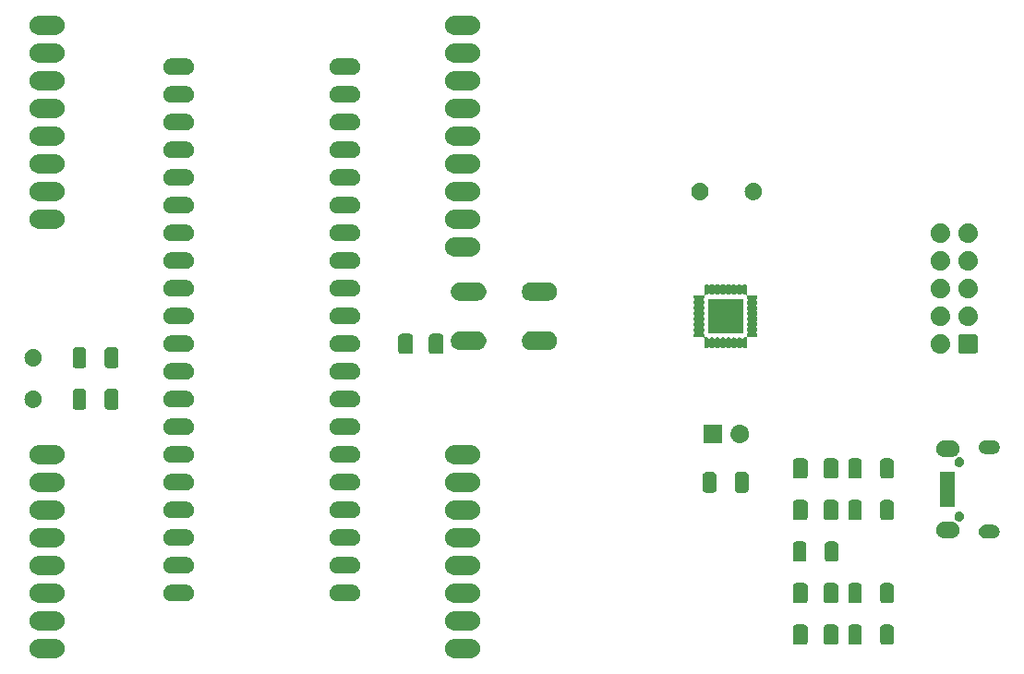
<source format=gbr>
G04 #@! TF.GenerationSoftware,KiCad,Pcbnew,8.0.1*
G04 #@! TF.CreationDate,2024-04-28T19:56:16+02:00*
G04 #@! TF.ProjectId,Atmega16-32 Development Board,41746d65-6761-4313-962d-333220446576,V1.0*
G04 #@! TF.SameCoordinates,PX1e47770PY791ddc0*
G04 #@! TF.FileFunction,Soldermask,Top*
G04 #@! TF.FilePolarity,Negative*
%FSLAX46Y46*%
G04 Gerber Fmt 4.6, Leading zero omitted, Abs format (unit mm)*
G04 Created by KiCad (PCBNEW 8.0.1) date 2024-04-28 19:56:16*
%MOMM*%
%LPD*%
G01*
G04 APERTURE LIST*
G04 APERTURE END LIST*
G36*
X19896648Y8479442D02*
G01*
X20062690Y8446414D01*
X20219098Y8381627D01*
X20359862Y8287572D01*
X20479572Y8167862D01*
X20573627Y8027098D01*
X20638414Y7870690D01*
X20671442Y7704648D01*
X20671442Y7535352D01*
X20638414Y7369310D01*
X20573627Y7212902D01*
X20479572Y7072138D01*
X20359862Y6952428D01*
X20219098Y6858373D01*
X20062690Y6793586D01*
X19896648Y6760558D01*
X18288000Y6756400D01*
X18203352Y6760558D01*
X18037310Y6793586D01*
X17880902Y6858373D01*
X17740138Y6952428D01*
X17620428Y7072138D01*
X17526373Y7212902D01*
X17461586Y7369310D01*
X17428558Y7535352D01*
X17428558Y7704648D01*
X17461586Y7870690D01*
X17526373Y8027098D01*
X17620428Y8167862D01*
X17740138Y8287572D01*
X17880902Y8381627D01*
X18037310Y8446414D01*
X18203352Y8479442D01*
X19812000Y8483600D01*
X19896648Y8479442D01*
G37*
G36*
X57996648Y8479442D02*
G01*
X58162690Y8446414D01*
X58319098Y8381627D01*
X58459862Y8287572D01*
X58579572Y8167862D01*
X58673627Y8027098D01*
X58738414Y7870690D01*
X58771442Y7704648D01*
X58771442Y7535352D01*
X58738414Y7369310D01*
X58673627Y7212902D01*
X58579572Y7072138D01*
X58459862Y6952428D01*
X58319098Y6858373D01*
X58162690Y6793586D01*
X57996648Y6760558D01*
X56388000Y6756400D01*
X56303352Y6760558D01*
X56137310Y6793586D01*
X55980902Y6858373D01*
X55840138Y6952428D01*
X55720428Y7072138D01*
X55626373Y7212902D01*
X55561586Y7369310D01*
X55528558Y7535352D01*
X55528558Y7704648D01*
X55561586Y7870690D01*
X55626373Y8027098D01*
X55720428Y8167862D01*
X55840138Y8287572D01*
X55980902Y8381627D01*
X56137310Y8446414D01*
X56303352Y8479442D01*
X57912000Y8483600D01*
X57996648Y8479442D01*
G37*
G36*
X88578565Y9807656D02*
G01*
X88594377Y9800675D01*
X88602182Y9799438D01*
X88634690Y9782875D01*
X88679757Y9762975D01*
X88757975Y9684757D01*
X88777877Y9639684D01*
X88794437Y9607183D01*
X88795672Y9599381D01*
X88802656Y9583565D01*
X88810651Y9514651D01*
X88810651Y8264651D01*
X88802656Y8195737D01*
X88795672Y8179922D01*
X88794437Y8172120D01*
X88777880Y8139627D01*
X88757975Y8094545D01*
X88679757Y8016327D01*
X88634675Y7996422D01*
X88602182Y7979865D01*
X88594380Y7978630D01*
X88578565Y7971646D01*
X88509651Y7963651D01*
X87759651Y7963651D01*
X87690737Y7971646D01*
X87674921Y7978630D01*
X87667119Y7979865D01*
X87634618Y7996425D01*
X87589545Y8016327D01*
X87511327Y8094545D01*
X87491427Y8139612D01*
X87474864Y8172120D01*
X87473627Y8179925D01*
X87466646Y8195737D01*
X87458651Y8264651D01*
X87458651Y9514651D01*
X87466646Y9583565D01*
X87473627Y9599377D01*
X87474864Y9607183D01*
X87491431Y9639698D01*
X87511327Y9684757D01*
X87589545Y9762975D01*
X87634604Y9782871D01*
X87667119Y9799438D01*
X87674925Y9800675D01*
X87690737Y9807656D01*
X87759651Y9815651D01*
X88509651Y9815651D01*
X88578565Y9807656D01*
G37*
G36*
X91378565Y9807656D02*
G01*
X91394377Y9800675D01*
X91402182Y9799438D01*
X91434690Y9782875D01*
X91479757Y9762975D01*
X91557975Y9684757D01*
X91577877Y9639684D01*
X91594437Y9607183D01*
X91595672Y9599381D01*
X91602656Y9583565D01*
X91610651Y9514651D01*
X91610651Y8264651D01*
X91602656Y8195737D01*
X91595672Y8179922D01*
X91594437Y8172120D01*
X91577880Y8139627D01*
X91557975Y8094545D01*
X91479757Y8016327D01*
X91434675Y7996422D01*
X91402182Y7979865D01*
X91394380Y7978630D01*
X91378565Y7971646D01*
X91309651Y7963651D01*
X90559651Y7963651D01*
X90490737Y7971646D01*
X90474921Y7978630D01*
X90467119Y7979865D01*
X90434618Y7996425D01*
X90389545Y8016327D01*
X90311327Y8094545D01*
X90291427Y8139612D01*
X90274864Y8172120D01*
X90273627Y8179925D01*
X90266646Y8195737D01*
X90258651Y8264651D01*
X90258651Y9514651D01*
X90266646Y9583565D01*
X90273627Y9599377D01*
X90274864Y9607183D01*
X90291431Y9639698D01*
X90311327Y9684757D01*
X90389545Y9762975D01*
X90434604Y9782871D01*
X90467119Y9799438D01*
X90474925Y9800675D01*
X90490737Y9807656D01*
X90559651Y9815651D01*
X91309651Y9815651D01*
X91378565Y9807656D01*
G37*
G36*
X93533565Y9807656D02*
G01*
X93549377Y9800675D01*
X93557182Y9799438D01*
X93589690Y9782875D01*
X93634757Y9762975D01*
X93712975Y9684757D01*
X93732877Y9639684D01*
X93749437Y9607183D01*
X93750672Y9599381D01*
X93757656Y9583565D01*
X93765651Y9514651D01*
X93765651Y8264651D01*
X93757656Y8195737D01*
X93750672Y8179922D01*
X93749437Y8172120D01*
X93732880Y8139627D01*
X93712975Y8094545D01*
X93634757Y8016327D01*
X93589675Y7996422D01*
X93557182Y7979865D01*
X93549380Y7978630D01*
X93533565Y7971646D01*
X93464651Y7963651D01*
X92839651Y7963651D01*
X92770737Y7971646D01*
X92754921Y7978630D01*
X92747119Y7979865D01*
X92714618Y7996425D01*
X92669545Y8016327D01*
X92591327Y8094545D01*
X92571427Y8139612D01*
X92554864Y8172120D01*
X92553627Y8179925D01*
X92546646Y8195737D01*
X92538651Y8264651D01*
X92538651Y9514651D01*
X92546646Y9583565D01*
X92553627Y9599377D01*
X92554864Y9607183D01*
X92571431Y9639698D01*
X92591327Y9684757D01*
X92669545Y9762975D01*
X92714604Y9782871D01*
X92747119Y9799438D01*
X92754925Y9800675D01*
X92770737Y9807656D01*
X92839651Y9815651D01*
X93464651Y9815651D01*
X93533565Y9807656D01*
G37*
G36*
X96458565Y9807656D02*
G01*
X96474377Y9800675D01*
X96482182Y9799438D01*
X96514690Y9782875D01*
X96559757Y9762975D01*
X96637975Y9684757D01*
X96657877Y9639684D01*
X96674437Y9607183D01*
X96675672Y9599381D01*
X96682656Y9583565D01*
X96690651Y9514651D01*
X96690651Y8264651D01*
X96682656Y8195737D01*
X96675672Y8179922D01*
X96674437Y8172120D01*
X96657880Y8139627D01*
X96637975Y8094545D01*
X96559757Y8016327D01*
X96514675Y7996422D01*
X96482182Y7979865D01*
X96474380Y7978630D01*
X96458565Y7971646D01*
X96389651Y7963651D01*
X95764651Y7963651D01*
X95695737Y7971646D01*
X95679921Y7978630D01*
X95672119Y7979865D01*
X95639618Y7996425D01*
X95594545Y8016327D01*
X95516327Y8094545D01*
X95496427Y8139612D01*
X95479864Y8172120D01*
X95478627Y8179925D01*
X95471646Y8195737D01*
X95463651Y8264651D01*
X95463651Y9514651D01*
X95471646Y9583565D01*
X95478627Y9599377D01*
X95479864Y9607183D01*
X95496431Y9639698D01*
X95516327Y9684757D01*
X95594545Y9762975D01*
X95639604Y9782871D01*
X95672119Y9799438D01*
X95679925Y9800675D01*
X95695737Y9807656D01*
X95764651Y9815651D01*
X96389651Y9815651D01*
X96458565Y9807656D01*
G37*
G36*
X19896648Y11019442D02*
G01*
X20062690Y10986414D01*
X20219098Y10921627D01*
X20359862Y10827572D01*
X20479572Y10707862D01*
X20573627Y10567098D01*
X20638414Y10410690D01*
X20671442Y10244648D01*
X20671442Y10075352D01*
X20638414Y9909310D01*
X20573627Y9752902D01*
X20479572Y9612138D01*
X20359862Y9492428D01*
X20219098Y9398373D01*
X20062690Y9333586D01*
X19896648Y9300558D01*
X18288000Y9296400D01*
X18203352Y9300558D01*
X18037310Y9333586D01*
X17880902Y9398373D01*
X17740138Y9492428D01*
X17620428Y9612138D01*
X17526373Y9752902D01*
X17461586Y9909310D01*
X17428558Y10075352D01*
X17428558Y10244648D01*
X17461586Y10410690D01*
X17526373Y10567098D01*
X17620428Y10707862D01*
X17740138Y10827572D01*
X17880902Y10921627D01*
X18037310Y10986414D01*
X18203352Y11019442D01*
X19812000Y11023600D01*
X19896648Y11019442D01*
G37*
G36*
X57996648Y11019442D02*
G01*
X58162690Y10986414D01*
X58319098Y10921627D01*
X58459862Y10827572D01*
X58579572Y10707862D01*
X58673627Y10567098D01*
X58738414Y10410690D01*
X58771442Y10244648D01*
X58771442Y10075352D01*
X58738414Y9909310D01*
X58673627Y9752902D01*
X58579572Y9612138D01*
X58459862Y9492428D01*
X58319098Y9398373D01*
X58162690Y9333586D01*
X57996648Y9300558D01*
X56388000Y9296400D01*
X56303352Y9300558D01*
X56137310Y9333586D01*
X55980902Y9398373D01*
X55840138Y9492428D01*
X55720428Y9612138D01*
X55626373Y9752902D01*
X55561586Y9909310D01*
X55528558Y10075352D01*
X55528558Y10244648D01*
X55561586Y10410690D01*
X55626373Y10567098D01*
X55720428Y10707862D01*
X55840138Y10827572D01*
X55980902Y10921627D01*
X56137310Y10986414D01*
X56303352Y11019442D01*
X57912000Y11023600D01*
X57996648Y11019442D01*
G37*
G36*
X88578565Y13617656D02*
G01*
X88594377Y13610675D01*
X88602182Y13609438D01*
X88634690Y13592875D01*
X88679757Y13572975D01*
X88757975Y13494757D01*
X88777877Y13449684D01*
X88794437Y13417183D01*
X88795672Y13409381D01*
X88802656Y13393565D01*
X88810651Y13324651D01*
X88810651Y12074651D01*
X88802656Y12005737D01*
X88795672Y11989922D01*
X88794437Y11982120D01*
X88777880Y11949627D01*
X88757975Y11904545D01*
X88679757Y11826327D01*
X88634675Y11806422D01*
X88602182Y11789865D01*
X88594380Y11788630D01*
X88578565Y11781646D01*
X88509651Y11773651D01*
X87759651Y11773651D01*
X87690737Y11781646D01*
X87674921Y11788630D01*
X87667119Y11789865D01*
X87634618Y11806425D01*
X87589545Y11826327D01*
X87511327Y11904545D01*
X87491427Y11949612D01*
X87474864Y11982120D01*
X87473627Y11989925D01*
X87466646Y12005737D01*
X87458651Y12074651D01*
X87458651Y13324651D01*
X87466646Y13393565D01*
X87473627Y13409377D01*
X87474864Y13417183D01*
X87491431Y13449698D01*
X87511327Y13494757D01*
X87589545Y13572975D01*
X87634604Y13592871D01*
X87667119Y13609438D01*
X87674925Y13610675D01*
X87690737Y13617656D01*
X87759651Y13625651D01*
X88509651Y13625651D01*
X88578565Y13617656D01*
G37*
G36*
X91378565Y13617656D02*
G01*
X91394377Y13610675D01*
X91402182Y13609438D01*
X91434690Y13592875D01*
X91479757Y13572975D01*
X91557975Y13494757D01*
X91577877Y13449684D01*
X91594437Y13417183D01*
X91595672Y13409381D01*
X91602656Y13393565D01*
X91610651Y13324651D01*
X91610651Y12074651D01*
X91602656Y12005737D01*
X91595672Y11989922D01*
X91594437Y11982120D01*
X91577880Y11949627D01*
X91557975Y11904545D01*
X91479757Y11826327D01*
X91434675Y11806422D01*
X91402182Y11789865D01*
X91394380Y11788630D01*
X91378565Y11781646D01*
X91309651Y11773651D01*
X90559651Y11773651D01*
X90490737Y11781646D01*
X90474921Y11788630D01*
X90467119Y11789865D01*
X90434618Y11806425D01*
X90389545Y11826327D01*
X90311327Y11904545D01*
X90291427Y11949612D01*
X90274864Y11982120D01*
X90273627Y11989925D01*
X90266646Y12005737D01*
X90258651Y12074651D01*
X90258651Y13324651D01*
X90266646Y13393565D01*
X90273627Y13409377D01*
X90274864Y13417183D01*
X90291431Y13449698D01*
X90311327Y13494757D01*
X90389545Y13572975D01*
X90434604Y13592871D01*
X90467119Y13609438D01*
X90474925Y13610675D01*
X90490737Y13617656D01*
X90559651Y13625651D01*
X91309651Y13625651D01*
X91378565Y13617656D01*
G37*
G36*
X93533565Y13617656D02*
G01*
X93549377Y13610675D01*
X93557182Y13609438D01*
X93589690Y13592875D01*
X93634757Y13572975D01*
X93712975Y13494757D01*
X93732877Y13449684D01*
X93749437Y13417183D01*
X93750672Y13409381D01*
X93757656Y13393565D01*
X93765651Y13324651D01*
X93765651Y12074651D01*
X93757656Y12005737D01*
X93750672Y11989922D01*
X93749437Y11982120D01*
X93732880Y11949627D01*
X93712975Y11904545D01*
X93634757Y11826327D01*
X93589675Y11806422D01*
X93557182Y11789865D01*
X93549380Y11788630D01*
X93533565Y11781646D01*
X93464651Y11773651D01*
X92839651Y11773651D01*
X92770737Y11781646D01*
X92754921Y11788630D01*
X92747119Y11789865D01*
X92714618Y11806425D01*
X92669545Y11826327D01*
X92591327Y11904545D01*
X92571427Y11949612D01*
X92554864Y11982120D01*
X92553627Y11989925D01*
X92546646Y12005737D01*
X92538651Y12074651D01*
X92538651Y13324651D01*
X92546646Y13393565D01*
X92553627Y13409377D01*
X92554864Y13417183D01*
X92571431Y13449698D01*
X92591327Y13494757D01*
X92669545Y13572975D01*
X92714604Y13592871D01*
X92747119Y13609438D01*
X92754925Y13610675D01*
X92770737Y13617656D01*
X92839651Y13625651D01*
X93464651Y13625651D01*
X93533565Y13617656D01*
G37*
G36*
X96458565Y13617656D02*
G01*
X96474377Y13610675D01*
X96482182Y13609438D01*
X96514690Y13592875D01*
X96559757Y13572975D01*
X96637975Y13494757D01*
X96657877Y13449684D01*
X96674437Y13417183D01*
X96675672Y13409381D01*
X96682656Y13393565D01*
X96690651Y13324651D01*
X96690651Y12074651D01*
X96682656Y12005737D01*
X96675672Y11989922D01*
X96674437Y11982120D01*
X96657880Y11949627D01*
X96637975Y11904545D01*
X96559757Y11826327D01*
X96514675Y11806422D01*
X96482182Y11789865D01*
X96474380Y11788630D01*
X96458565Y11781646D01*
X96389651Y11773651D01*
X95764651Y11773651D01*
X95695737Y11781646D01*
X95679921Y11788630D01*
X95672119Y11789865D01*
X95639618Y11806425D01*
X95594545Y11826327D01*
X95516327Y11904545D01*
X95496427Y11949612D01*
X95479864Y11982120D01*
X95478627Y11989925D01*
X95471646Y12005737D01*
X95463651Y12074651D01*
X95463651Y13324651D01*
X95471646Y13393565D01*
X95478627Y13409377D01*
X95479864Y13417183D01*
X95496431Y13449698D01*
X95516327Y13494757D01*
X95594545Y13572975D01*
X95639604Y13592871D01*
X95672119Y13609438D01*
X95679925Y13610675D01*
X95695737Y13617656D01*
X95764651Y13625651D01*
X96389651Y13625651D01*
X96458565Y13617656D01*
G37*
G36*
X19896648Y13559442D02*
G01*
X20062690Y13526414D01*
X20219098Y13461627D01*
X20359862Y13367572D01*
X20479572Y13247862D01*
X20573627Y13107098D01*
X20638414Y12950690D01*
X20671442Y12784648D01*
X20671442Y12615352D01*
X20638414Y12449310D01*
X20573627Y12292902D01*
X20479572Y12152138D01*
X20359862Y12032428D01*
X20219098Y11938373D01*
X20062690Y11873586D01*
X19896648Y11840558D01*
X18288000Y11836400D01*
X18203352Y11840558D01*
X18037310Y11873586D01*
X17880902Y11938373D01*
X17740138Y12032428D01*
X17620428Y12152138D01*
X17526373Y12292902D01*
X17461586Y12449310D01*
X17428558Y12615352D01*
X17428558Y12784648D01*
X17461586Y12950690D01*
X17526373Y13107098D01*
X17620428Y13247862D01*
X17740138Y13367572D01*
X17880902Y13461627D01*
X18037310Y13526414D01*
X18203352Y13559442D01*
X19812000Y13563600D01*
X19896648Y13559442D01*
G37*
G36*
X57996648Y13559442D02*
G01*
X58162690Y13526414D01*
X58319098Y13461627D01*
X58459862Y13367572D01*
X58579572Y13247862D01*
X58673627Y13107098D01*
X58738414Y12950690D01*
X58771442Y12784648D01*
X58771442Y12615352D01*
X58738414Y12449310D01*
X58673627Y12292902D01*
X58579572Y12152138D01*
X58459862Y12032428D01*
X58319098Y11938373D01*
X58162690Y11873586D01*
X57996648Y11840558D01*
X56388000Y11836400D01*
X56303352Y11840558D01*
X56137310Y11873586D01*
X55980902Y11938373D01*
X55840138Y12032428D01*
X55720428Y12152138D01*
X55626373Y12292902D01*
X55561586Y12449310D01*
X55528558Y12615352D01*
X55528558Y12784648D01*
X55561586Y12950690D01*
X55626373Y13107098D01*
X55720428Y13247862D01*
X55840138Y13367572D01*
X55980902Y13461627D01*
X56137310Y13526414D01*
X56303352Y13559442D01*
X57912000Y13563600D01*
X57996648Y13559442D01*
G37*
G36*
X31850089Y13458331D02*
G01*
X31996597Y13429189D01*
X32134604Y13372024D01*
X32258808Y13289034D01*
X32364434Y13183408D01*
X32447424Y13059204D01*
X32504589Y12921197D01*
X32533731Y12774689D01*
X32533731Y12625311D01*
X32504589Y12478803D01*
X32447424Y12340796D01*
X32364434Y12216592D01*
X32258808Y12110966D01*
X32134604Y12027976D01*
X31996597Y11970811D01*
X31850089Y11941669D01*
X30454600Y11938000D01*
X30379911Y11941669D01*
X30233403Y11970811D01*
X30095396Y12027976D01*
X29971192Y12110966D01*
X29865566Y12216592D01*
X29782576Y12340796D01*
X29725411Y12478803D01*
X29696269Y12625311D01*
X29696269Y12774689D01*
X29725411Y12921197D01*
X29782576Y13059204D01*
X29865566Y13183408D01*
X29971192Y13289034D01*
X30095396Y13372024D01*
X30233403Y13429189D01*
X30379911Y13458331D01*
X31775400Y13462000D01*
X31850089Y13458331D01*
G37*
G36*
X47090089Y13458331D02*
G01*
X47236597Y13429189D01*
X47374604Y13372024D01*
X47498808Y13289034D01*
X47604434Y13183408D01*
X47687424Y13059204D01*
X47744589Y12921197D01*
X47773731Y12774689D01*
X47773731Y12625311D01*
X47744589Y12478803D01*
X47687424Y12340796D01*
X47604434Y12216592D01*
X47498808Y12110966D01*
X47374604Y12027976D01*
X47236597Y11970811D01*
X47090089Y11941669D01*
X45694600Y11938000D01*
X45619911Y11941669D01*
X45473403Y11970811D01*
X45335396Y12027976D01*
X45211192Y12110966D01*
X45105566Y12216592D01*
X45022576Y12340796D01*
X44965411Y12478803D01*
X44936269Y12625311D01*
X44936269Y12774689D01*
X44965411Y12921197D01*
X45022576Y13059204D01*
X45105566Y13183408D01*
X45211192Y13289034D01*
X45335396Y13372024D01*
X45473403Y13429189D01*
X45619911Y13458331D01*
X47015400Y13462000D01*
X47090089Y13458331D01*
G37*
G36*
X19896648Y16099442D02*
G01*
X20062690Y16066414D01*
X20219098Y16001627D01*
X20359862Y15907572D01*
X20479572Y15787862D01*
X20573627Y15647098D01*
X20638414Y15490690D01*
X20671442Y15324648D01*
X20671442Y15155352D01*
X20638414Y14989310D01*
X20573627Y14832902D01*
X20479572Y14692138D01*
X20359862Y14572428D01*
X20219098Y14478373D01*
X20062690Y14413586D01*
X19896648Y14380558D01*
X18288000Y14376400D01*
X18203352Y14380558D01*
X18037310Y14413586D01*
X17880902Y14478373D01*
X17740138Y14572428D01*
X17620428Y14692138D01*
X17526373Y14832902D01*
X17461586Y14989310D01*
X17428558Y15155352D01*
X17428558Y15324648D01*
X17461586Y15490690D01*
X17526373Y15647098D01*
X17620428Y15787862D01*
X17740138Y15907572D01*
X17880902Y16001627D01*
X18037310Y16066414D01*
X18203352Y16099442D01*
X19812000Y16103600D01*
X19896648Y16099442D01*
G37*
G36*
X57996648Y16099442D02*
G01*
X58162690Y16066414D01*
X58319098Y16001627D01*
X58459862Y15907572D01*
X58579572Y15787862D01*
X58673627Y15647098D01*
X58738414Y15490690D01*
X58771442Y15324648D01*
X58771442Y15155352D01*
X58738414Y14989310D01*
X58673627Y14832902D01*
X58579572Y14692138D01*
X58459862Y14572428D01*
X58319098Y14478373D01*
X58162690Y14413586D01*
X57996648Y14380558D01*
X56388000Y14376400D01*
X56303352Y14380558D01*
X56137310Y14413586D01*
X55980902Y14478373D01*
X55840138Y14572428D01*
X55720428Y14692138D01*
X55626373Y14832902D01*
X55561586Y14989310D01*
X55528558Y15155352D01*
X55528558Y15324648D01*
X55561586Y15490690D01*
X55626373Y15647098D01*
X55720428Y15787862D01*
X55840138Y15907572D01*
X55980902Y16001627D01*
X56137310Y16066414D01*
X56303352Y16099442D01*
X57912000Y16103600D01*
X57996648Y16099442D01*
G37*
G36*
X31850089Y15998331D02*
G01*
X31996597Y15969189D01*
X32134604Y15912024D01*
X32258808Y15829034D01*
X32364434Y15723408D01*
X32447424Y15599204D01*
X32504589Y15461197D01*
X32533731Y15314689D01*
X32533731Y15165311D01*
X32504589Y15018803D01*
X32447424Y14880796D01*
X32364434Y14756592D01*
X32258808Y14650966D01*
X32134604Y14567976D01*
X31996597Y14510811D01*
X31850089Y14481669D01*
X30454600Y14478000D01*
X30379911Y14481669D01*
X30233403Y14510811D01*
X30095396Y14567976D01*
X29971192Y14650966D01*
X29865566Y14756592D01*
X29782576Y14880796D01*
X29725411Y15018803D01*
X29696269Y15165311D01*
X29696269Y15314689D01*
X29725411Y15461197D01*
X29782576Y15599204D01*
X29865566Y15723408D01*
X29971192Y15829034D01*
X30095396Y15912024D01*
X30233403Y15969189D01*
X30379911Y15998331D01*
X31775400Y16002000D01*
X31850089Y15998331D01*
G37*
G36*
X47090089Y15998331D02*
G01*
X47236597Y15969189D01*
X47374604Y15912024D01*
X47498808Y15829034D01*
X47604434Y15723408D01*
X47687424Y15599204D01*
X47744589Y15461197D01*
X47773731Y15314689D01*
X47773731Y15165311D01*
X47744589Y15018803D01*
X47687424Y14880796D01*
X47604434Y14756592D01*
X47498808Y14650966D01*
X47374604Y14567976D01*
X47236597Y14510811D01*
X47090089Y14481669D01*
X45694600Y14478000D01*
X45619911Y14481669D01*
X45473403Y14510811D01*
X45335396Y14567976D01*
X45211192Y14650966D01*
X45105566Y14756592D01*
X45022576Y14880796D01*
X44965411Y15018803D01*
X44936269Y15165311D01*
X44936269Y15314689D01*
X44965411Y15461197D01*
X45022576Y15599204D01*
X45105566Y15723408D01*
X45211192Y15829034D01*
X45335396Y15912024D01*
X45473403Y15969189D01*
X45619911Y15998331D01*
X47015400Y16002000D01*
X47090089Y15998331D01*
G37*
G36*
X88453565Y17427656D02*
G01*
X88469377Y17420675D01*
X88477182Y17419438D01*
X88509690Y17402875D01*
X88554757Y17382975D01*
X88632975Y17304757D01*
X88652877Y17259684D01*
X88669437Y17227183D01*
X88670672Y17219381D01*
X88677656Y17203565D01*
X88685651Y17134651D01*
X88685651Y15884651D01*
X88677656Y15815737D01*
X88670672Y15799922D01*
X88669437Y15792120D01*
X88652880Y15759627D01*
X88632975Y15714545D01*
X88554757Y15636327D01*
X88509675Y15616422D01*
X88477182Y15599865D01*
X88469380Y15598630D01*
X88453565Y15591646D01*
X88384651Y15583651D01*
X87759651Y15583651D01*
X87690737Y15591646D01*
X87674921Y15598630D01*
X87667119Y15599865D01*
X87634618Y15616425D01*
X87589545Y15636327D01*
X87511327Y15714545D01*
X87491427Y15759612D01*
X87474864Y15792120D01*
X87473627Y15799925D01*
X87466646Y15815737D01*
X87458651Y15884651D01*
X87458651Y17134651D01*
X87466646Y17203565D01*
X87473627Y17219377D01*
X87474864Y17227183D01*
X87491431Y17259698D01*
X87511327Y17304757D01*
X87589545Y17382975D01*
X87634604Y17402871D01*
X87667119Y17419438D01*
X87674925Y17420675D01*
X87690737Y17427656D01*
X87759651Y17435651D01*
X88384651Y17435651D01*
X88453565Y17427656D01*
G37*
G36*
X91378565Y17427656D02*
G01*
X91394377Y17420675D01*
X91402182Y17419438D01*
X91434690Y17402875D01*
X91479757Y17382975D01*
X91557975Y17304757D01*
X91577877Y17259684D01*
X91594437Y17227183D01*
X91595672Y17219381D01*
X91602656Y17203565D01*
X91610651Y17134651D01*
X91610651Y15884651D01*
X91602656Y15815737D01*
X91595672Y15799922D01*
X91594437Y15792120D01*
X91577880Y15759627D01*
X91557975Y15714545D01*
X91479757Y15636327D01*
X91434675Y15616422D01*
X91402182Y15599865D01*
X91394380Y15598630D01*
X91378565Y15591646D01*
X91309651Y15583651D01*
X90684651Y15583651D01*
X90615737Y15591646D01*
X90599921Y15598630D01*
X90592119Y15599865D01*
X90559618Y15616425D01*
X90514545Y15636327D01*
X90436327Y15714545D01*
X90416427Y15759612D01*
X90399864Y15792120D01*
X90398627Y15799925D01*
X90391646Y15815737D01*
X90383651Y15884651D01*
X90383651Y17134651D01*
X90391646Y17203565D01*
X90398627Y17219377D01*
X90399864Y17227183D01*
X90416431Y17259698D01*
X90436327Y17304757D01*
X90514545Y17382975D01*
X90559604Y17402871D01*
X90592119Y17419438D01*
X90599925Y17420675D01*
X90615737Y17427656D01*
X90684651Y17435651D01*
X91309651Y17435651D01*
X91378565Y17427656D01*
G37*
G36*
X19896648Y18639442D02*
G01*
X20062690Y18606414D01*
X20219098Y18541627D01*
X20359862Y18447572D01*
X20479572Y18327862D01*
X20573627Y18187098D01*
X20638414Y18030690D01*
X20671442Y17864648D01*
X20671442Y17695352D01*
X20638414Y17529310D01*
X20573627Y17372902D01*
X20479572Y17232138D01*
X20359862Y17112428D01*
X20219098Y17018373D01*
X20062690Y16953586D01*
X19896648Y16920558D01*
X18288000Y16916400D01*
X18203352Y16920558D01*
X18037310Y16953586D01*
X17880902Y17018373D01*
X17740138Y17112428D01*
X17620428Y17232138D01*
X17526373Y17372902D01*
X17461586Y17529310D01*
X17428558Y17695352D01*
X17428558Y17864648D01*
X17461586Y18030690D01*
X17526373Y18187098D01*
X17620428Y18327862D01*
X17740138Y18447572D01*
X17880902Y18541627D01*
X18037310Y18606414D01*
X18203352Y18639442D01*
X19812000Y18643600D01*
X19896648Y18639442D01*
G37*
G36*
X57996648Y18639442D02*
G01*
X58162690Y18606414D01*
X58319098Y18541627D01*
X58459862Y18447572D01*
X58579572Y18327862D01*
X58673627Y18187098D01*
X58738414Y18030690D01*
X58771442Y17864648D01*
X58771442Y17695352D01*
X58738414Y17529310D01*
X58673627Y17372902D01*
X58579572Y17232138D01*
X58459862Y17112428D01*
X58319098Y17018373D01*
X58162690Y16953586D01*
X57996648Y16920558D01*
X56388000Y16916400D01*
X56303352Y16920558D01*
X56137310Y16953586D01*
X55980902Y17018373D01*
X55840138Y17112428D01*
X55720428Y17232138D01*
X55626373Y17372902D01*
X55561586Y17529310D01*
X55528558Y17695352D01*
X55528558Y17864648D01*
X55561586Y18030690D01*
X55626373Y18187098D01*
X55720428Y18327862D01*
X55840138Y18447572D01*
X55980902Y18541627D01*
X56137310Y18606414D01*
X56303352Y18639442D01*
X57912000Y18643600D01*
X57996648Y18639442D01*
G37*
G36*
X31850089Y18538331D02*
G01*
X31996597Y18509189D01*
X32134604Y18452024D01*
X32258808Y18369034D01*
X32364434Y18263408D01*
X32447424Y18139204D01*
X32504589Y18001197D01*
X32533731Y17854689D01*
X32533731Y17705311D01*
X32504589Y17558803D01*
X32447424Y17420796D01*
X32364434Y17296592D01*
X32258808Y17190966D01*
X32134604Y17107976D01*
X31996597Y17050811D01*
X31850089Y17021669D01*
X30454600Y17018000D01*
X30379911Y17021669D01*
X30233403Y17050811D01*
X30095396Y17107976D01*
X29971192Y17190966D01*
X29865566Y17296592D01*
X29782576Y17420796D01*
X29725411Y17558803D01*
X29696269Y17705311D01*
X29696269Y17854689D01*
X29725411Y18001197D01*
X29782576Y18139204D01*
X29865566Y18263408D01*
X29971192Y18369034D01*
X30095396Y18452024D01*
X30233403Y18509189D01*
X30379911Y18538331D01*
X31775400Y18542000D01*
X31850089Y18538331D01*
G37*
G36*
X47090089Y18538331D02*
G01*
X47236597Y18509189D01*
X47374604Y18452024D01*
X47498808Y18369034D01*
X47604434Y18263408D01*
X47687424Y18139204D01*
X47744589Y18001197D01*
X47773731Y17854689D01*
X47773731Y17705311D01*
X47744589Y17558803D01*
X47687424Y17420796D01*
X47604434Y17296592D01*
X47498808Y17190966D01*
X47374604Y17107976D01*
X47236597Y17050811D01*
X47090089Y17021669D01*
X45694600Y17018000D01*
X45619911Y17021669D01*
X45473403Y17050811D01*
X45335396Y17107976D01*
X45211192Y17190966D01*
X45105566Y17296592D01*
X45022576Y17420796D01*
X44965411Y17558803D01*
X44936269Y17705311D01*
X44936269Y17854689D01*
X44965411Y18001197D01*
X45022576Y18139204D01*
X45105566Y18263408D01*
X45211192Y18369034D01*
X45335396Y18452024D01*
X45473403Y18509189D01*
X45619911Y18538331D01*
X47015400Y18542000D01*
X47090089Y18538331D01*
G37*
G36*
X102005712Y19271914D02*
G01*
X102154912Y19242237D01*
X102295455Y19184022D01*
X102298021Y19182308D01*
X102337550Y19165934D01*
X102402618Y19250733D01*
X102349444Y19171152D01*
X102419375Y19101221D01*
X102421940Y19099507D01*
X102529507Y18991940D01*
X102614022Y18865455D01*
X102672237Y18724912D01*
X102701914Y18575712D01*
X102701914Y18423590D01*
X102672237Y18274390D01*
X102614022Y18133847D01*
X102529507Y18007362D01*
X102421940Y17899795D01*
X102295455Y17815280D01*
X102154912Y17757065D01*
X102005712Y17727388D01*
X101379651Y17723651D01*
X101303590Y17727388D01*
X101154390Y17757065D01*
X101013847Y17815280D01*
X100887362Y17899795D01*
X100779795Y18007362D01*
X100695280Y18133847D01*
X100637065Y18274390D01*
X100607388Y18423590D01*
X100607388Y18575712D01*
X100637065Y18724912D01*
X100695280Y18865455D01*
X100779795Y18991940D01*
X100887362Y19099507D01*
X101013847Y19184022D01*
X101154390Y19242237D01*
X101303590Y19271914D01*
X101929651Y19275651D01*
X102005712Y19271914D01*
G37*
G36*
X105841010Y18972637D02*
G01*
X105961369Y18948696D01*
X106074745Y18901734D01*
X106176781Y18833556D01*
X106263556Y18746781D01*
X106331734Y18644745D01*
X106378696Y18531369D01*
X106402637Y18411010D01*
X106402637Y18288292D01*
X106378696Y18167933D01*
X106331734Y18054557D01*
X106263556Y17952521D01*
X106176781Y17865746D01*
X106074745Y17797568D01*
X105961369Y17750606D01*
X105841010Y17726665D01*
X105129651Y17723651D01*
X105068292Y17726665D01*
X104947933Y17750606D01*
X104834557Y17797568D01*
X104732521Y17865746D01*
X104645746Y17952521D01*
X104577568Y18054557D01*
X104530606Y18167933D01*
X104506665Y18288292D01*
X104506665Y18411010D01*
X104530606Y18531369D01*
X104577568Y18644745D01*
X104645746Y18746781D01*
X104732521Y18833556D01*
X104834557Y18901734D01*
X104947933Y18948696D01*
X105068292Y18972637D01*
X105779651Y18975651D01*
X105841010Y18972637D01*
G37*
G36*
X102731327Y20171060D02*
G01*
X102768835Y20171060D01*
X102799322Y20162109D01*
X102821101Y20159241D01*
X102850354Y20147124D01*
X102892003Y20134895D01*
X102913985Y20120768D01*
X102929612Y20114295D01*
X102958246Y20092324D01*
X102999993Y20065494D01*
X103013450Y20049963D01*
X103022792Y20042795D01*
X103047008Y20011235D01*
X103084056Y19968480D01*
X103090290Y19954829D01*
X103094294Y19949611D01*
X103110102Y19911446D01*
X103137382Y19851712D01*
X103138730Y19842332D01*
X103139240Y19841102D01*
X103142848Y19813691D01*
X103155651Y19724651D01*
X103142847Y19635603D01*
X103139240Y19608201D01*
X103138730Y19606973D01*
X103137382Y19597590D01*
X103110103Y19537860D01*
X103094294Y19499690D01*
X103090289Y19494471D01*
X103084056Y19480822D01*
X103047007Y19438067D01*
X103022793Y19406509D01*
X103013454Y19399343D01*
X102999993Y19383808D01*
X102958237Y19356974D01*
X102929612Y19335008D01*
X102913990Y19328538D01*
X102892003Y19314407D01*
X102850346Y19302176D01*
X102821101Y19290062D01*
X102799328Y19287196D01*
X102768835Y19278242D01*
X102731320Y19278242D01*
X102704651Y19274731D01*
X102677982Y19278242D01*
X102640467Y19278242D01*
X102609974Y19287196D01*
X102588200Y19290062D01*
X102558952Y19302177D01*
X102517299Y19314407D01*
X102495312Y19328538D01*
X102463430Y19341743D01*
X102450757Y19322778D01*
X102362283Y19438079D01*
X102325246Y19480822D01*
X102319014Y19494468D01*
X102315007Y19499690D01*
X102299187Y19537883D01*
X102271920Y19597590D01*
X102270571Y19606969D01*
X102270061Y19608201D01*
X102266442Y19635686D01*
X102253651Y19724651D01*
X102266441Y19813609D01*
X102270061Y19841102D01*
X102270571Y19842336D01*
X102271920Y19851712D01*
X102299188Y19911423D01*
X102315007Y19949611D01*
X102319013Y19954833D01*
X102325246Y19968480D01*
X102362283Y20011224D01*
X102386508Y20042794D01*
X102395852Y20049964D01*
X102409309Y20065494D01*
X102451058Y20092325D01*
X102479691Y20114295D01*
X102495314Y20120767D01*
X102517299Y20134895D01*
X102558945Y20147124D01*
X102588200Y20159241D01*
X102609980Y20162109D01*
X102640467Y20171060D01*
X102677975Y20171060D01*
X102704651Y20174572D01*
X102731327Y20171060D01*
G37*
G36*
X88578565Y21237656D02*
G01*
X88594377Y21230675D01*
X88602182Y21229438D01*
X88634690Y21212875D01*
X88679757Y21192975D01*
X88757975Y21114757D01*
X88777877Y21069684D01*
X88794437Y21037183D01*
X88795672Y21029381D01*
X88802656Y21013565D01*
X88810651Y20944651D01*
X88810651Y19694651D01*
X88802656Y19625737D01*
X88795672Y19609922D01*
X88794437Y19602120D01*
X88777880Y19569627D01*
X88757975Y19524545D01*
X88679757Y19446327D01*
X88634675Y19426422D01*
X88602182Y19409865D01*
X88594380Y19408630D01*
X88578565Y19401646D01*
X88509651Y19393651D01*
X87759651Y19393651D01*
X87690737Y19401646D01*
X87674921Y19408630D01*
X87667119Y19409865D01*
X87634618Y19426425D01*
X87589545Y19446327D01*
X87511327Y19524545D01*
X87491427Y19569612D01*
X87474864Y19602120D01*
X87473627Y19609925D01*
X87466646Y19625737D01*
X87458651Y19694651D01*
X87458651Y20944651D01*
X87466646Y21013565D01*
X87473627Y21029377D01*
X87474864Y21037183D01*
X87491431Y21069698D01*
X87511327Y21114757D01*
X87589545Y21192975D01*
X87634604Y21212871D01*
X87667119Y21229438D01*
X87674925Y21230675D01*
X87690737Y21237656D01*
X87759651Y21245651D01*
X88509651Y21245651D01*
X88578565Y21237656D01*
G37*
G36*
X91378565Y21237656D02*
G01*
X91394377Y21230675D01*
X91402182Y21229438D01*
X91434690Y21212875D01*
X91479757Y21192975D01*
X91557975Y21114757D01*
X91577877Y21069684D01*
X91594437Y21037183D01*
X91595672Y21029381D01*
X91602656Y21013565D01*
X91610651Y20944651D01*
X91610651Y19694651D01*
X91602656Y19625737D01*
X91595672Y19609922D01*
X91594437Y19602120D01*
X91577880Y19569627D01*
X91557975Y19524545D01*
X91479757Y19446327D01*
X91434675Y19426422D01*
X91402182Y19409865D01*
X91394380Y19408630D01*
X91378565Y19401646D01*
X91309651Y19393651D01*
X90559651Y19393651D01*
X90490737Y19401646D01*
X90474921Y19408630D01*
X90467119Y19409865D01*
X90434618Y19426425D01*
X90389545Y19446327D01*
X90311327Y19524545D01*
X90291427Y19569612D01*
X90274864Y19602120D01*
X90273627Y19609925D01*
X90266646Y19625737D01*
X90258651Y19694651D01*
X90258651Y20944651D01*
X90266646Y21013565D01*
X90273627Y21029377D01*
X90274864Y21037183D01*
X90291431Y21069698D01*
X90311327Y21114757D01*
X90389545Y21192975D01*
X90434604Y21212871D01*
X90467119Y21229438D01*
X90474925Y21230675D01*
X90490737Y21237656D01*
X90559651Y21245651D01*
X91309651Y21245651D01*
X91378565Y21237656D01*
G37*
G36*
X93533565Y21237656D02*
G01*
X93549377Y21230675D01*
X93557182Y21229438D01*
X93589690Y21212875D01*
X93634757Y21192975D01*
X93712975Y21114757D01*
X93732877Y21069684D01*
X93749437Y21037183D01*
X93750672Y21029381D01*
X93757656Y21013565D01*
X93765651Y20944651D01*
X93765651Y19694651D01*
X93757656Y19625737D01*
X93750672Y19609922D01*
X93749437Y19602120D01*
X93732880Y19569627D01*
X93712975Y19524545D01*
X93634757Y19446327D01*
X93589675Y19426422D01*
X93557182Y19409865D01*
X93549380Y19408630D01*
X93533565Y19401646D01*
X93464651Y19393651D01*
X92839651Y19393651D01*
X92770737Y19401646D01*
X92754921Y19408630D01*
X92747119Y19409865D01*
X92714618Y19426425D01*
X92669545Y19446327D01*
X92591327Y19524545D01*
X92571427Y19569612D01*
X92554864Y19602120D01*
X92553627Y19609925D01*
X92546646Y19625737D01*
X92538651Y19694651D01*
X92538651Y20944651D01*
X92546646Y21013565D01*
X92553627Y21029377D01*
X92554864Y21037183D01*
X92571431Y21069698D01*
X92591327Y21114757D01*
X92669545Y21192975D01*
X92714604Y21212871D01*
X92747119Y21229438D01*
X92754925Y21230675D01*
X92770737Y21237656D01*
X92839651Y21245651D01*
X93464651Y21245651D01*
X93533565Y21237656D01*
G37*
G36*
X96458565Y21237656D02*
G01*
X96474377Y21230675D01*
X96482182Y21229438D01*
X96514690Y21212875D01*
X96559757Y21192975D01*
X96637975Y21114757D01*
X96657877Y21069684D01*
X96674437Y21037183D01*
X96675672Y21029381D01*
X96682656Y21013565D01*
X96690651Y20944651D01*
X96690651Y19694651D01*
X96682656Y19625737D01*
X96675672Y19609922D01*
X96674437Y19602120D01*
X96657880Y19569627D01*
X96637975Y19524545D01*
X96559757Y19446327D01*
X96514675Y19426422D01*
X96482182Y19409865D01*
X96474380Y19408630D01*
X96458565Y19401646D01*
X96389651Y19393651D01*
X95764651Y19393651D01*
X95695737Y19401646D01*
X95679921Y19408630D01*
X95672119Y19409865D01*
X95639618Y19426425D01*
X95594545Y19446327D01*
X95516327Y19524545D01*
X95496427Y19569612D01*
X95479864Y19602120D01*
X95478627Y19609925D01*
X95471646Y19625737D01*
X95463651Y19694651D01*
X95463651Y20944651D01*
X95471646Y21013565D01*
X95478627Y21029377D01*
X95479864Y21037183D01*
X95496431Y21069698D01*
X95516327Y21114757D01*
X95594545Y21192975D01*
X95639604Y21212871D01*
X95672119Y21229438D01*
X95679925Y21230675D01*
X95695737Y21237656D01*
X95764651Y21245651D01*
X96389651Y21245651D01*
X96458565Y21237656D01*
G37*
G36*
X19896648Y21179442D02*
G01*
X20062690Y21146414D01*
X20219098Y21081627D01*
X20359862Y20987572D01*
X20479572Y20867862D01*
X20573627Y20727098D01*
X20638414Y20570690D01*
X20671442Y20404648D01*
X20671442Y20235352D01*
X20638414Y20069310D01*
X20573627Y19912902D01*
X20479572Y19772138D01*
X20359862Y19652428D01*
X20219098Y19558373D01*
X20062690Y19493586D01*
X19896648Y19460558D01*
X18288000Y19456400D01*
X18203352Y19460558D01*
X18037310Y19493586D01*
X17880902Y19558373D01*
X17740138Y19652428D01*
X17620428Y19772138D01*
X17526373Y19912902D01*
X17461586Y20069310D01*
X17428558Y20235352D01*
X17428558Y20404648D01*
X17461586Y20570690D01*
X17526373Y20727098D01*
X17620428Y20867862D01*
X17740138Y20987572D01*
X17880902Y21081627D01*
X18037310Y21146414D01*
X18203352Y21179442D01*
X19812000Y21183600D01*
X19896648Y21179442D01*
G37*
G36*
X57996648Y21179442D02*
G01*
X58162690Y21146414D01*
X58319098Y21081627D01*
X58459862Y20987572D01*
X58579572Y20867862D01*
X58673627Y20727098D01*
X58738414Y20570690D01*
X58771442Y20404648D01*
X58771442Y20235352D01*
X58738414Y20069310D01*
X58673627Y19912902D01*
X58579572Y19772138D01*
X58459862Y19652428D01*
X58319098Y19558373D01*
X58162690Y19493586D01*
X57996648Y19460558D01*
X56388000Y19456400D01*
X56303352Y19460558D01*
X56137310Y19493586D01*
X55980902Y19558373D01*
X55840138Y19652428D01*
X55720428Y19772138D01*
X55626373Y19912902D01*
X55561586Y20069310D01*
X55528558Y20235352D01*
X55528558Y20404648D01*
X55561586Y20570690D01*
X55626373Y20727098D01*
X55720428Y20867862D01*
X55840138Y20987572D01*
X55980902Y21081627D01*
X56137310Y21146414D01*
X56303352Y21179442D01*
X57912000Y21183600D01*
X57996648Y21179442D01*
G37*
G36*
X31850089Y21078331D02*
G01*
X31996597Y21049189D01*
X32134604Y20992024D01*
X32258808Y20909034D01*
X32364434Y20803408D01*
X32447424Y20679204D01*
X32504589Y20541197D01*
X32533731Y20394689D01*
X32533731Y20245311D01*
X32504589Y20098803D01*
X32447424Y19960796D01*
X32364434Y19836592D01*
X32258808Y19730966D01*
X32134604Y19647976D01*
X31996597Y19590811D01*
X31850089Y19561669D01*
X30454600Y19558000D01*
X30379911Y19561669D01*
X30233403Y19590811D01*
X30095396Y19647976D01*
X29971192Y19730966D01*
X29865566Y19836592D01*
X29782576Y19960796D01*
X29725411Y20098803D01*
X29696269Y20245311D01*
X29696269Y20394689D01*
X29725411Y20541197D01*
X29782576Y20679204D01*
X29865566Y20803408D01*
X29971192Y20909034D01*
X30095396Y20992024D01*
X30233403Y21049189D01*
X30379911Y21078331D01*
X31775400Y21082000D01*
X31850089Y21078331D01*
G37*
G36*
X47090089Y21078331D02*
G01*
X47236597Y21049189D01*
X47374604Y20992024D01*
X47498808Y20909034D01*
X47604434Y20803408D01*
X47687424Y20679204D01*
X47744589Y20541197D01*
X47773731Y20394689D01*
X47773731Y20245311D01*
X47744589Y20098803D01*
X47687424Y19960796D01*
X47604434Y19836592D01*
X47498808Y19730966D01*
X47374604Y19647976D01*
X47236597Y19590811D01*
X47090089Y19561669D01*
X45694600Y19558000D01*
X45619911Y19561669D01*
X45473403Y19590811D01*
X45335396Y19647976D01*
X45211192Y19730966D01*
X45105566Y19836592D01*
X45022576Y19960796D01*
X44965411Y20098803D01*
X44936269Y20245311D01*
X44936269Y20394689D01*
X44965411Y20541197D01*
X45022576Y20679204D01*
X45105566Y20803408D01*
X45211192Y20909034D01*
X45335396Y20992024D01*
X45473403Y21049189D01*
X45619911Y21078331D01*
X47015400Y21082000D01*
X47090089Y21078331D01*
G37*
G36*
X102274168Y23796769D02*
G01*
X102290713Y23785713D01*
X102301769Y23769168D01*
X102305651Y23749651D01*
X102305651Y23299651D01*
X102301769Y23280134D01*
X102290713Y23263589D01*
X102285495Y23260103D01*
X102270439Y23237569D01*
X102270439Y23161733D01*
X102285496Y23139200D01*
X102290713Y23135713D01*
X102301769Y23119168D01*
X102305651Y23099651D01*
X102305651Y22649651D01*
X102301769Y22630134D01*
X102290713Y22613589D01*
X102285495Y22610103D01*
X102270439Y22587569D01*
X102270439Y22511733D01*
X102285496Y22489200D01*
X102290713Y22485713D01*
X102301769Y22469168D01*
X102305651Y22449651D01*
X102305651Y21999651D01*
X102301769Y21980134D01*
X102290713Y21963589D01*
X102285495Y21960103D01*
X102270439Y21937569D01*
X102270439Y21861733D01*
X102285496Y21839200D01*
X102290713Y21835713D01*
X102301769Y21819168D01*
X102305651Y21799651D01*
X102305651Y21349651D01*
X102301769Y21330134D01*
X102290713Y21313589D01*
X102285495Y21310103D01*
X102270439Y21287569D01*
X102270439Y21211733D01*
X102285496Y21189200D01*
X102290713Y21185713D01*
X102301769Y21169168D01*
X102305651Y21149651D01*
X102305651Y20699651D01*
X102301769Y20680134D01*
X102290713Y20663589D01*
X102274168Y20652533D01*
X102254651Y20648651D01*
X100954651Y20648651D01*
X100935134Y20652533D01*
X100918589Y20663589D01*
X100907533Y20680134D01*
X100903651Y20699651D01*
X100903651Y21149651D01*
X100907533Y21169168D01*
X100918589Y21185713D01*
X100923803Y21189198D01*
X100938862Y21211734D01*
X100938862Y21287568D01*
X100923804Y21310105D01*
X100918589Y21313589D01*
X100907533Y21330134D01*
X100903651Y21349651D01*
X100903651Y21799651D01*
X100907533Y21819168D01*
X100918589Y21835713D01*
X100923803Y21839198D01*
X100938862Y21861734D01*
X100938862Y21937568D01*
X100923804Y21960105D01*
X100918589Y21963589D01*
X100907533Y21980134D01*
X100903651Y21999651D01*
X100903651Y22449651D01*
X100907533Y22469168D01*
X100918589Y22485713D01*
X100923803Y22489198D01*
X100938862Y22511734D01*
X100938862Y22587568D01*
X100923804Y22610105D01*
X100918589Y22613589D01*
X100907533Y22630134D01*
X100903651Y22649651D01*
X100903651Y23099651D01*
X100907533Y23119168D01*
X100918589Y23135713D01*
X100923803Y23139198D01*
X100938862Y23161734D01*
X100938862Y23237568D01*
X100923804Y23260105D01*
X100918589Y23263589D01*
X100907533Y23280134D01*
X100903651Y23299651D01*
X100903651Y23749651D01*
X100907533Y23769168D01*
X100918589Y23785713D01*
X100935134Y23796769D01*
X100954651Y23800651D01*
X102254651Y23800651D01*
X102274168Y23796769D01*
G37*
G36*
X80198565Y23802656D02*
G01*
X80214377Y23795675D01*
X80222182Y23794438D01*
X80254690Y23777875D01*
X80299757Y23757975D01*
X80377975Y23679757D01*
X80397877Y23634684D01*
X80414437Y23602183D01*
X80415672Y23594381D01*
X80422656Y23578565D01*
X80430651Y23509651D01*
X80430651Y22209651D01*
X80422656Y22140737D01*
X80415672Y22124922D01*
X80414437Y22117120D01*
X80397880Y22084627D01*
X80377975Y22039545D01*
X80299757Y21961327D01*
X80254675Y21941422D01*
X80222182Y21924865D01*
X80214380Y21923630D01*
X80198565Y21916646D01*
X80129651Y21908651D01*
X79479651Y21908651D01*
X79410737Y21916646D01*
X79394921Y21923630D01*
X79387119Y21924865D01*
X79354618Y21941425D01*
X79309545Y21961327D01*
X79231327Y22039545D01*
X79211427Y22084612D01*
X79194864Y22117120D01*
X79193627Y22124925D01*
X79186646Y22140737D01*
X79178651Y22209651D01*
X79178651Y23509651D01*
X79186646Y23578565D01*
X79193627Y23594377D01*
X79194864Y23602183D01*
X79211431Y23634698D01*
X79231327Y23679757D01*
X79309545Y23757975D01*
X79354604Y23777871D01*
X79387119Y23794438D01*
X79394925Y23795675D01*
X79410737Y23802656D01*
X79479651Y23810651D01*
X80129651Y23810651D01*
X80198565Y23802656D01*
G37*
G36*
X83148565Y23802656D02*
G01*
X83164377Y23795675D01*
X83172182Y23794438D01*
X83204690Y23777875D01*
X83249757Y23757975D01*
X83327975Y23679757D01*
X83347877Y23634684D01*
X83364437Y23602183D01*
X83365672Y23594381D01*
X83372656Y23578565D01*
X83380651Y23509651D01*
X83380651Y22209651D01*
X83372656Y22140737D01*
X83365672Y22124922D01*
X83364437Y22117120D01*
X83347880Y22084627D01*
X83327975Y22039545D01*
X83249757Y21961327D01*
X83204675Y21941422D01*
X83172182Y21924865D01*
X83164380Y21923630D01*
X83148565Y21916646D01*
X83079651Y21908651D01*
X82429651Y21908651D01*
X82360737Y21916646D01*
X82344921Y21923630D01*
X82337119Y21924865D01*
X82304618Y21941425D01*
X82259545Y21961327D01*
X82181327Y22039545D01*
X82161427Y22084612D01*
X82144864Y22117120D01*
X82143627Y22124925D01*
X82136646Y22140737D01*
X82128651Y22209651D01*
X82128651Y23509651D01*
X82136646Y23578565D01*
X82143627Y23594377D01*
X82144864Y23602183D01*
X82161431Y23634698D01*
X82181327Y23679757D01*
X82259545Y23757975D01*
X82304604Y23777871D01*
X82337119Y23794438D01*
X82344925Y23795675D01*
X82360737Y23802656D01*
X82429651Y23810651D01*
X83079651Y23810651D01*
X83148565Y23802656D01*
G37*
G36*
X19896648Y23719442D02*
G01*
X20062690Y23686414D01*
X20219098Y23621627D01*
X20359862Y23527572D01*
X20479572Y23407862D01*
X20573627Y23267098D01*
X20638414Y23110690D01*
X20671442Y22944648D01*
X20671442Y22775352D01*
X20638414Y22609310D01*
X20573627Y22452902D01*
X20479572Y22312138D01*
X20359862Y22192428D01*
X20219098Y22098373D01*
X20062690Y22033586D01*
X19896648Y22000558D01*
X18288000Y21996400D01*
X18203352Y22000558D01*
X18037310Y22033586D01*
X17880902Y22098373D01*
X17740138Y22192428D01*
X17620428Y22312138D01*
X17526373Y22452902D01*
X17461586Y22609310D01*
X17428558Y22775352D01*
X17428558Y22944648D01*
X17461586Y23110690D01*
X17526373Y23267098D01*
X17620428Y23407862D01*
X17740138Y23527572D01*
X17880902Y23621627D01*
X18037310Y23686414D01*
X18203352Y23719442D01*
X19812000Y23723600D01*
X19896648Y23719442D01*
G37*
G36*
X57996648Y23719442D02*
G01*
X58162690Y23686414D01*
X58319098Y23621627D01*
X58459862Y23527572D01*
X58579572Y23407862D01*
X58673627Y23267098D01*
X58738414Y23110690D01*
X58771442Y22944648D01*
X58771442Y22775352D01*
X58738414Y22609310D01*
X58673627Y22452902D01*
X58579572Y22312138D01*
X58459862Y22192428D01*
X58319098Y22098373D01*
X58162690Y22033586D01*
X57996648Y22000558D01*
X56388000Y21996400D01*
X56303352Y22000558D01*
X56137310Y22033586D01*
X55980902Y22098373D01*
X55840138Y22192428D01*
X55720428Y22312138D01*
X55626373Y22452902D01*
X55561586Y22609310D01*
X55528558Y22775352D01*
X55528558Y22944648D01*
X55561586Y23110690D01*
X55626373Y23267098D01*
X55720428Y23407862D01*
X55840138Y23527572D01*
X55980902Y23621627D01*
X56137310Y23686414D01*
X56303352Y23719442D01*
X57912000Y23723600D01*
X57996648Y23719442D01*
G37*
G36*
X31850089Y23618331D02*
G01*
X31996597Y23589189D01*
X32134604Y23532024D01*
X32258808Y23449034D01*
X32364434Y23343408D01*
X32447424Y23219204D01*
X32504589Y23081197D01*
X32533731Y22934689D01*
X32533731Y22785311D01*
X32504589Y22638803D01*
X32447424Y22500796D01*
X32364434Y22376592D01*
X32258808Y22270966D01*
X32134604Y22187976D01*
X31996597Y22130811D01*
X31850089Y22101669D01*
X30454600Y22098000D01*
X30379911Y22101669D01*
X30233403Y22130811D01*
X30095396Y22187976D01*
X29971192Y22270966D01*
X29865566Y22376592D01*
X29782576Y22500796D01*
X29725411Y22638803D01*
X29696269Y22785311D01*
X29696269Y22934689D01*
X29725411Y23081197D01*
X29782576Y23219204D01*
X29865566Y23343408D01*
X29971192Y23449034D01*
X30095396Y23532024D01*
X30233403Y23589189D01*
X30379911Y23618331D01*
X31775400Y23622000D01*
X31850089Y23618331D01*
G37*
G36*
X47090089Y23618331D02*
G01*
X47236597Y23589189D01*
X47374604Y23532024D01*
X47498808Y23449034D01*
X47604434Y23343408D01*
X47687424Y23219204D01*
X47744589Y23081197D01*
X47773731Y22934689D01*
X47773731Y22785311D01*
X47744589Y22638803D01*
X47687424Y22500796D01*
X47604434Y22376592D01*
X47498808Y22270966D01*
X47374604Y22187976D01*
X47236597Y22130811D01*
X47090089Y22101669D01*
X45694600Y22098000D01*
X45619911Y22101669D01*
X45473403Y22130811D01*
X45335396Y22187976D01*
X45211192Y22270966D01*
X45105566Y22376592D01*
X45022576Y22500796D01*
X44965411Y22638803D01*
X44936269Y22785311D01*
X44936269Y22934689D01*
X44965411Y23081197D01*
X45022576Y23219204D01*
X45105566Y23343408D01*
X45211192Y23449034D01*
X45335396Y23532024D01*
X45473403Y23589189D01*
X45619911Y23618331D01*
X47015400Y23622000D01*
X47090089Y23618331D01*
G37*
G36*
X88578565Y25047656D02*
G01*
X88594377Y25040675D01*
X88602182Y25039438D01*
X88634690Y25022875D01*
X88679757Y25002975D01*
X88757975Y24924757D01*
X88777877Y24879684D01*
X88794437Y24847183D01*
X88795672Y24839381D01*
X88802656Y24823565D01*
X88810651Y24754651D01*
X88810651Y23504651D01*
X88802656Y23435737D01*
X88795672Y23419922D01*
X88794437Y23412120D01*
X88777880Y23379627D01*
X88757975Y23334545D01*
X88679757Y23256327D01*
X88634675Y23236422D01*
X88602182Y23219865D01*
X88594380Y23218630D01*
X88578565Y23211646D01*
X88509651Y23203651D01*
X87759651Y23203651D01*
X87690737Y23211646D01*
X87674921Y23218630D01*
X87667119Y23219865D01*
X87634618Y23236425D01*
X87589545Y23256327D01*
X87511327Y23334545D01*
X87491427Y23379612D01*
X87474864Y23412120D01*
X87473627Y23419925D01*
X87466646Y23435737D01*
X87458651Y23504651D01*
X87458651Y24754651D01*
X87466646Y24823565D01*
X87473627Y24839377D01*
X87474864Y24847183D01*
X87491431Y24879698D01*
X87511327Y24924757D01*
X87589545Y25002975D01*
X87634604Y25022871D01*
X87667119Y25039438D01*
X87674925Y25040675D01*
X87690737Y25047656D01*
X87759651Y25055651D01*
X88509651Y25055651D01*
X88578565Y25047656D01*
G37*
G36*
X91378565Y25047656D02*
G01*
X91394377Y25040675D01*
X91402182Y25039438D01*
X91434690Y25022875D01*
X91479757Y25002975D01*
X91557975Y24924757D01*
X91577877Y24879684D01*
X91594437Y24847183D01*
X91595672Y24839381D01*
X91602656Y24823565D01*
X91610651Y24754651D01*
X91610651Y23504651D01*
X91602656Y23435737D01*
X91595672Y23419922D01*
X91594437Y23412120D01*
X91577880Y23379627D01*
X91557975Y23334545D01*
X91479757Y23256327D01*
X91434675Y23236422D01*
X91402182Y23219865D01*
X91394380Y23218630D01*
X91378565Y23211646D01*
X91309651Y23203651D01*
X90559651Y23203651D01*
X90490737Y23211646D01*
X90474921Y23218630D01*
X90467119Y23219865D01*
X90434618Y23236425D01*
X90389545Y23256327D01*
X90311327Y23334545D01*
X90291427Y23379612D01*
X90274864Y23412120D01*
X90273627Y23419925D01*
X90266646Y23435737D01*
X90258651Y23504651D01*
X90258651Y24754651D01*
X90266646Y24823565D01*
X90273627Y24839377D01*
X90274864Y24847183D01*
X90291431Y24879698D01*
X90311327Y24924757D01*
X90389545Y25002975D01*
X90434604Y25022871D01*
X90467119Y25039438D01*
X90474925Y25040675D01*
X90490737Y25047656D01*
X90559651Y25055651D01*
X91309651Y25055651D01*
X91378565Y25047656D01*
G37*
G36*
X93533565Y25047656D02*
G01*
X93549377Y25040675D01*
X93557182Y25039438D01*
X93589690Y25022875D01*
X93634757Y25002975D01*
X93712975Y24924757D01*
X93732877Y24879684D01*
X93749437Y24847183D01*
X93750672Y24839381D01*
X93757656Y24823565D01*
X93765651Y24754651D01*
X93765651Y23504651D01*
X93757656Y23435737D01*
X93750672Y23419922D01*
X93749437Y23412120D01*
X93732880Y23379627D01*
X93712975Y23334545D01*
X93634757Y23256327D01*
X93589675Y23236422D01*
X93557182Y23219865D01*
X93549380Y23218630D01*
X93533565Y23211646D01*
X93464651Y23203651D01*
X92839651Y23203651D01*
X92770737Y23211646D01*
X92754921Y23218630D01*
X92747119Y23219865D01*
X92714618Y23236425D01*
X92669545Y23256327D01*
X92591327Y23334545D01*
X92571427Y23379612D01*
X92554864Y23412120D01*
X92553627Y23419925D01*
X92546646Y23435737D01*
X92538651Y23504651D01*
X92538651Y24754651D01*
X92546646Y24823565D01*
X92553627Y24839377D01*
X92554864Y24847183D01*
X92571431Y24879698D01*
X92591327Y24924757D01*
X92669545Y25002975D01*
X92714604Y25022871D01*
X92747119Y25039438D01*
X92754925Y25040675D01*
X92770737Y25047656D01*
X92839651Y25055651D01*
X93464651Y25055651D01*
X93533565Y25047656D01*
G37*
G36*
X96458565Y25047656D02*
G01*
X96474377Y25040675D01*
X96482182Y25039438D01*
X96514690Y25022875D01*
X96559757Y25002975D01*
X96637975Y24924757D01*
X96657877Y24879684D01*
X96674437Y24847183D01*
X96675672Y24839381D01*
X96682656Y24823565D01*
X96690651Y24754651D01*
X96690651Y23504651D01*
X96682656Y23435737D01*
X96675672Y23419922D01*
X96674437Y23412120D01*
X96657880Y23379627D01*
X96637975Y23334545D01*
X96559757Y23256327D01*
X96514675Y23236422D01*
X96482182Y23219865D01*
X96474380Y23218630D01*
X96458565Y23211646D01*
X96389651Y23203651D01*
X95764651Y23203651D01*
X95695737Y23211646D01*
X95679921Y23218630D01*
X95672119Y23219865D01*
X95639618Y23236425D01*
X95594545Y23256327D01*
X95516327Y23334545D01*
X95496427Y23379612D01*
X95479864Y23412120D01*
X95478627Y23419925D01*
X95471646Y23435737D01*
X95463651Y23504651D01*
X95463651Y24754651D01*
X95471646Y24823565D01*
X95478627Y24839377D01*
X95479864Y24847183D01*
X95496431Y24879698D01*
X95516327Y24924757D01*
X95594545Y25002975D01*
X95639604Y25022871D01*
X95672119Y25039438D01*
X95679925Y25040675D01*
X95695737Y25047656D01*
X95764651Y25055651D01*
X96389651Y25055651D01*
X96458565Y25047656D01*
G37*
G36*
X102731327Y25171060D02*
G01*
X102768835Y25171060D01*
X102799322Y25162109D01*
X102821101Y25159241D01*
X102850354Y25147124D01*
X102892003Y25134895D01*
X102913985Y25120768D01*
X102929612Y25114295D01*
X102958246Y25092324D01*
X102999993Y25065494D01*
X103013450Y25049963D01*
X103022792Y25042795D01*
X103047008Y25011235D01*
X103084056Y24968480D01*
X103090290Y24954829D01*
X103094294Y24949611D01*
X103110102Y24911446D01*
X103137382Y24851712D01*
X103138730Y24842332D01*
X103139240Y24841102D01*
X103142848Y24813691D01*
X103155651Y24724651D01*
X103142847Y24635603D01*
X103139240Y24608201D01*
X103138730Y24606973D01*
X103137382Y24597590D01*
X103110103Y24537860D01*
X103094294Y24499690D01*
X103090289Y24494471D01*
X103084056Y24480822D01*
X103047007Y24438067D01*
X103022793Y24406509D01*
X103013454Y24399343D01*
X102999993Y24383808D01*
X102958237Y24356974D01*
X102929612Y24335008D01*
X102913990Y24328538D01*
X102892003Y24314407D01*
X102850346Y24302176D01*
X102821101Y24290062D01*
X102799328Y24287196D01*
X102768835Y24278242D01*
X102731320Y24278242D01*
X102704651Y24274731D01*
X102677982Y24278242D01*
X102640467Y24278242D01*
X102609974Y24287196D01*
X102588200Y24290062D01*
X102558952Y24302177D01*
X102517299Y24314407D01*
X102495313Y24328537D01*
X102479689Y24335008D01*
X102451058Y24356978D01*
X102409309Y24383808D01*
X102395849Y24399341D01*
X102386508Y24406509D01*
X102362285Y24438077D01*
X102325246Y24480822D01*
X102319014Y24494468D01*
X102315007Y24499690D01*
X102299187Y24537883D01*
X102271920Y24597590D01*
X102270571Y24606969D01*
X102270061Y24608201D01*
X102266442Y24635686D01*
X102253651Y24724651D01*
X102266441Y24813609D01*
X102270061Y24841102D01*
X102270571Y24842336D01*
X102271920Y24851712D01*
X102299188Y24911423D01*
X102315007Y24949611D01*
X102319013Y24954833D01*
X102325246Y24968480D01*
X102362279Y25011220D01*
X102450756Y25126526D01*
X102463428Y25107561D01*
X102495322Y25120772D01*
X102517299Y25134895D01*
X102558941Y25147123D01*
X102588200Y25159241D01*
X102609980Y25162109D01*
X102640467Y25171060D01*
X102677975Y25171060D01*
X102704651Y25174572D01*
X102731327Y25171060D01*
G37*
G36*
X19896648Y26259442D02*
G01*
X20062690Y26226414D01*
X20219098Y26161627D01*
X20359862Y26067572D01*
X20479572Y25947862D01*
X20573627Y25807098D01*
X20638414Y25650690D01*
X20671442Y25484648D01*
X20671442Y25315352D01*
X20638414Y25149310D01*
X20573627Y24992902D01*
X20479572Y24852138D01*
X20359862Y24732428D01*
X20219098Y24638373D01*
X20062690Y24573586D01*
X19896648Y24540558D01*
X18288000Y24536400D01*
X18203352Y24540558D01*
X18037310Y24573586D01*
X17880902Y24638373D01*
X17740138Y24732428D01*
X17620428Y24852138D01*
X17526373Y24992902D01*
X17461586Y25149310D01*
X17428558Y25315352D01*
X17428558Y25484648D01*
X17461586Y25650690D01*
X17526373Y25807098D01*
X17620428Y25947862D01*
X17740138Y26067572D01*
X17880902Y26161627D01*
X18037310Y26226414D01*
X18203352Y26259442D01*
X19812000Y26263600D01*
X19896648Y26259442D01*
G37*
G36*
X57996648Y26259442D02*
G01*
X58162690Y26226414D01*
X58319098Y26161627D01*
X58459862Y26067572D01*
X58579572Y25947862D01*
X58673627Y25807098D01*
X58738414Y25650690D01*
X58771442Y25484648D01*
X58771442Y25315352D01*
X58738414Y25149310D01*
X58673627Y24992902D01*
X58579572Y24852138D01*
X58459862Y24732428D01*
X58319098Y24638373D01*
X58162690Y24573586D01*
X57996648Y24540558D01*
X56388000Y24536400D01*
X56303352Y24540558D01*
X56137310Y24573586D01*
X55980902Y24638373D01*
X55840138Y24732428D01*
X55720428Y24852138D01*
X55626373Y24992902D01*
X55561586Y25149310D01*
X55528558Y25315352D01*
X55528558Y25484648D01*
X55561586Y25650690D01*
X55626373Y25807098D01*
X55720428Y25947862D01*
X55840138Y26067572D01*
X55980902Y26161627D01*
X56137310Y26226414D01*
X56303352Y26259442D01*
X57912000Y26263600D01*
X57996648Y26259442D01*
G37*
G36*
X31850089Y26158331D02*
G01*
X31996597Y26129189D01*
X32134604Y26072024D01*
X32258808Y25989034D01*
X32364434Y25883408D01*
X32447424Y25759204D01*
X32504589Y25621197D01*
X32533731Y25474689D01*
X32533731Y25325311D01*
X32504589Y25178803D01*
X32447424Y25040796D01*
X32364434Y24916592D01*
X32258808Y24810966D01*
X32134604Y24727976D01*
X31996597Y24670811D01*
X31850089Y24641669D01*
X30454600Y24638000D01*
X30379911Y24641669D01*
X30233403Y24670811D01*
X30095396Y24727976D01*
X29971192Y24810966D01*
X29865566Y24916592D01*
X29782576Y25040796D01*
X29725411Y25178803D01*
X29696269Y25325311D01*
X29696269Y25474689D01*
X29725411Y25621197D01*
X29782576Y25759204D01*
X29865566Y25883408D01*
X29971192Y25989034D01*
X30095396Y26072024D01*
X30233403Y26129189D01*
X30379911Y26158331D01*
X31775400Y26162000D01*
X31850089Y26158331D01*
G37*
G36*
X47090089Y26158331D02*
G01*
X47236597Y26129189D01*
X47374604Y26072024D01*
X47498808Y25989034D01*
X47604434Y25883408D01*
X47687424Y25759204D01*
X47744589Y25621197D01*
X47773731Y25474689D01*
X47773731Y25325311D01*
X47744589Y25178803D01*
X47687424Y25040796D01*
X47604434Y24916592D01*
X47498808Y24810966D01*
X47374604Y24727976D01*
X47236597Y24670811D01*
X47090089Y24641669D01*
X45694600Y24638000D01*
X45619911Y24641669D01*
X45473403Y24670811D01*
X45335396Y24727976D01*
X45211192Y24810966D01*
X45105566Y24916592D01*
X45022576Y25040796D01*
X44965411Y25178803D01*
X44936269Y25325311D01*
X44936269Y25474689D01*
X44965411Y25621197D01*
X45022576Y25759204D01*
X45105566Y25883408D01*
X45211192Y25989034D01*
X45335396Y26072024D01*
X45473403Y26129189D01*
X45619911Y26158331D01*
X47015400Y26162000D01*
X47090089Y26158331D01*
G37*
G36*
X102005712Y26721914D02*
G01*
X102154912Y26692237D01*
X102295455Y26634022D01*
X102421940Y26549507D01*
X102529507Y26441940D01*
X102614022Y26315455D01*
X102672237Y26174912D01*
X102701914Y26025712D01*
X102701914Y25873590D01*
X102672237Y25724390D01*
X102614022Y25583847D01*
X102529507Y25457362D01*
X102421940Y25349795D01*
X102419373Y25348081D01*
X102349445Y25278152D01*
X102402620Y25198568D01*
X102337549Y25283369D01*
X102298026Y25266999D01*
X102295455Y25265280D01*
X102154912Y25207065D01*
X102005712Y25177388D01*
X101379651Y25173651D01*
X101303590Y25177388D01*
X101154390Y25207065D01*
X101013847Y25265280D01*
X100887362Y25349795D01*
X100779795Y25457362D01*
X100695280Y25583847D01*
X100637065Y25724390D01*
X100607388Y25873590D01*
X100607388Y26025712D01*
X100637065Y26174912D01*
X100695280Y26315455D01*
X100779795Y26441940D01*
X100887362Y26549507D01*
X101013847Y26634022D01*
X101154390Y26692237D01*
X101303590Y26721914D01*
X101929651Y26725651D01*
X102005712Y26721914D01*
G37*
G36*
X105841010Y26722637D02*
G01*
X105961369Y26698696D01*
X106074745Y26651734D01*
X106176781Y26583556D01*
X106263556Y26496781D01*
X106331734Y26394745D01*
X106378696Y26281369D01*
X106402637Y26161010D01*
X106402637Y26038292D01*
X106378696Y25917933D01*
X106331734Y25804557D01*
X106263556Y25702521D01*
X106176781Y25615746D01*
X106074745Y25547568D01*
X105961369Y25500606D01*
X105841010Y25476665D01*
X105129651Y25473651D01*
X105068292Y25476665D01*
X104947933Y25500606D01*
X104834557Y25547568D01*
X104732521Y25615746D01*
X104645746Y25702521D01*
X104577568Y25804557D01*
X104530606Y25917933D01*
X104506665Y26038292D01*
X104506665Y26161010D01*
X104530606Y26281369D01*
X104577568Y26394745D01*
X104645746Y26496781D01*
X104732521Y26583556D01*
X104834557Y26651734D01*
X104947933Y26698696D01*
X105068292Y26722637D01*
X105779651Y26725651D01*
X105841010Y26722637D01*
G37*
G36*
X80894055Y28151769D02*
G01*
X80910600Y28140713D01*
X80921656Y28124168D01*
X80925538Y28104651D01*
X80925538Y26504651D01*
X80921656Y26485134D01*
X80910600Y26468589D01*
X80894055Y26457533D01*
X80874538Y26453651D01*
X79274538Y26453651D01*
X79255021Y26457533D01*
X79238476Y26468589D01*
X79227420Y26485134D01*
X79223538Y26504651D01*
X79223538Y28104651D01*
X79227420Y28124168D01*
X79238476Y28140713D01*
X79255021Y28151769D01*
X79274538Y28155651D01*
X80874538Y28155651D01*
X80894055Y28151769D01*
G37*
G36*
X82615737Y28150989D02*
G01*
X82663492Y28150989D01*
X82704732Y28142224D01*
X82740439Y28138706D01*
X82785297Y28125099D01*
X82837511Y28114000D01*
X82870922Y28099125D01*
X82899973Y28090312D01*
X82946140Y28065636D01*
X83000038Y28041639D01*
X83025092Y28023436D01*
X83046991Y28011731D01*
X83091666Y27975067D01*
X83143968Y27937067D01*
X83160949Y27918208D01*
X83175858Y27905972D01*
X83215925Y27857150D01*
X83263011Y27804856D01*
X83272902Y27787724D01*
X83281617Y27777105D01*
X83313844Y27716811D01*
X83351965Y27650784D01*
X83356351Y27637283D01*
X83360198Y27630087D01*
X83381399Y27560196D01*
X83406942Y27481584D01*
X83407841Y27473028D01*
X83408592Y27470553D01*
X83415909Y27396262D01*
X83425538Y27304651D01*
X83415908Y27213032D01*
X83408592Y27138750D01*
X83407841Y27136276D01*
X83406942Y27127718D01*
X83381394Y27049093D01*
X83360198Y26979216D01*
X83356352Y26972022D01*
X83351965Y26958518D01*
X83313837Y26892479D01*
X83281617Y26832198D01*
X83272904Y26821582D01*
X83263011Y26804446D01*
X83215916Y26752142D01*
X83175858Y26703331D01*
X83160952Y26691099D01*
X83143968Y26672235D01*
X83091656Y26634228D01*
X83046991Y26597572D01*
X83025097Y26585871D01*
X83000038Y26567663D01*
X82946129Y26543662D01*
X82899973Y26518991D01*
X82870929Y26510181D01*
X82837511Y26495302D01*
X82785286Y26484202D01*
X82740439Y26470597D01*
X82704741Y26467081D01*
X82663492Y26458313D01*
X82615726Y26458313D01*
X82574538Y26454256D01*
X82533349Y26458313D01*
X82485584Y26458313D01*
X82444335Y26467081D01*
X82408636Y26470597D01*
X82363786Y26484203D01*
X82311565Y26495302D01*
X82278148Y26510180D01*
X82249102Y26518991D01*
X82202940Y26543665D01*
X82149038Y26567663D01*
X82123981Y26585868D01*
X82102084Y26597572D01*
X82057411Y26634235D01*
X82005108Y26672235D01*
X81988126Y26691096D01*
X81973217Y26703331D01*
X81933148Y26752155D01*
X81886065Y26804446D01*
X81876174Y26821578D01*
X81867458Y26832198D01*
X81835225Y26892503D01*
X81797111Y26958518D01*
X81792724Y26972017D01*
X81788877Y26979216D01*
X81767666Y27049139D01*
X81742134Y27127718D01*
X81741235Y27136271D01*
X81740483Y27138750D01*
X81733151Y27213184D01*
X81723538Y27304651D01*
X81733150Y27396111D01*
X81740483Y27470553D01*
X81741235Y27473033D01*
X81742134Y27481584D01*
X81767661Y27560149D01*
X81788877Y27630087D01*
X81792725Y27637288D01*
X81797111Y27650784D01*
X81835218Y27716788D01*
X81867458Y27777105D01*
X81876176Y27787728D01*
X81886065Y27804856D01*
X81933139Y27857138D01*
X81973217Y27905972D01*
X81988129Y27918211D01*
X82005108Y27937067D01*
X82057400Y27975060D01*
X82102084Y28011731D01*
X82123986Y28023438D01*
X82149038Y28041639D01*
X82202929Y28065633D01*
X82249102Y28090312D01*
X82278155Y28099126D01*
X82311565Y28114000D01*
X82363775Y28125098D01*
X82408636Y28138706D01*
X82444344Y28142224D01*
X82485584Y28150989D01*
X82533339Y28150989D01*
X82574538Y28155047D01*
X82615737Y28150989D01*
G37*
G36*
X31850089Y28698331D02*
G01*
X31996597Y28669189D01*
X32134604Y28612024D01*
X32258808Y28529034D01*
X32364434Y28423408D01*
X32447424Y28299204D01*
X32504589Y28161197D01*
X32533731Y28014689D01*
X32533731Y27865311D01*
X32504589Y27718803D01*
X32447424Y27580796D01*
X32364434Y27456592D01*
X32258808Y27350966D01*
X32134604Y27267976D01*
X31996597Y27210811D01*
X31850089Y27181669D01*
X30454600Y27178000D01*
X30379911Y27181669D01*
X30233403Y27210811D01*
X30095396Y27267976D01*
X29971192Y27350966D01*
X29865566Y27456592D01*
X29782576Y27580796D01*
X29725411Y27718803D01*
X29696269Y27865311D01*
X29696269Y28014689D01*
X29725411Y28161197D01*
X29782576Y28299204D01*
X29865566Y28423408D01*
X29971192Y28529034D01*
X30095396Y28612024D01*
X30233403Y28669189D01*
X30379911Y28698331D01*
X31775400Y28702000D01*
X31850089Y28698331D01*
G37*
G36*
X47090089Y28698331D02*
G01*
X47236597Y28669189D01*
X47374604Y28612024D01*
X47498808Y28529034D01*
X47604434Y28423408D01*
X47687424Y28299204D01*
X47744589Y28161197D01*
X47773731Y28014689D01*
X47773731Y27865311D01*
X47744589Y27718803D01*
X47687424Y27580796D01*
X47604434Y27456592D01*
X47498808Y27350966D01*
X47374604Y27267976D01*
X47236597Y27210811D01*
X47090089Y27181669D01*
X45694600Y27178000D01*
X45619911Y27181669D01*
X45473403Y27210811D01*
X45335396Y27267976D01*
X45211192Y27350966D01*
X45105566Y27456592D01*
X45022576Y27580796D01*
X44965411Y27718803D01*
X44936269Y27865311D01*
X44936269Y28014689D01*
X44965411Y28161197D01*
X45022576Y28299204D01*
X45105566Y28423408D01*
X45211192Y28529034D01*
X45335396Y28612024D01*
X45473403Y28669189D01*
X45619911Y28698331D01*
X47015400Y28702000D01*
X47090089Y28698331D01*
G37*
G36*
X22413914Y31423005D02*
G01*
X22429726Y31416024D01*
X22437531Y31414787D01*
X22470039Y31398224D01*
X22515106Y31378324D01*
X22593324Y31300106D01*
X22613226Y31255033D01*
X22629786Y31222532D01*
X22631021Y31214730D01*
X22638005Y31198914D01*
X22646000Y31130000D01*
X22646000Y29830000D01*
X22638005Y29761086D01*
X22631021Y29745271D01*
X22629786Y29737469D01*
X22613229Y29704976D01*
X22593324Y29659894D01*
X22515106Y29581676D01*
X22470024Y29561771D01*
X22437531Y29545214D01*
X22429729Y29543979D01*
X22413914Y29536995D01*
X22345000Y29529000D01*
X21695000Y29529000D01*
X21626086Y29536995D01*
X21610270Y29543979D01*
X21602468Y29545214D01*
X21569967Y29561774D01*
X21524894Y29581676D01*
X21446676Y29659894D01*
X21426776Y29704961D01*
X21410213Y29737469D01*
X21408976Y29745274D01*
X21401995Y29761086D01*
X21394000Y29830000D01*
X21394000Y31130000D01*
X21401995Y31198914D01*
X21408976Y31214726D01*
X21410213Y31222532D01*
X21426780Y31255047D01*
X21446676Y31300106D01*
X21524894Y31378324D01*
X21569953Y31398220D01*
X21602468Y31414787D01*
X21610274Y31416024D01*
X21626086Y31423005D01*
X21695000Y31431000D01*
X22345000Y31431000D01*
X22413914Y31423005D01*
G37*
G36*
X25363914Y31423005D02*
G01*
X25379726Y31416024D01*
X25387531Y31414787D01*
X25420039Y31398224D01*
X25465106Y31378324D01*
X25543324Y31300106D01*
X25563226Y31255033D01*
X25579786Y31222532D01*
X25581021Y31214730D01*
X25588005Y31198914D01*
X25596000Y31130000D01*
X25596000Y29830000D01*
X25588005Y29761086D01*
X25581021Y29745271D01*
X25579786Y29737469D01*
X25563229Y29704976D01*
X25543324Y29659894D01*
X25465106Y29581676D01*
X25420024Y29561771D01*
X25387531Y29545214D01*
X25379729Y29543979D01*
X25363914Y29536995D01*
X25295000Y29529000D01*
X24645000Y29529000D01*
X24576086Y29536995D01*
X24560270Y29543979D01*
X24552468Y29545214D01*
X24519967Y29561774D01*
X24474894Y29581676D01*
X24396676Y29659894D01*
X24376776Y29704961D01*
X24360213Y29737469D01*
X24358976Y29745274D01*
X24351995Y29761086D01*
X24344000Y29830000D01*
X24344000Y31130000D01*
X24351995Y31198914D01*
X24358976Y31214726D01*
X24360213Y31222532D01*
X24376780Y31255047D01*
X24396676Y31300106D01*
X24474894Y31378324D01*
X24519953Y31398220D01*
X24552468Y31414787D01*
X24560274Y31416024D01*
X24576086Y31423005D01*
X24645000Y31431000D01*
X25295000Y31431000D01*
X25363914Y31423005D01*
G37*
G36*
X17825023Y31280927D02*
G01*
X17863657Y31280927D01*
X17907240Y31271664D01*
X17958239Y31265917D01*
X17995321Y31252942D01*
X18027306Y31246143D01*
X18073401Y31225621D01*
X18127541Y31206676D01*
X18155719Y31188971D01*
X18180157Y31178090D01*
X18225720Y31144986D01*
X18279415Y31111247D01*
X18298700Y31091962D01*
X18315512Y31079747D01*
X18357076Y31033586D01*
X18406247Y30984415D01*
X18417555Y30966418D01*
X18427467Y30955410D01*
X18461376Y30896678D01*
X18501676Y30832541D01*
X18506707Y30818162D01*
X18511120Y30810519D01*
X18533718Y30740970D01*
X18560917Y30663239D01*
X18561948Y30654087D01*
X18562823Y30651394D01*
X18570750Y30575962D01*
X18581000Y30485000D01*
X18570750Y30394031D01*
X18562823Y30318607D01*
X18561948Y30315916D01*
X18560917Y30306761D01*
X18533713Y30229018D01*
X18511120Y30159482D01*
X18506708Y30151841D01*
X18501676Y30137459D01*
X18461369Y30073312D01*
X18427467Y30014591D01*
X18417557Y30003586D01*
X18406247Y29985585D01*
X18357067Y29936406D01*
X18315512Y29890254D01*
X18298704Y29878043D01*
X18279415Y29858753D01*
X18225710Y29825008D01*
X18180157Y29791911D01*
X18155725Y29781034D01*
X18127541Y29763324D01*
X18073391Y29744377D01*
X18027306Y29723858D01*
X17995327Y29717061D01*
X17958239Y29704083D01*
X17907237Y29698337D01*
X17863657Y29689073D01*
X17825023Y29689073D01*
X17780000Y29684000D01*
X17734977Y29689073D01*
X17696343Y29689073D01*
X17652761Y29698337D01*
X17601761Y29704083D01*
X17564674Y29717061D01*
X17532693Y29723858D01*
X17486603Y29744378D01*
X17432459Y29763324D01*
X17404277Y29781032D01*
X17379842Y29791911D01*
X17334282Y29825013D01*
X17280585Y29858753D01*
X17261298Y29878040D01*
X17244487Y29890254D01*
X17202922Y29936416D01*
X17153753Y29985585D01*
X17142444Y30003582D01*
X17132532Y30014591D01*
X17098618Y30073332D01*
X17058324Y30137459D01*
X17053293Y30151837D01*
X17048879Y30159482D01*
X17026272Y30229058D01*
X16999083Y30306761D01*
X16998052Y30315911D01*
X16997176Y30318607D01*
X16989235Y30394163D01*
X16979000Y30485000D01*
X16989234Y30575830D01*
X16997176Y30651394D01*
X16998052Y30654091D01*
X16999083Y30663239D01*
X17026267Y30740930D01*
X17048879Y30810519D01*
X17053293Y30818166D01*
X17058324Y30832541D01*
X17098611Y30896658D01*
X17132532Y30955410D01*
X17142446Y30966422D01*
X17153753Y30984415D01*
X17202913Y31033576D01*
X17244487Y31079747D01*
X17261301Y31091964D01*
X17280585Y31111247D01*
X17334278Y31144985D01*
X17379846Y31178092D01*
X17404284Y31188973D01*
X17432459Y31206676D01*
X17486587Y31225617D01*
X17532689Y31246142D01*
X17564679Y31252942D01*
X17601761Y31265917D01*
X17652759Y31271664D01*
X17696343Y31280927D01*
X17734977Y31280927D01*
X17780000Y31286000D01*
X17825023Y31280927D01*
G37*
G36*
X31850089Y31238331D02*
G01*
X31996597Y31209189D01*
X32134604Y31152024D01*
X32258808Y31069034D01*
X32364434Y30963408D01*
X32447424Y30839204D01*
X32504589Y30701197D01*
X32533731Y30554689D01*
X32533731Y30405311D01*
X32504589Y30258803D01*
X32447424Y30120796D01*
X32364434Y29996592D01*
X32258808Y29890966D01*
X32134604Y29807976D01*
X31996597Y29750811D01*
X31850089Y29721669D01*
X30454600Y29718000D01*
X30379911Y29721669D01*
X30233403Y29750811D01*
X30095396Y29807976D01*
X29971192Y29890966D01*
X29865566Y29996592D01*
X29782576Y30120796D01*
X29725411Y30258803D01*
X29696269Y30405311D01*
X29696269Y30554689D01*
X29725411Y30701197D01*
X29782576Y30839204D01*
X29865566Y30963408D01*
X29971192Y31069034D01*
X30095396Y31152024D01*
X30233403Y31209189D01*
X30379911Y31238331D01*
X31775400Y31242000D01*
X31850089Y31238331D01*
G37*
G36*
X47090089Y31238331D02*
G01*
X47236597Y31209189D01*
X47374604Y31152024D01*
X47498808Y31069034D01*
X47604434Y30963408D01*
X47687424Y30839204D01*
X47744589Y30701197D01*
X47773731Y30554689D01*
X47773731Y30405311D01*
X47744589Y30258803D01*
X47687424Y30120796D01*
X47604434Y29996592D01*
X47498808Y29890966D01*
X47374604Y29807976D01*
X47236597Y29750811D01*
X47090089Y29721669D01*
X45694600Y29718000D01*
X45619911Y29721669D01*
X45473403Y29750811D01*
X45335396Y29807976D01*
X45211192Y29890966D01*
X45105566Y29996592D01*
X45022576Y30120796D01*
X44965411Y30258803D01*
X44936269Y30405311D01*
X44936269Y30554689D01*
X44965411Y30701197D01*
X45022576Y30839204D01*
X45105566Y30963408D01*
X45211192Y31069034D01*
X45335396Y31152024D01*
X45473403Y31209189D01*
X45619911Y31238331D01*
X47015400Y31242000D01*
X47090089Y31238331D01*
G37*
G36*
X31850089Y33778331D02*
G01*
X31996597Y33749189D01*
X32134604Y33692024D01*
X32258808Y33609034D01*
X32364434Y33503408D01*
X32447424Y33379204D01*
X32504589Y33241197D01*
X32533731Y33094689D01*
X32533731Y32945311D01*
X32504589Y32798803D01*
X32447424Y32660796D01*
X32364434Y32536592D01*
X32258808Y32430966D01*
X32134604Y32347976D01*
X31996597Y32290811D01*
X31850089Y32261669D01*
X30454600Y32258000D01*
X30379911Y32261669D01*
X30233403Y32290811D01*
X30095396Y32347976D01*
X29971192Y32430966D01*
X29865566Y32536592D01*
X29782576Y32660796D01*
X29725411Y32798803D01*
X29696269Y32945311D01*
X29696269Y33094689D01*
X29725411Y33241197D01*
X29782576Y33379204D01*
X29865566Y33503408D01*
X29971192Y33609034D01*
X30095396Y33692024D01*
X30233403Y33749189D01*
X30379911Y33778331D01*
X31775400Y33782000D01*
X31850089Y33778331D01*
G37*
G36*
X47090089Y33778331D02*
G01*
X47236597Y33749189D01*
X47374604Y33692024D01*
X47498808Y33609034D01*
X47604434Y33503408D01*
X47687424Y33379204D01*
X47744589Y33241197D01*
X47773731Y33094689D01*
X47773731Y32945311D01*
X47744589Y32798803D01*
X47687424Y32660796D01*
X47604434Y32536592D01*
X47498808Y32430966D01*
X47374604Y32347976D01*
X47236597Y32290811D01*
X47090089Y32261669D01*
X45694600Y32258000D01*
X45619911Y32261669D01*
X45473403Y32290811D01*
X45335396Y32347976D01*
X45211192Y32430966D01*
X45105566Y32536592D01*
X45022576Y32660796D01*
X44965411Y32798803D01*
X44936269Y32945311D01*
X44936269Y33094689D01*
X44965411Y33241197D01*
X45022576Y33379204D01*
X45105566Y33503408D01*
X45211192Y33609034D01*
X45335396Y33692024D01*
X45473403Y33749189D01*
X45619911Y33778331D01*
X47015400Y33782000D01*
X47090089Y33778331D01*
G37*
G36*
X22413914Y35233005D02*
G01*
X22429726Y35226024D01*
X22437531Y35224787D01*
X22470039Y35208224D01*
X22515106Y35188324D01*
X22593324Y35110106D01*
X22613226Y35065033D01*
X22629786Y35032532D01*
X22631021Y35024730D01*
X22638005Y35008914D01*
X22646000Y34940000D01*
X22646000Y33640000D01*
X22638005Y33571086D01*
X22631021Y33555271D01*
X22629786Y33547469D01*
X22613229Y33514976D01*
X22593324Y33469894D01*
X22515106Y33391676D01*
X22470024Y33371771D01*
X22437531Y33355214D01*
X22429729Y33353979D01*
X22413914Y33346995D01*
X22345000Y33339000D01*
X21695000Y33339000D01*
X21626086Y33346995D01*
X21610270Y33353979D01*
X21602468Y33355214D01*
X21569967Y33371774D01*
X21524894Y33391676D01*
X21446676Y33469894D01*
X21426776Y33514961D01*
X21410213Y33547469D01*
X21408976Y33555274D01*
X21401995Y33571086D01*
X21394000Y33640000D01*
X21394000Y34940000D01*
X21401995Y35008914D01*
X21408976Y35024726D01*
X21410213Y35032532D01*
X21426780Y35065047D01*
X21446676Y35110106D01*
X21524894Y35188324D01*
X21569953Y35208220D01*
X21602468Y35224787D01*
X21610274Y35226024D01*
X21626086Y35233005D01*
X21695000Y35241000D01*
X22345000Y35241000D01*
X22413914Y35233005D01*
G37*
G36*
X25363914Y35233005D02*
G01*
X25379726Y35226024D01*
X25387531Y35224787D01*
X25420039Y35208224D01*
X25465106Y35188324D01*
X25543324Y35110106D01*
X25563226Y35065033D01*
X25579786Y35032532D01*
X25581021Y35024730D01*
X25588005Y35008914D01*
X25596000Y34940000D01*
X25596000Y33640000D01*
X25588005Y33571086D01*
X25581021Y33555271D01*
X25579786Y33547469D01*
X25563229Y33514976D01*
X25543324Y33469894D01*
X25465106Y33391676D01*
X25420024Y33371771D01*
X25387531Y33355214D01*
X25379729Y33353979D01*
X25363914Y33346995D01*
X25295000Y33339000D01*
X24645000Y33339000D01*
X24576086Y33346995D01*
X24560270Y33353979D01*
X24552468Y33355214D01*
X24519967Y33371774D01*
X24474894Y33391676D01*
X24396676Y33469894D01*
X24376776Y33514961D01*
X24360213Y33547469D01*
X24358976Y33555274D01*
X24351995Y33571086D01*
X24344000Y33640000D01*
X24344000Y34940000D01*
X24351995Y35008914D01*
X24358976Y35024726D01*
X24360213Y35032532D01*
X24376780Y35065047D01*
X24396676Y35110106D01*
X24474894Y35188324D01*
X24519953Y35208220D01*
X24552468Y35224787D01*
X24560274Y35226024D01*
X24576086Y35233005D01*
X24645000Y35241000D01*
X25295000Y35241000D01*
X25363914Y35233005D01*
G37*
G36*
X17825023Y35080927D02*
G01*
X17863657Y35080927D01*
X17907240Y35071664D01*
X17958239Y35065917D01*
X17995321Y35052942D01*
X18027306Y35046143D01*
X18073401Y35025621D01*
X18127541Y35006676D01*
X18155719Y34988971D01*
X18180157Y34978090D01*
X18225720Y34944986D01*
X18279415Y34911247D01*
X18298700Y34891962D01*
X18315512Y34879747D01*
X18357076Y34833586D01*
X18406247Y34784415D01*
X18417555Y34766418D01*
X18427467Y34755410D01*
X18461376Y34696678D01*
X18501676Y34632541D01*
X18506707Y34618162D01*
X18511120Y34610519D01*
X18533718Y34540970D01*
X18560917Y34463239D01*
X18561948Y34454087D01*
X18562823Y34451394D01*
X18570750Y34375962D01*
X18581000Y34285000D01*
X18570750Y34194031D01*
X18562823Y34118607D01*
X18561948Y34115916D01*
X18560917Y34106761D01*
X18533713Y34029018D01*
X18511120Y33959482D01*
X18506708Y33951841D01*
X18501676Y33937459D01*
X18461369Y33873312D01*
X18427467Y33814591D01*
X18417557Y33803586D01*
X18406247Y33785585D01*
X18357067Y33736406D01*
X18315512Y33690254D01*
X18298704Y33678043D01*
X18279415Y33658753D01*
X18225710Y33625008D01*
X18180157Y33591911D01*
X18155725Y33581034D01*
X18127541Y33563324D01*
X18073391Y33544377D01*
X18027306Y33523858D01*
X17995327Y33517061D01*
X17958239Y33504083D01*
X17907237Y33498337D01*
X17863657Y33489073D01*
X17825023Y33489073D01*
X17780000Y33484000D01*
X17734977Y33489073D01*
X17696343Y33489073D01*
X17652761Y33498337D01*
X17601761Y33504083D01*
X17564674Y33517061D01*
X17532693Y33523858D01*
X17486603Y33544378D01*
X17432459Y33563324D01*
X17404277Y33581032D01*
X17379842Y33591911D01*
X17334282Y33625013D01*
X17280585Y33658753D01*
X17261298Y33678040D01*
X17244487Y33690254D01*
X17202922Y33736416D01*
X17153753Y33785585D01*
X17142444Y33803582D01*
X17132532Y33814591D01*
X17098618Y33873332D01*
X17058324Y33937459D01*
X17053293Y33951837D01*
X17048879Y33959482D01*
X17026272Y34029058D01*
X16999083Y34106761D01*
X16998052Y34115911D01*
X16997176Y34118607D01*
X16989235Y34194163D01*
X16979000Y34285000D01*
X16989234Y34375830D01*
X16997176Y34451394D01*
X16998052Y34454091D01*
X16999083Y34463239D01*
X17026267Y34540930D01*
X17048879Y34610519D01*
X17053293Y34618166D01*
X17058324Y34632541D01*
X17098611Y34696658D01*
X17132532Y34755410D01*
X17142446Y34766422D01*
X17153753Y34784415D01*
X17202913Y34833576D01*
X17244487Y34879747D01*
X17261301Y34891964D01*
X17280585Y34911247D01*
X17334278Y34944985D01*
X17379846Y34978092D01*
X17404284Y34988973D01*
X17432459Y35006676D01*
X17486587Y35025617D01*
X17532689Y35046142D01*
X17564679Y35052942D01*
X17601761Y35065917D01*
X17652759Y35071664D01*
X17696343Y35080927D01*
X17734977Y35080927D01*
X17780000Y35086000D01*
X17825023Y35080927D01*
G37*
G36*
X52383914Y36478005D02*
G01*
X52399726Y36471024D01*
X52407531Y36469787D01*
X52440039Y36453224D01*
X52485106Y36433324D01*
X52563324Y36355106D01*
X52583226Y36310033D01*
X52599786Y36277532D01*
X52601021Y36269730D01*
X52608005Y36253914D01*
X52616000Y36185000D01*
X52616000Y34935000D01*
X52608005Y34866086D01*
X52601021Y34850271D01*
X52599786Y34842469D01*
X52583229Y34809976D01*
X52563324Y34764894D01*
X52485106Y34686676D01*
X52440024Y34666771D01*
X52407531Y34650214D01*
X52399729Y34648979D01*
X52383914Y34641995D01*
X52315000Y34634000D01*
X51565000Y34634000D01*
X51496086Y34641995D01*
X51480270Y34648979D01*
X51472468Y34650214D01*
X51439967Y34666774D01*
X51394894Y34686676D01*
X51316676Y34764894D01*
X51296776Y34809961D01*
X51280213Y34842469D01*
X51278976Y34850274D01*
X51271995Y34866086D01*
X51264000Y34935000D01*
X51264000Y36185000D01*
X51271995Y36253914D01*
X51278976Y36269726D01*
X51280213Y36277532D01*
X51296780Y36310047D01*
X51316676Y36355106D01*
X51394894Y36433324D01*
X51439953Y36453220D01*
X51472468Y36469787D01*
X51480274Y36471024D01*
X51496086Y36478005D01*
X51565000Y36486000D01*
X52315000Y36486000D01*
X52383914Y36478005D01*
G37*
G36*
X55183914Y36478005D02*
G01*
X55199726Y36471024D01*
X55207531Y36469787D01*
X55240039Y36453224D01*
X55285106Y36433324D01*
X55363324Y36355106D01*
X55383226Y36310033D01*
X55399786Y36277532D01*
X55401021Y36269730D01*
X55408005Y36253914D01*
X55416000Y36185000D01*
X55416000Y34935000D01*
X55408005Y34866086D01*
X55401021Y34850271D01*
X55399786Y34842469D01*
X55383229Y34809976D01*
X55363324Y34764894D01*
X55285106Y34686676D01*
X55240024Y34666771D01*
X55207531Y34650214D01*
X55199729Y34648979D01*
X55183914Y34641995D01*
X55115000Y34634000D01*
X54365000Y34634000D01*
X54296086Y34641995D01*
X54280270Y34648979D01*
X54272468Y34650214D01*
X54239967Y34666774D01*
X54194894Y34686676D01*
X54116676Y34764894D01*
X54096776Y34809961D01*
X54080213Y34842469D01*
X54078976Y34850274D01*
X54071995Y34866086D01*
X54064000Y34935000D01*
X54064000Y36185000D01*
X54071995Y36253914D01*
X54078976Y36269726D01*
X54080213Y36277532D01*
X54096780Y36310047D01*
X54116676Y36355106D01*
X54194894Y36433324D01*
X54239953Y36453220D01*
X54272468Y36469787D01*
X54280274Y36471024D01*
X54296086Y36478005D01*
X54365000Y36486000D01*
X55115000Y36486000D01*
X55183914Y36478005D01*
G37*
G36*
X104173565Y36452656D02*
G01*
X104189377Y36445675D01*
X104197182Y36444438D01*
X104229690Y36427875D01*
X104274757Y36407975D01*
X104352975Y36329757D01*
X104372877Y36284684D01*
X104389437Y36252183D01*
X104390672Y36244381D01*
X104397656Y36228565D01*
X104405651Y36159651D01*
X104405651Y34959651D01*
X104397656Y34890737D01*
X104390672Y34874922D01*
X104389437Y34867120D01*
X104372880Y34834627D01*
X104352975Y34789545D01*
X104274757Y34711327D01*
X104229675Y34691422D01*
X104197182Y34674865D01*
X104189380Y34673630D01*
X104173565Y34666646D01*
X104104651Y34658651D01*
X102904651Y34658651D01*
X102835737Y34666646D01*
X102819921Y34673630D01*
X102812119Y34674865D01*
X102779618Y34691425D01*
X102734545Y34711327D01*
X102656327Y34789545D01*
X102636427Y34834612D01*
X102619864Y34867120D01*
X102618627Y34874925D01*
X102611646Y34890737D01*
X102603651Y34959651D01*
X102603651Y36159651D01*
X102611646Y36228565D01*
X102618627Y36244377D01*
X102619864Y36252183D01*
X102636431Y36284698D01*
X102656327Y36329757D01*
X102734545Y36407975D01*
X102779604Y36427871D01*
X102812119Y36444438D01*
X102819925Y36445675D01*
X102835737Y36452656D01*
X102904651Y36460651D01*
X104104651Y36460651D01*
X104173565Y36452656D01*
G37*
G36*
X101008634Y36455715D02*
G01*
X101058831Y36455715D01*
X101102175Y36446502D01*
X101140310Y36442746D01*
X101188217Y36428214D01*
X101243075Y36416553D01*
X101278181Y36400923D01*
X101309217Y36391508D01*
X101358535Y36365147D01*
X101415151Y36339940D01*
X101441473Y36320816D01*
X101464883Y36308303D01*
X101512639Y36269111D01*
X101567538Y36229224D01*
X101585362Y36209428D01*
X101601326Y36196327D01*
X101644223Y36144057D01*
X101693575Y36089246D01*
X101703943Y36071288D01*
X101713302Y36059884D01*
X101747924Y35995109D01*
X101787755Y35926121D01*
X101792336Y35912021D01*
X101796507Y35904218D01*
X101819503Y35828409D01*
X101845962Y35746979D01*
X101846893Y35738119D01*
X101847745Y35735311D01*
X101856035Y35651138D01*
X101865651Y35559651D01*
X101856034Y35468157D01*
X101847745Y35383992D01*
X101846893Y35381185D01*
X101845962Y35372323D01*
X101819499Y35290880D01*
X101796507Y35215085D01*
X101792337Y35207285D01*
X101787755Y35193181D01*
X101747917Y35124181D01*
X101713302Y35059419D01*
X101703945Y35048018D01*
X101693575Y35030056D01*
X101644214Y34975236D01*
X101601326Y34922976D01*
X101585365Y34909878D01*
X101567538Y34890078D01*
X101512628Y34850184D01*
X101464883Y34811000D01*
X101441478Y34798490D01*
X101415151Y34779362D01*
X101358524Y34754151D01*
X101309217Y34727795D01*
X101278188Y34718383D01*
X101243075Y34702749D01*
X101188206Y34691087D01*
X101140310Y34676557D01*
X101102183Y34672802D01*
X101058831Y34663587D01*
X101008624Y34663587D01*
X100964651Y34659256D01*
X100920678Y34663587D01*
X100870471Y34663587D01*
X100827118Y34672802D01*
X100788991Y34676557D01*
X100741092Y34691088D01*
X100686227Y34702749D01*
X100651115Y34718382D01*
X100620084Y34727795D01*
X100570771Y34754153D01*
X100514151Y34779362D01*
X100487826Y34798488D01*
X100464418Y34811000D01*
X100416664Y34850191D01*
X100361764Y34890078D01*
X100343938Y34909875D01*
X100327975Y34922976D01*
X100285076Y34975249D01*
X100235727Y35030056D01*
X100225359Y35048014D01*
X100215999Y35059419D01*
X100181370Y35124204D01*
X100141547Y35193181D01*
X100136966Y35207280D01*
X100132794Y35215085D01*
X100109787Y35290926D01*
X100083340Y35372323D01*
X100082409Y35381180D01*
X100081556Y35383992D01*
X100073251Y35468309D01*
X100063651Y35559651D01*
X100073250Y35650987D01*
X100081556Y35735311D01*
X100082409Y35738124D01*
X100083340Y35746979D01*
X100109783Y35828363D01*
X100132794Y35904218D01*
X100136966Y35912025D01*
X100141547Y35926121D01*
X100181363Y35995086D01*
X100215999Y36059884D01*
X100225361Y36071292D01*
X100235727Y36089246D01*
X100285067Y36144044D01*
X100327975Y36196327D01*
X100343942Y36209432D01*
X100361764Y36229224D01*
X100416653Y36269105D01*
X100464418Y36308303D01*
X100487831Y36320818D01*
X100514151Y36339940D01*
X100570760Y36365145D01*
X100620084Y36391508D01*
X100651122Y36400924D01*
X100686227Y36416553D01*
X100741081Y36428213D01*
X100788991Y36442746D01*
X100827127Y36446503D01*
X100870471Y36455715D01*
X100920667Y36455715D01*
X100964651Y36460047D01*
X101008634Y36455715D01*
G37*
G36*
X31850089Y36318331D02*
G01*
X31996597Y36289189D01*
X32134604Y36232024D01*
X32258808Y36149034D01*
X32364434Y36043408D01*
X32447424Y35919204D01*
X32504589Y35781197D01*
X32533731Y35634689D01*
X32533731Y35485311D01*
X32504589Y35338803D01*
X32447424Y35200796D01*
X32364434Y35076592D01*
X32258808Y34970966D01*
X32134604Y34887976D01*
X31996597Y34830811D01*
X31850089Y34801669D01*
X30454600Y34798000D01*
X30379911Y34801669D01*
X30233403Y34830811D01*
X30095396Y34887976D01*
X29971192Y34970966D01*
X29865566Y35076592D01*
X29782576Y35200796D01*
X29725411Y35338803D01*
X29696269Y35485311D01*
X29696269Y35634689D01*
X29725411Y35781197D01*
X29782576Y35919204D01*
X29865566Y36043408D01*
X29971192Y36149034D01*
X30095396Y36232024D01*
X30233403Y36289189D01*
X30379911Y36318331D01*
X31775400Y36322000D01*
X31850089Y36318331D01*
G37*
G36*
X47090089Y36318331D02*
G01*
X47236597Y36289189D01*
X47374604Y36232024D01*
X47498808Y36149034D01*
X47604434Y36043408D01*
X47687424Y35919204D01*
X47744589Y35781197D01*
X47773731Y35634689D01*
X47773731Y35485311D01*
X47744589Y35338803D01*
X47687424Y35200796D01*
X47604434Y35076592D01*
X47498808Y34970966D01*
X47374604Y34887976D01*
X47236597Y34830811D01*
X47090089Y34801669D01*
X45694600Y34798000D01*
X45619911Y34801669D01*
X45473403Y34830811D01*
X45335396Y34887976D01*
X45211192Y34970966D01*
X45105566Y35076592D01*
X45022576Y35200796D01*
X44965411Y35338803D01*
X44936269Y35485311D01*
X44936269Y35634689D01*
X44965411Y35781197D01*
X45022576Y35919204D01*
X45105566Y36043408D01*
X45211192Y36149034D01*
X45335396Y36232024D01*
X45473403Y36289189D01*
X45619911Y36318331D01*
X47015400Y36322000D01*
X47090089Y36318331D01*
G37*
G36*
X58555448Y36698842D02*
G01*
X58721490Y36665814D01*
X58877898Y36601027D01*
X59018662Y36506972D01*
X59138372Y36387262D01*
X59232427Y36246498D01*
X59297214Y36090090D01*
X59330242Y35924048D01*
X59330242Y35754752D01*
X59297214Y35588710D01*
X59232427Y35432302D01*
X59138372Y35291538D01*
X59018662Y35171828D01*
X58877898Y35077773D01*
X58721490Y35012986D01*
X58555448Y34979958D01*
X56946800Y34975800D01*
X56862152Y34979958D01*
X56696110Y35012986D01*
X56539702Y35077773D01*
X56398938Y35171828D01*
X56279228Y35291538D01*
X56185173Y35432302D01*
X56120386Y35588710D01*
X56087358Y35754752D01*
X56087358Y35924048D01*
X56120386Y36090090D01*
X56185173Y36246498D01*
X56279228Y36387262D01*
X56398938Y36506972D01*
X56539702Y36601027D01*
X56696110Y36665814D01*
X56862152Y36698842D01*
X58470800Y36703000D01*
X58555448Y36698842D01*
G37*
G36*
X65057848Y36698842D02*
G01*
X65223890Y36665814D01*
X65380298Y36601027D01*
X65521062Y36506972D01*
X65640772Y36387262D01*
X65734827Y36246498D01*
X65799614Y36090090D01*
X65832642Y35924048D01*
X65832642Y35754752D01*
X65799614Y35588710D01*
X65734827Y35432302D01*
X65640772Y35291538D01*
X65521062Y35171828D01*
X65380298Y35077773D01*
X65223890Y35012986D01*
X65057848Y34979958D01*
X63449200Y34975800D01*
X63364552Y34979958D01*
X63198510Y35012986D01*
X63042102Y35077773D01*
X62901338Y35171828D01*
X62781628Y35291538D01*
X62687573Y35432302D01*
X62622786Y35588710D01*
X62589758Y35754752D01*
X62589758Y35924048D01*
X62622786Y36090090D01*
X62687573Y36246498D01*
X62781628Y36387262D01*
X62901338Y36506972D01*
X63042102Y36601027D01*
X63198510Y36665814D01*
X63364552Y36698842D01*
X64973200Y36703000D01*
X65057848Y36698842D01*
G37*
G36*
X82849168Y39696769D02*
G01*
X82865713Y39685713D01*
X82876769Y39669168D01*
X82880651Y39649651D01*
X82880651Y36549651D01*
X82876769Y36530134D01*
X82865713Y36513589D01*
X82849168Y36502533D01*
X82829651Y36498651D01*
X79729651Y36498651D01*
X79710134Y36502533D01*
X79693589Y36513589D01*
X79682533Y36530134D01*
X79678651Y36549651D01*
X79678651Y39649651D01*
X79682533Y39669168D01*
X79693589Y39685713D01*
X79710134Y39696769D01*
X79729651Y39700651D01*
X82829651Y39700651D01*
X82849168Y39696769D01*
G37*
G36*
X79635586Y41017011D02*
G01*
X79672408Y40992408D01*
X79697011Y40955586D01*
X79698235Y40949433D01*
X79712839Y40927577D01*
X79846463Y40927577D01*
X79861067Y40949433D01*
X79862291Y40955586D01*
X79886894Y40992408D01*
X79923716Y41017011D01*
X79967151Y41025651D01*
X80092151Y41025651D01*
X80135586Y41017011D01*
X80172408Y40992408D01*
X80197011Y40955586D01*
X80198235Y40949433D01*
X80212839Y40927577D01*
X80346463Y40927577D01*
X80361067Y40949433D01*
X80362291Y40955586D01*
X80386894Y40992408D01*
X80423716Y41017011D01*
X80467151Y41025651D01*
X80592151Y41025651D01*
X80635586Y41017011D01*
X80672408Y40992408D01*
X80697011Y40955586D01*
X80698235Y40949433D01*
X80712839Y40927577D01*
X80846463Y40927577D01*
X80861067Y40949433D01*
X80862291Y40955586D01*
X80886894Y40992408D01*
X80923716Y41017011D01*
X80967151Y41025651D01*
X81092151Y41025651D01*
X81135586Y41017011D01*
X81172408Y40992408D01*
X81197011Y40955586D01*
X81198235Y40949433D01*
X81212839Y40927577D01*
X81346463Y40927577D01*
X81361067Y40949433D01*
X81362291Y40955586D01*
X81386894Y40992408D01*
X81423716Y41017011D01*
X81467151Y41025651D01*
X81592151Y41025651D01*
X81635586Y41017011D01*
X81672408Y40992408D01*
X81697011Y40955586D01*
X81698235Y40949433D01*
X81712839Y40927577D01*
X81846463Y40927577D01*
X81861067Y40949433D01*
X81862291Y40955586D01*
X81886894Y40992408D01*
X81923716Y41017011D01*
X81967151Y41025651D01*
X82092151Y41025651D01*
X82135586Y41017011D01*
X82172408Y40992408D01*
X82197011Y40955586D01*
X82198235Y40949433D01*
X82212839Y40927577D01*
X82346463Y40927577D01*
X82361067Y40949433D01*
X82362291Y40955586D01*
X82386894Y40992408D01*
X82423716Y41017011D01*
X82467151Y41025651D01*
X82592151Y41025651D01*
X82635586Y41017011D01*
X82672408Y40992408D01*
X82697011Y40955586D01*
X82698235Y40949433D01*
X82712839Y40927577D01*
X82846463Y40927577D01*
X82861067Y40949433D01*
X82862291Y40955586D01*
X82886894Y40992408D01*
X82923716Y41017011D01*
X82967151Y41025651D01*
X83092151Y41025651D01*
X83135586Y41017011D01*
X83172408Y40992408D01*
X83197011Y40955586D01*
X83205651Y40912151D01*
X83205651Y40162151D01*
X83197011Y40118716D01*
X83193522Y40113496D01*
X83192162Y40106655D01*
X83286644Y40012165D01*
X83293505Y40013530D01*
X83298716Y40017011D01*
X83342151Y40025651D01*
X84092151Y40025651D01*
X84135586Y40017011D01*
X84172408Y39992408D01*
X84197011Y39955586D01*
X84205651Y39912151D01*
X84205651Y39787151D01*
X84197011Y39743716D01*
X84172408Y39706894D01*
X84135586Y39682291D01*
X84129429Y39681067D01*
X84107576Y39666464D01*
X84107576Y39532838D01*
X84129429Y39518236D01*
X84135586Y39517011D01*
X84172408Y39492408D01*
X84197011Y39455586D01*
X84205651Y39412151D01*
X84205651Y39287151D01*
X84197011Y39243716D01*
X84172408Y39206894D01*
X84135586Y39182291D01*
X84129429Y39181067D01*
X84107576Y39166464D01*
X84107576Y39032838D01*
X84129429Y39018236D01*
X84135586Y39017011D01*
X84172408Y38992408D01*
X84197011Y38955586D01*
X84205651Y38912151D01*
X84205651Y38787151D01*
X84197011Y38743716D01*
X84172408Y38706894D01*
X84135586Y38682291D01*
X84129429Y38681067D01*
X84107576Y38666464D01*
X84107576Y38532838D01*
X84129429Y38518236D01*
X84135586Y38517011D01*
X84172408Y38492408D01*
X84197011Y38455586D01*
X84205651Y38412151D01*
X84205651Y38287151D01*
X84197011Y38243716D01*
X84172408Y38206894D01*
X84135586Y38182291D01*
X84129429Y38181067D01*
X84107576Y38166464D01*
X84107576Y38032838D01*
X84129429Y38018236D01*
X84135586Y38017011D01*
X84172408Y37992408D01*
X84197011Y37955586D01*
X84205651Y37912151D01*
X84205651Y37787151D01*
X84197011Y37743716D01*
X84172408Y37706894D01*
X84135586Y37682291D01*
X84129429Y37681067D01*
X84107576Y37666464D01*
X84107576Y37532838D01*
X84129429Y37518236D01*
X84135586Y37517011D01*
X84172408Y37492408D01*
X84197011Y37455586D01*
X84205651Y37412151D01*
X84205651Y37287151D01*
X84197011Y37243716D01*
X84172408Y37206894D01*
X84135586Y37182291D01*
X84129429Y37181067D01*
X84107576Y37166464D01*
X84107576Y37032838D01*
X84129429Y37018236D01*
X84135586Y37017011D01*
X84172408Y36992408D01*
X84197011Y36955586D01*
X84205651Y36912151D01*
X84205651Y36787151D01*
X84197011Y36743716D01*
X84172408Y36706894D01*
X84135586Y36682291D01*
X84129429Y36681067D01*
X84107576Y36666464D01*
X84107576Y36532838D01*
X84129429Y36518236D01*
X84135586Y36517011D01*
X84172408Y36492408D01*
X84197011Y36455586D01*
X84205651Y36412151D01*
X84205651Y36287151D01*
X84197011Y36243716D01*
X84172408Y36206894D01*
X84135586Y36182291D01*
X84092151Y36173651D01*
X83342151Y36173651D01*
X83298716Y36182291D01*
X83293497Y36185779D01*
X83286650Y36187140D01*
X83192161Y36092651D01*
X83193522Y36085808D01*
X83197011Y36080586D01*
X83205651Y36037151D01*
X83205651Y35287151D01*
X83197011Y35243716D01*
X83172408Y35206894D01*
X83135586Y35182291D01*
X83092151Y35173651D01*
X82967151Y35173651D01*
X82923716Y35182291D01*
X82886894Y35206894D01*
X82862291Y35243716D01*
X82861066Y35249873D01*
X82846464Y35271726D01*
X82712838Y35271726D01*
X82698235Y35249873D01*
X82697011Y35243716D01*
X82672408Y35206894D01*
X82635586Y35182291D01*
X82592151Y35173651D01*
X82467151Y35173651D01*
X82423716Y35182291D01*
X82386894Y35206894D01*
X82362291Y35243716D01*
X82361066Y35249873D01*
X82346464Y35271726D01*
X82212838Y35271726D01*
X82198235Y35249873D01*
X82197011Y35243716D01*
X82172408Y35206894D01*
X82135586Y35182291D01*
X82092151Y35173651D01*
X81967151Y35173651D01*
X81923716Y35182291D01*
X81886894Y35206894D01*
X81862291Y35243716D01*
X81861066Y35249873D01*
X81846464Y35271726D01*
X81712838Y35271726D01*
X81698235Y35249873D01*
X81697011Y35243716D01*
X81672408Y35206894D01*
X81635586Y35182291D01*
X81592151Y35173651D01*
X81467151Y35173651D01*
X81423716Y35182291D01*
X81386894Y35206894D01*
X81362291Y35243716D01*
X81361066Y35249873D01*
X81346464Y35271726D01*
X81212838Y35271726D01*
X81198235Y35249873D01*
X81197011Y35243716D01*
X81172408Y35206894D01*
X81135586Y35182291D01*
X81092151Y35173651D01*
X80967151Y35173651D01*
X80923716Y35182291D01*
X80886894Y35206894D01*
X80862291Y35243716D01*
X80861066Y35249873D01*
X80846464Y35271726D01*
X80712838Y35271726D01*
X80698235Y35249873D01*
X80697011Y35243716D01*
X80672408Y35206894D01*
X80635586Y35182291D01*
X80592151Y35173651D01*
X80467151Y35173651D01*
X80423716Y35182291D01*
X80386894Y35206894D01*
X80362291Y35243716D01*
X80361066Y35249873D01*
X80346464Y35271726D01*
X80212838Y35271726D01*
X80198235Y35249873D01*
X80197011Y35243716D01*
X80172408Y35206894D01*
X80135586Y35182291D01*
X80092151Y35173651D01*
X79967151Y35173651D01*
X79923716Y35182291D01*
X79886894Y35206894D01*
X79862291Y35243716D01*
X79861066Y35249873D01*
X79846464Y35271726D01*
X79712838Y35271726D01*
X79698235Y35249873D01*
X79697011Y35243716D01*
X79672408Y35206894D01*
X79635586Y35182291D01*
X79592151Y35173651D01*
X79467151Y35173651D01*
X79423716Y35182291D01*
X79386894Y35206894D01*
X79362291Y35243716D01*
X79353651Y35287151D01*
X79353651Y36037151D01*
X79362291Y36080586D01*
X79365770Y36085795D01*
X79367136Y36092659D01*
X79272646Y36187141D01*
X79265809Y36185782D01*
X79260586Y36182291D01*
X79217151Y36173651D01*
X78467151Y36173651D01*
X78423716Y36182291D01*
X78386894Y36206894D01*
X78362291Y36243716D01*
X78353651Y36287151D01*
X78353651Y36412151D01*
X78362291Y36455586D01*
X78386894Y36492408D01*
X78423716Y36517011D01*
X78429869Y36518235D01*
X78451724Y36532838D01*
X79232576Y36532838D01*
X79254429Y36518236D01*
X79260586Y36517011D01*
X79297408Y36492408D01*
X79322011Y36455586D01*
X79330651Y36412151D01*
X79330651Y36287151D01*
X79322011Y36243716D01*
X79318522Y36238496D01*
X79317162Y36231655D01*
X79411644Y36137165D01*
X79418505Y36138530D01*
X79423716Y36142011D01*
X79467151Y36150651D01*
X79592151Y36150651D01*
X79635586Y36142011D01*
X79672408Y36117408D01*
X79697011Y36080586D01*
X79698235Y36074433D01*
X79712839Y36052577D01*
X79846463Y36052577D01*
X79861067Y36074433D01*
X79862291Y36080586D01*
X79886894Y36117408D01*
X79923716Y36142011D01*
X79967151Y36150651D01*
X80092151Y36150651D01*
X80135586Y36142011D01*
X80172408Y36117408D01*
X80197011Y36080586D01*
X80198235Y36074433D01*
X80212839Y36052577D01*
X80346463Y36052577D01*
X80361067Y36074433D01*
X80362291Y36080586D01*
X80386894Y36117408D01*
X80423716Y36142011D01*
X80467151Y36150651D01*
X80592151Y36150651D01*
X80635586Y36142011D01*
X80672408Y36117408D01*
X80697011Y36080586D01*
X80698235Y36074433D01*
X80712839Y36052577D01*
X80846463Y36052577D01*
X80861067Y36074433D01*
X80862291Y36080586D01*
X80886894Y36117408D01*
X80923716Y36142011D01*
X80967151Y36150651D01*
X81092151Y36150651D01*
X81135586Y36142011D01*
X81172408Y36117408D01*
X81197011Y36080586D01*
X81198235Y36074433D01*
X81212839Y36052577D01*
X81346463Y36052577D01*
X81361067Y36074433D01*
X81362291Y36080586D01*
X81386894Y36117408D01*
X81423716Y36142011D01*
X81467151Y36150651D01*
X81592151Y36150651D01*
X81635586Y36142011D01*
X81672408Y36117408D01*
X81697011Y36080586D01*
X81698235Y36074433D01*
X81712839Y36052577D01*
X81846463Y36052577D01*
X81861067Y36074433D01*
X81862291Y36080586D01*
X81886894Y36117408D01*
X81923716Y36142011D01*
X81967151Y36150651D01*
X82092151Y36150651D01*
X82135586Y36142011D01*
X82172408Y36117408D01*
X82197011Y36080586D01*
X82198235Y36074433D01*
X82212839Y36052577D01*
X82346463Y36052577D01*
X82361067Y36074433D01*
X82362291Y36080586D01*
X82386894Y36117408D01*
X82423716Y36142011D01*
X82467151Y36150651D01*
X82592151Y36150651D01*
X82635586Y36142011D01*
X82672408Y36117408D01*
X82697011Y36080586D01*
X82698235Y36074433D01*
X82712839Y36052577D01*
X82846463Y36052577D01*
X82861067Y36074433D01*
X82862291Y36080586D01*
X82886894Y36117408D01*
X82923716Y36142011D01*
X82967151Y36150651D01*
X83092151Y36150651D01*
X83135586Y36142011D01*
X83140796Y36138530D01*
X83147654Y36137166D01*
X83242137Y36231649D01*
X83240773Y36238504D01*
X83237291Y36243716D01*
X83228651Y36287151D01*
X83228651Y36412151D01*
X83237291Y36455586D01*
X83261894Y36492408D01*
X83298716Y36517011D01*
X83304869Y36518235D01*
X83326725Y36532839D01*
X83326725Y36666463D01*
X83304869Y36681067D01*
X83298716Y36682291D01*
X83261894Y36706894D01*
X83237291Y36743716D01*
X83228651Y36787151D01*
X83228651Y36912151D01*
X83237291Y36955586D01*
X83261894Y36992408D01*
X83298716Y37017011D01*
X83304869Y37018235D01*
X83326725Y37032839D01*
X83326725Y37166463D01*
X83304869Y37181067D01*
X83298716Y37182291D01*
X83261894Y37206894D01*
X83237291Y37243716D01*
X83228651Y37287151D01*
X83228651Y37412151D01*
X83237291Y37455586D01*
X83261894Y37492408D01*
X83298716Y37517011D01*
X83304869Y37518235D01*
X83326725Y37532839D01*
X83326725Y37666463D01*
X83304869Y37681067D01*
X83298716Y37682291D01*
X83261894Y37706894D01*
X83237291Y37743716D01*
X83228651Y37787151D01*
X83228651Y37912151D01*
X83237291Y37955586D01*
X83261894Y37992408D01*
X83298716Y38017011D01*
X83304869Y38018235D01*
X83326725Y38032839D01*
X83326725Y38166463D01*
X83304869Y38181067D01*
X83298716Y38182291D01*
X83261894Y38206894D01*
X83237291Y38243716D01*
X83228651Y38287151D01*
X83228651Y38412151D01*
X83237291Y38455586D01*
X83261894Y38492408D01*
X83298716Y38517011D01*
X83304869Y38518235D01*
X83326725Y38532839D01*
X83326725Y38666463D01*
X83304869Y38681067D01*
X83298716Y38682291D01*
X83261894Y38706894D01*
X83237291Y38743716D01*
X83228651Y38787151D01*
X83228651Y38912151D01*
X83237291Y38955586D01*
X83261894Y38992408D01*
X83298716Y39017011D01*
X83304869Y39018235D01*
X83326725Y39032839D01*
X83326725Y39166463D01*
X83304869Y39181067D01*
X83298716Y39182291D01*
X83261894Y39206894D01*
X83237291Y39243716D01*
X83228651Y39287151D01*
X83228651Y39412151D01*
X83237291Y39455586D01*
X83261894Y39492408D01*
X83298716Y39517011D01*
X83304869Y39518235D01*
X83326725Y39532839D01*
X83326725Y39666463D01*
X83304869Y39681067D01*
X83298716Y39682291D01*
X83261894Y39706894D01*
X83237291Y39743716D01*
X83228651Y39787151D01*
X83228651Y39912151D01*
X83237291Y39955586D01*
X83240770Y39960795D01*
X83242136Y39967659D01*
X83147646Y40062141D01*
X83140809Y40060782D01*
X83135586Y40057291D01*
X83092151Y40048651D01*
X82967151Y40048651D01*
X82923716Y40057291D01*
X82886894Y40081894D01*
X82862291Y40118716D01*
X82861066Y40124873D01*
X82846464Y40146726D01*
X82712838Y40146726D01*
X82698235Y40124873D01*
X82697011Y40118716D01*
X82672408Y40081894D01*
X82635586Y40057291D01*
X82592151Y40048651D01*
X82467151Y40048651D01*
X82423716Y40057291D01*
X82386894Y40081894D01*
X82362291Y40118716D01*
X82361066Y40124873D01*
X82346464Y40146726D01*
X82212838Y40146726D01*
X82198235Y40124873D01*
X82197011Y40118716D01*
X82172408Y40081894D01*
X82135586Y40057291D01*
X82092151Y40048651D01*
X81967151Y40048651D01*
X81923716Y40057291D01*
X81886894Y40081894D01*
X81862291Y40118716D01*
X81861066Y40124873D01*
X81846464Y40146726D01*
X81712838Y40146726D01*
X81698235Y40124873D01*
X81697011Y40118716D01*
X81672408Y40081894D01*
X81635586Y40057291D01*
X81592151Y40048651D01*
X81467151Y40048651D01*
X81423716Y40057291D01*
X81386894Y40081894D01*
X81362291Y40118716D01*
X81361066Y40124873D01*
X81346464Y40146726D01*
X81212838Y40146726D01*
X81198235Y40124873D01*
X81197011Y40118716D01*
X81172408Y40081894D01*
X81135586Y40057291D01*
X81092151Y40048651D01*
X80967151Y40048651D01*
X80923716Y40057291D01*
X80886894Y40081894D01*
X80862291Y40118716D01*
X80861066Y40124873D01*
X80846464Y40146726D01*
X80712838Y40146726D01*
X80698235Y40124873D01*
X80697011Y40118716D01*
X80672408Y40081894D01*
X80635586Y40057291D01*
X80592151Y40048651D01*
X80467151Y40048651D01*
X80423716Y40057291D01*
X80386894Y40081894D01*
X80362291Y40118716D01*
X80361066Y40124873D01*
X80346464Y40146726D01*
X80212838Y40146726D01*
X80198235Y40124873D01*
X80197011Y40118716D01*
X80172408Y40081894D01*
X80135586Y40057291D01*
X80092151Y40048651D01*
X79967151Y40048651D01*
X79923716Y40057291D01*
X79886894Y40081894D01*
X79862291Y40118716D01*
X79861066Y40124873D01*
X79846464Y40146726D01*
X79712838Y40146726D01*
X79698235Y40124873D01*
X79697011Y40118716D01*
X79672408Y40081894D01*
X79635586Y40057291D01*
X79592151Y40048651D01*
X79467151Y40048651D01*
X79423716Y40057291D01*
X79418497Y40060779D01*
X79411650Y40062140D01*
X79317161Y39967651D01*
X79318522Y39960808D01*
X79322011Y39955586D01*
X79330651Y39912151D01*
X79330651Y39787151D01*
X79322011Y39743716D01*
X79297408Y39706894D01*
X79260586Y39682291D01*
X79254429Y39681067D01*
X79232576Y39666464D01*
X79232576Y39532838D01*
X79254429Y39518236D01*
X79260586Y39517011D01*
X79297408Y39492408D01*
X79322011Y39455586D01*
X79330651Y39412151D01*
X79330651Y39287151D01*
X79322011Y39243716D01*
X79297408Y39206894D01*
X79260586Y39182291D01*
X79254429Y39181067D01*
X79232576Y39166464D01*
X79232576Y39032838D01*
X79254429Y39018236D01*
X79260586Y39017011D01*
X79297408Y38992408D01*
X79322011Y38955586D01*
X79330651Y38912151D01*
X79330651Y38787151D01*
X79322011Y38743716D01*
X79297408Y38706894D01*
X79260586Y38682291D01*
X79254429Y38681067D01*
X79232576Y38666464D01*
X79232576Y38532838D01*
X79254429Y38518236D01*
X79260586Y38517011D01*
X79297408Y38492408D01*
X79322011Y38455586D01*
X79330651Y38412151D01*
X79330651Y38287151D01*
X79322011Y38243716D01*
X79297408Y38206894D01*
X79260586Y38182291D01*
X79254429Y38181067D01*
X79232576Y38166464D01*
X79232576Y38032838D01*
X79254429Y38018236D01*
X79260586Y38017011D01*
X79297408Y37992408D01*
X79322011Y37955586D01*
X79330651Y37912151D01*
X79330651Y37787151D01*
X79322011Y37743716D01*
X79297408Y37706894D01*
X79260586Y37682291D01*
X79254429Y37681067D01*
X79232576Y37666464D01*
X79232576Y37532838D01*
X79254429Y37518236D01*
X79260586Y37517011D01*
X79297408Y37492408D01*
X79322011Y37455586D01*
X79330651Y37412151D01*
X79330651Y37287151D01*
X79322011Y37243716D01*
X79297408Y37206894D01*
X79260586Y37182291D01*
X79254429Y37181067D01*
X79232576Y37166464D01*
X79232576Y37032838D01*
X79254429Y37018236D01*
X79260586Y37017011D01*
X79297408Y36992408D01*
X79322011Y36955586D01*
X79330651Y36912151D01*
X79330651Y36787151D01*
X79322011Y36743716D01*
X79297408Y36706894D01*
X79260586Y36682291D01*
X79254429Y36681067D01*
X79232576Y36666464D01*
X79232576Y36532838D01*
X78451724Y36532838D01*
X78451725Y36532839D01*
X78451725Y36666463D01*
X78429869Y36681067D01*
X78423716Y36682291D01*
X78386894Y36706894D01*
X78362291Y36743716D01*
X78353651Y36787151D01*
X78353651Y36912151D01*
X78362291Y36955586D01*
X78386894Y36992408D01*
X78423716Y37017011D01*
X78429869Y37018235D01*
X78451725Y37032839D01*
X78451725Y37166463D01*
X78429869Y37181067D01*
X78423716Y37182291D01*
X78386894Y37206894D01*
X78362291Y37243716D01*
X78353651Y37287151D01*
X78353651Y37412151D01*
X78362291Y37455586D01*
X78386894Y37492408D01*
X78423716Y37517011D01*
X78429869Y37518235D01*
X78451725Y37532839D01*
X78451725Y37666463D01*
X78429869Y37681067D01*
X78423716Y37682291D01*
X78386894Y37706894D01*
X78362291Y37743716D01*
X78353651Y37787151D01*
X78353651Y37912151D01*
X78362291Y37955586D01*
X78386894Y37992408D01*
X78423716Y38017011D01*
X78429869Y38018235D01*
X78451725Y38032839D01*
X78451725Y38166463D01*
X78429869Y38181067D01*
X78423716Y38182291D01*
X78386894Y38206894D01*
X78362291Y38243716D01*
X78353651Y38287151D01*
X78353651Y38412151D01*
X78362291Y38455586D01*
X78386894Y38492408D01*
X78423716Y38517011D01*
X78429869Y38518235D01*
X78451725Y38532839D01*
X78451725Y38666463D01*
X78429869Y38681067D01*
X78423716Y38682291D01*
X78386894Y38706894D01*
X78362291Y38743716D01*
X78353651Y38787151D01*
X78353651Y38912151D01*
X78362291Y38955586D01*
X78386894Y38992408D01*
X78423716Y39017011D01*
X78429869Y39018235D01*
X78451725Y39032839D01*
X78451725Y39166463D01*
X78429869Y39181067D01*
X78423716Y39182291D01*
X78386894Y39206894D01*
X78362291Y39243716D01*
X78353651Y39287151D01*
X78353651Y39412151D01*
X78362291Y39455586D01*
X78386894Y39492408D01*
X78423716Y39517011D01*
X78429869Y39518235D01*
X78451725Y39532839D01*
X78451725Y39666463D01*
X78429869Y39681067D01*
X78423716Y39682291D01*
X78386894Y39706894D01*
X78362291Y39743716D01*
X78353651Y39787151D01*
X78353651Y39912151D01*
X78362291Y39955586D01*
X78386894Y39992408D01*
X78423716Y40017011D01*
X78467151Y40025651D01*
X79217151Y40025651D01*
X79260586Y40017011D01*
X79265796Y40013530D01*
X79272654Y40012166D01*
X79367137Y40106649D01*
X79365773Y40113504D01*
X79362291Y40118716D01*
X79353651Y40162151D01*
X79353651Y40912151D01*
X79362291Y40955586D01*
X79386894Y40992408D01*
X79423716Y41017011D01*
X79467151Y41025651D01*
X79592151Y41025651D01*
X79635586Y41017011D01*
G37*
G36*
X101008634Y38995715D02*
G01*
X101058831Y38995715D01*
X101102175Y38986502D01*
X101140310Y38982746D01*
X101188217Y38968214D01*
X101243075Y38956553D01*
X101278181Y38940923D01*
X101309217Y38931508D01*
X101358535Y38905147D01*
X101415151Y38879940D01*
X101441473Y38860816D01*
X101464883Y38848303D01*
X101512639Y38809111D01*
X101567538Y38769224D01*
X101585362Y38749428D01*
X101601326Y38736327D01*
X101644223Y38684057D01*
X101693575Y38629246D01*
X101703943Y38611288D01*
X101713302Y38599884D01*
X101747924Y38535109D01*
X101787755Y38466121D01*
X101792336Y38452021D01*
X101796507Y38444218D01*
X101819503Y38368409D01*
X101845962Y38286979D01*
X101846893Y38278119D01*
X101847745Y38275311D01*
X101856035Y38191138D01*
X101865651Y38099651D01*
X101856034Y38008157D01*
X101847745Y37923992D01*
X101846893Y37921185D01*
X101845962Y37912323D01*
X101819499Y37830880D01*
X101796507Y37755085D01*
X101792337Y37747285D01*
X101787755Y37733181D01*
X101747917Y37664181D01*
X101713302Y37599419D01*
X101703945Y37588018D01*
X101693575Y37570056D01*
X101644214Y37515236D01*
X101601326Y37462976D01*
X101585365Y37449878D01*
X101567538Y37430078D01*
X101512628Y37390184D01*
X101464883Y37351000D01*
X101441478Y37338490D01*
X101415151Y37319362D01*
X101358524Y37294151D01*
X101309217Y37267795D01*
X101278188Y37258383D01*
X101243075Y37242749D01*
X101188206Y37231087D01*
X101140310Y37216557D01*
X101102183Y37212802D01*
X101058831Y37203587D01*
X101008624Y37203587D01*
X100964651Y37199256D01*
X100920678Y37203587D01*
X100870471Y37203587D01*
X100827118Y37212802D01*
X100788991Y37216557D01*
X100741092Y37231088D01*
X100686227Y37242749D01*
X100651115Y37258382D01*
X100620084Y37267795D01*
X100570771Y37294153D01*
X100514151Y37319362D01*
X100487826Y37338488D01*
X100464418Y37351000D01*
X100416664Y37390191D01*
X100361764Y37430078D01*
X100343938Y37449875D01*
X100327975Y37462976D01*
X100285076Y37515249D01*
X100235727Y37570056D01*
X100225359Y37588014D01*
X100215999Y37599419D01*
X100181370Y37664204D01*
X100141547Y37733181D01*
X100136966Y37747280D01*
X100132794Y37755085D01*
X100109787Y37830926D01*
X100083340Y37912323D01*
X100082409Y37921180D01*
X100081556Y37923992D01*
X100073251Y38008309D01*
X100063651Y38099651D01*
X100073250Y38190987D01*
X100081556Y38275311D01*
X100082409Y38278124D01*
X100083340Y38286979D01*
X100109783Y38368363D01*
X100132794Y38444218D01*
X100136966Y38452025D01*
X100141547Y38466121D01*
X100181363Y38535086D01*
X100215999Y38599884D01*
X100225361Y38611292D01*
X100235727Y38629246D01*
X100285067Y38684044D01*
X100327975Y38736327D01*
X100343942Y38749432D01*
X100361764Y38769224D01*
X100416653Y38809105D01*
X100464418Y38848303D01*
X100487831Y38860818D01*
X100514151Y38879940D01*
X100570760Y38905145D01*
X100620084Y38931508D01*
X100651122Y38940924D01*
X100686227Y38956553D01*
X100741081Y38968213D01*
X100788991Y38982746D01*
X100827127Y38986503D01*
X100870471Y38995715D01*
X100920667Y38995715D01*
X100964651Y39000047D01*
X101008634Y38995715D01*
G37*
G36*
X103548634Y38995715D02*
G01*
X103598831Y38995715D01*
X103642175Y38986502D01*
X103680310Y38982746D01*
X103728217Y38968214D01*
X103783075Y38956553D01*
X103818181Y38940923D01*
X103849217Y38931508D01*
X103898535Y38905147D01*
X103955151Y38879940D01*
X103981473Y38860816D01*
X104004883Y38848303D01*
X104052639Y38809111D01*
X104107538Y38769224D01*
X104125362Y38749428D01*
X104141326Y38736327D01*
X104184223Y38684057D01*
X104233575Y38629246D01*
X104243943Y38611288D01*
X104253302Y38599884D01*
X104287924Y38535109D01*
X104327755Y38466121D01*
X104332336Y38452021D01*
X104336507Y38444218D01*
X104359503Y38368409D01*
X104385962Y38286979D01*
X104386893Y38278119D01*
X104387745Y38275311D01*
X104396035Y38191138D01*
X104405651Y38099651D01*
X104396034Y38008157D01*
X104387745Y37923992D01*
X104386893Y37921185D01*
X104385962Y37912323D01*
X104359499Y37830880D01*
X104336507Y37755085D01*
X104332337Y37747285D01*
X104327755Y37733181D01*
X104287917Y37664181D01*
X104253302Y37599419D01*
X104243945Y37588018D01*
X104233575Y37570056D01*
X104184214Y37515236D01*
X104141326Y37462976D01*
X104125365Y37449878D01*
X104107538Y37430078D01*
X104052628Y37390184D01*
X104004883Y37351000D01*
X103981478Y37338490D01*
X103955151Y37319362D01*
X103898524Y37294151D01*
X103849217Y37267795D01*
X103818188Y37258383D01*
X103783075Y37242749D01*
X103728206Y37231087D01*
X103680310Y37216557D01*
X103642183Y37212802D01*
X103598831Y37203587D01*
X103548624Y37203587D01*
X103504651Y37199256D01*
X103460678Y37203587D01*
X103410471Y37203587D01*
X103367118Y37212802D01*
X103328991Y37216557D01*
X103281092Y37231088D01*
X103226227Y37242749D01*
X103191115Y37258382D01*
X103160084Y37267795D01*
X103110771Y37294153D01*
X103054151Y37319362D01*
X103027826Y37338488D01*
X103004418Y37351000D01*
X102956664Y37390191D01*
X102901764Y37430078D01*
X102883938Y37449875D01*
X102867975Y37462976D01*
X102825076Y37515249D01*
X102775727Y37570056D01*
X102765359Y37588014D01*
X102755999Y37599419D01*
X102721370Y37664204D01*
X102681547Y37733181D01*
X102676966Y37747280D01*
X102672794Y37755085D01*
X102649787Y37830926D01*
X102623340Y37912323D01*
X102622409Y37921180D01*
X102621556Y37923992D01*
X102613251Y38008309D01*
X102603651Y38099651D01*
X102613250Y38190987D01*
X102621556Y38275311D01*
X102622409Y38278124D01*
X102623340Y38286979D01*
X102649783Y38368363D01*
X102672794Y38444218D01*
X102676966Y38452025D01*
X102681547Y38466121D01*
X102721363Y38535086D01*
X102755999Y38599884D01*
X102765361Y38611292D01*
X102775727Y38629246D01*
X102825067Y38684044D01*
X102867975Y38736327D01*
X102883942Y38749432D01*
X102901764Y38769224D01*
X102956653Y38809105D01*
X103004418Y38848303D01*
X103027831Y38860818D01*
X103054151Y38879940D01*
X103110760Y38905145D01*
X103160084Y38931508D01*
X103191122Y38940924D01*
X103226227Y38956553D01*
X103281081Y38968213D01*
X103328991Y38982746D01*
X103367127Y38986503D01*
X103410471Y38995715D01*
X103460667Y38995715D01*
X103504651Y39000047D01*
X103548634Y38995715D01*
G37*
G36*
X31850089Y38858331D02*
G01*
X31996597Y38829189D01*
X32134604Y38772024D01*
X32258808Y38689034D01*
X32364434Y38583408D01*
X32447424Y38459204D01*
X32504589Y38321197D01*
X32533731Y38174689D01*
X32533731Y38025311D01*
X32504589Y37878803D01*
X32447424Y37740796D01*
X32364434Y37616592D01*
X32258808Y37510966D01*
X32134604Y37427976D01*
X31996597Y37370811D01*
X31850089Y37341669D01*
X30454600Y37338000D01*
X30379911Y37341669D01*
X30233403Y37370811D01*
X30095396Y37427976D01*
X29971192Y37510966D01*
X29865566Y37616592D01*
X29782576Y37740796D01*
X29725411Y37878803D01*
X29696269Y38025311D01*
X29696269Y38174689D01*
X29725411Y38321197D01*
X29782576Y38459204D01*
X29865566Y38583408D01*
X29971192Y38689034D01*
X30095396Y38772024D01*
X30233403Y38829189D01*
X30379911Y38858331D01*
X31775400Y38862000D01*
X31850089Y38858331D01*
G37*
G36*
X47090089Y38858331D02*
G01*
X47236597Y38829189D01*
X47374604Y38772024D01*
X47498808Y38689034D01*
X47604434Y38583408D01*
X47687424Y38459204D01*
X47744589Y38321197D01*
X47773731Y38174689D01*
X47773731Y38025311D01*
X47744589Y37878803D01*
X47687424Y37740796D01*
X47604434Y37616592D01*
X47498808Y37510966D01*
X47374604Y37427976D01*
X47236597Y37370811D01*
X47090089Y37341669D01*
X45694600Y37338000D01*
X45619911Y37341669D01*
X45473403Y37370811D01*
X45335396Y37427976D01*
X45211192Y37510966D01*
X45105566Y37616592D01*
X45022576Y37740796D01*
X44965411Y37878803D01*
X44936269Y38025311D01*
X44936269Y38174689D01*
X44965411Y38321197D01*
X45022576Y38459204D01*
X45105566Y38583408D01*
X45211192Y38689034D01*
X45335396Y38772024D01*
X45473403Y38829189D01*
X45619911Y38858331D01*
X47015400Y38862000D01*
X47090089Y38858331D01*
G37*
G36*
X58555448Y41220042D02*
G01*
X58721490Y41187014D01*
X58877898Y41122227D01*
X59018662Y41028172D01*
X59138372Y40908462D01*
X59232427Y40767698D01*
X59297214Y40611290D01*
X59330242Y40445248D01*
X59330242Y40275952D01*
X59297214Y40109910D01*
X59232427Y39953502D01*
X59138372Y39812738D01*
X59018662Y39693028D01*
X58877898Y39598973D01*
X58721490Y39534186D01*
X58555448Y39501158D01*
X56946800Y39497000D01*
X56862152Y39501158D01*
X56696110Y39534186D01*
X56539702Y39598973D01*
X56398938Y39693028D01*
X56279228Y39812738D01*
X56185173Y39953502D01*
X56120386Y40109910D01*
X56087358Y40275952D01*
X56087358Y40445248D01*
X56120386Y40611290D01*
X56185173Y40767698D01*
X56279228Y40908462D01*
X56398938Y41028172D01*
X56539702Y41122227D01*
X56696110Y41187014D01*
X56862152Y41220042D01*
X58470800Y41224200D01*
X58555448Y41220042D01*
G37*
G36*
X65057848Y41220042D02*
G01*
X65223890Y41187014D01*
X65380298Y41122227D01*
X65521062Y41028172D01*
X65640772Y40908462D01*
X65734827Y40767698D01*
X65799614Y40611290D01*
X65832642Y40445248D01*
X65832642Y40275952D01*
X65799614Y40109910D01*
X65734827Y39953502D01*
X65640772Y39812738D01*
X65521062Y39693028D01*
X65380298Y39598973D01*
X65223890Y39534186D01*
X65057848Y39501158D01*
X63449200Y39497000D01*
X63364552Y39501158D01*
X63198510Y39534186D01*
X63042102Y39598973D01*
X62901338Y39693028D01*
X62781628Y39812738D01*
X62687573Y39953502D01*
X62622786Y40109910D01*
X62589758Y40275952D01*
X62589758Y40445248D01*
X62622786Y40611290D01*
X62687573Y40767698D01*
X62781628Y40908462D01*
X62901338Y41028172D01*
X63042102Y41122227D01*
X63198510Y41187014D01*
X63364552Y41220042D01*
X64973200Y41224200D01*
X65057848Y41220042D01*
G37*
G36*
X101008634Y41535715D02*
G01*
X101058831Y41535715D01*
X101102175Y41526502D01*
X101140310Y41522746D01*
X101188217Y41508214D01*
X101243075Y41496553D01*
X101278181Y41480923D01*
X101309217Y41471508D01*
X101358535Y41445147D01*
X101415151Y41419940D01*
X101441473Y41400816D01*
X101464883Y41388303D01*
X101512639Y41349111D01*
X101567538Y41309224D01*
X101585362Y41289428D01*
X101601326Y41276327D01*
X101644223Y41224057D01*
X101693575Y41169246D01*
X101703943Y41151288D01*
X101713302Y41139884D01*
X101747924Y41075109D01*
X101787755Y41006121D01*
X101792336Y40992021D01*
X101796507Y40984218D01*
X101819503Y40908409D01*
X101845962Y40826979D01*
X101846893Y40818119D01*
X101847745Y40815311D01*
X101856035Y40731138D01*
X101865651Y40639651D01*
X101856034Y40548157D01*
X101847745Y40463992D01*
X101846893Y40461185D01*
X101845962Y40452323D01*
X101819499Y40370880D01*
X101796507Y40295085D01*
X101792337Y40287285D01*
X101787755Y40273181D01*
X101747917Y40204181D01*
X101713302Y40139419D01*
X101703945Y40128018D01*
X101693575Y40110056D01*
X101644214Y40055236D01*
X101601326Y40002976D01*
X101585365Y39989878D01*
X101567538Y39970078D01*
X101512628Y39930184D01*
X101464883Y39891000D01*
X101441478Y39878490D01*
X101415151Y39859362D01*
X101358524Y39834151D01*
X101309217Y39807795D01*
X101278188Y39798383D01*
X101243075Y39782749D01*
X101188206Y39771087D01*
X101140310Y39756557D01*
X101102183Y39752802D01*
X101058831Y39743587D01*
X101008624Y39743587D01*
X100964651Y39739256D01*
X100920678Y39743587D01*
X100870471Y39743587D01*
X100827118Y39752802D01*
X100788991Y39756557D01*
X100741092Y39771088D01*
X100686227Y39782749D01*
X100651115Y39798382D01*
X100620084Y39807795D01*
X100570771Y39834153D01*
X100514151Y39859362D01*
X100487826Y39878488D01*
X100464418Y39891000D01*
X100416664Y39930191D01*
X100361764Y39970078D01*
X100343938Y39989875D01*
X100327975Y40002976D01*
X100285076Y40055249D01*
X100235727Y40110056D01*
X100225359Y40128014D01*
X100215999Y40139419D01*
X100181370Y40204204D01*
X100141547Y40273181D01*
X100136966Y40287280D01*
X100132794Y40295085D01*
X100109787Y40370926D01*
X100083340Y40452323D01*
X100082409Y40461180D01*
X100081556Y40463992D01*
X100073251Y40548309D01*
X100063651Y40639651D01*
X100073250Y40730987D01*
X100081556Y40815311D01*
X100082409Y40818124D01*
X100083340Y40826979D01*
X100109783Y40908363D01*
X100132794Y40984218D01*
X100136966Y40992025D01*
X100141547Y41006121D01*
X100181363Y41075086D01*
X100215999Y41139884D01*
X100225361Y41151292D01*
X100235727Y41169246D01*
X100285067Y41224044D01*
X100327975Y41276327D01*
X100343942Y41289432D01*
X100361764Y41309224D01*
X100416653Y41349105D01*
X100464418Y41388303D01*
X100487831Y41400818D01*
X100514151Y41419940D01*
X100570760Y41445145D01*
X100620084Y41471508D01*
X100651122Y41480924D01*
X100686227Y41496553D01*
X100741081Y41508213D01*
X100788991Y41522746D01*
X100827127Y41526503D01*
X100870471Y41535715D01*
X100920667Y41535715D01*
X100964651Y41540047D01*
X101008634Y41535715D01*
G37*
G36*
X103548634Y41535715D02*
G01*
X103598831Y41535715D01*
X103642175Y41526502D01*
X103680310Y41522746D01*
X103728217Y41508214D01*
X103783075Y41496553D01*
X103818181Y41480923D01*
X103849217Y41471508D01*
X103898535Y41445147D01*
X103955151Y41419940D01*
X103981473Y41400816D01*
X104004883Y41388303D01*
X104052639Y41349111D01*
X104107538Y41309224D01*
X104125362Y41289428D01*
X104141326Y41276327D01*
X104184223Y41224057D01*
X104233575Y41169246D01*
X104243943Y41151288D01*
X104253302Y41139884D01*
X104287924Y41075109D01*
X104327755Y41006121D01*
X104332336Y40992021D01*
X104336507Y40984218D01*
X104359503Y40908409D01*
X104385962Y40826979D01*
X104386893Y40818119D01*
X104387745Y40815311D01*
X104396035Y40731138D01*
X104405651Y40639651D01*
X104396034Y40548157D01*
X104387745Y40463992D01*
X104386893Y40461185D01*
X104385962Y40452323D01*
X104359499Y40370880D01*
X104336507Y40295085D01*
X104332337Y40287285D01*
X104327755Y40273181D01*
X104287917Y40204181D01*
X104253302Y40139419D01*
X104243945Y40128018D01*
X104233575Y40110056D01*
X104184214Y40055236D01*
X104141326Y40002976D01*
X104125365Y39989878D01*
X104107538Y39970078D01*
X104052628Y39930184D01*
X104004883Y39891000D01*
X103981478Y39878490D01*
X103955151Y39859362D01*
X103898524Y39834151D01*
X103849217Y39807795D01*
X103818188Y39798383D01*
X103783075Y39782749D01*
X103728206Y39771087D01*
X103680310Y39756557D01*
X103642183Y39752802D01*
X103598831Y39743587D01*
X103548624Y39743587D01*
X103504651Y39739256D01*
X103460678Y39743587D01*
X103410471Y39743587D01*
X103367118Y39752802D01*
X103328991Y39756557D01*
X103281092Y39771088D01*
X103226227Y39782749D01*
X103191115Y39798382D01*
X103160084Y39807795D01*
X103110771Y39834153D01*
X103054151Y39859362D01*
X103027826Y39878488D01*
X103004418Y39891000D01*
X102956664Y39930191D01*
X102901764Y39970078D01*
X102883938Y39989875D01*
X102867975Y40002976D01*
X102825076Y40055249D01*
X102775727Y40110056D01*
X102765359Y40128014D01*
X102755999Y40139419D01*
X102721370Y40204204D01*
X102681547Y40273181D01*
X102676966Y40287280D01*
X102672794Y40295085D01*
X102649787Y40370926D01*
X102623340Y40452323D01*
X102622409Y40461180D01*
X102621556Y40463992D01*
X102613251Y40548309D01*
X102603651Y40639651D01*
X102613250Y40730987D01*
X102621556Y40815311D01*
X102622409Y40818124D01*
X102623340Y40826979D01*
X102649783Y40908363D01*
X102672794Y40984218D01*
X102676966Y40992025D01*
X102681547Y41006121D01*
X102721363Y41075086D01*
X102755999Y41139884D01*
X102765361Y41151292D01*
X102775727Y41169246D01*
X102825067Y41224044D01*
X102867975Y41276327D01*
X102883942Y41289432D01*
X102901764Y41309224D01*
X102956653Y41349105D01*
X103004418Y41388303D01*
X103027831Y41400818D01*
X103054151Y41419940D01*
X103110760Y41445145D01*
X103160084Y41471508D01*
X103191122Y41480924D01*
X103226227Y41496553D01*
X103281081Y41508213D01*
X103328991Y41522746D01*
X103367127Y41526503D01*
X103410471Y41535715D01*
X103460667Y41535715D01*
X103504651Y41540047D01*
X103548634Y41535715D01*
G37*
G36*
X31850089Y41398331D02*
G01*
X31996597Y41369189D01*
X32134604Y41312024D01*
X32258808Y41229034D01*
X32364434Y41123408D01*
X32447424Y40999204D01*
X32504589Y40861197D01*
X32533731Y40714689D01*
X32533731Y40565311D01*
X32504589Y40418803D01*
X32447424Y40280796D01*
X32364434Y40156592D01*
X32258808Y40050966D01*
X32134604Y39967976D01*
X31996597Y39910811D01*
X31850089Y39881669D01*
X30454600Y39878000D01*
X30379911Y39881669D01*
X30233403Y39910811D01*
X30095396Y39967976D01*
X29971192Y40050966D01*
X29865566Y40156592D01*
X29782576Y40280796D01*
X29725411Y40418803D01*
X29696269Y40565311D01*
X29696269Y40714689D01*
X29725411Y40861197D01*
X29782576Y40999204D01*
X29865566Y41123408D01*
X29971192Y41229034D01*
X30095396Y41312024D01*
X30233403Y41369189D01*
X30379911Y41398331D01*
X31775400Y41402000D01*
X31850089Y41398331D01*
G37*
G36*
X47090089Y41398331D02*
G01*
X47236597Y41369189D01*
X47374604Y41312024D01*
X47498808Y41229034D01*
X47604434Y41123408D01*
X47687424Y40999204D01*
X47744589Y40861197D01*
X47773731Y40714689D01*
X47773731Y40565311D01*
X47744589Y40418803D01*
X47687424Y40280796D01*
X47604434Y40156592D01*
X47498808Y40050966D01*
X47374604Y39967976D01*
X47236597Y39910811D01*
X47090089Y39881669D01*
X45694600Y39878000D01*
X45619911Y39881669D01*
X45473403Y39910811D01*
X45335396Y39967976D01*
X45211192Y40050966D01*
X45105566Y40156592D01*
X45022576Y40280796D01*
X44965411Y40418803D01*
X44936269Y40565311D01*
X44936269Y40714689D01*
X44965411Y40861197D01*
X45022576Y40999204D01*
X45105566Y41123408D01*
X45211192Y41229034D01*
X45335396Y41312024D01*
X45473403Y41369189D01*
X45619911Y41398331D01*
X47015400Y41402000D01*
X47090089Y41398331D01*
G37*
G36*
X101008634Y44075715D02*
G01*
X101058831Y44075715D01*
X101102175Y44066502D01*
X101140310Y44062746D01*
X101188217Y44048214D01*
X101243075Y44036553D01*
X101278181Y44020923D01*
X101309217Y44011508D01*
X101358535Y43985147D01*
X101415151Y43959940D01*
X101441473Y43940816D01*
X101464883Y43928303D01*
X101512639Y43889111D01*
X101567538Y43849224D01*
X101585362Y43829428D01*
X101601326Y43816327D01*
X101644223Y43764057D01*
X101693575Y43709246D01*
X101703943Y43691288D01*
X101713302Y43679884D01*
X101747924Y43615109D01*
X101787755Y43546121D01*
X101792336Y43532021D01*
X101796507Y43524218D01*
X101819503Y43448409D01*
X101845962Y43366979D01*
X101846893Y43358119D01*
X101847745Y43355311D01*
X101856035Y43271138D01*
X101865651Y43179651D01*
X101856034Y43088157D01*
X101847745Y43003992D01*
X101846893Y43001185D01*
X101845962Y42992323D01*
X101819499Y42910880D01*
X101796507Y42835085D01*
X101792337Y42827285D01*
X101787755Y42813181D01*
X101747917Y42744181D01*
X101713302Y42679419D01*
X101703945Y42668018D01*
X101693575Y42650056D01*
X101644214Y42595236D01*
X101601326Y42542976D01*
X101585365Y42529878D01*
X101567538Y42510078D01*
X101512628Y42470184D01*
X101464883Y42431000D01*
X101441478Y42418490D01*
X101415151Y42399362D01*
X101358524Y42374151D01*
X101309217Y42347795D01*
X101278188Y42338383D01*
X101243075Y42322749D01*
X101188206Y42311087D01*
X101140310Y42296557D01*
X101102183Y42292802D01*
X101058831Y42283587D01*
X101008624Y42283587D01*
X100964651Y42279256D01*
X100920678Y42283587D01*
X100870471Y42283587D01*
X100827118Y42292802D01*
X100788991Y42296557D01*
X100741092Y42311088D01*
X100686227Y42322749D01*
X100651115Y42338382D01*
X100620084Y42347795D01*
X100570771Y42374153D01*
X100514151Y42399362D01*
X100487826Y42418488D01*
X100464418Y42431000D01*
X100416664Y42470191D01*
X100361764Y42510078D01*
X100343938Y42529875D01*
X100327975Y42542976D01*
X100285076Y42595249D01*
X100235727Y42650056D01*
X100225359Y42668014D01*
X100215999Y42679419D01*
X100181370Y42744204D01*
X100141547Y42813181D01*
X100136966Y42827280D01*
X100132794Y42835085D01*
X100109787Y42910926D01*
X100083340Y42992323D01*
X100082409Y43001180D01*
X100081556Y43003992D01*
X100073251Y43088309D01*
X100063651Y43179651D01*
X100073250Y43270987D01*
X100081556Y43355311D01*
X100082409Y43358124D01*
X100083340Y43366979D01*
X100109783Y43448363D01*
X100132794Y43524218D01*
X100136966Y43532025D01*
X100141547Y43546121D01*
X100181363Y43615086D01*
X100215999Y43679884D01*
X100225361Y43691292D01*
X100235727Y43709246D01*
X100285067Y43764044D01*
X100327975Y43816327D01*
X100343942Y43829432D01*
X100361764Y43849224D01*
X100416653Y43889105D01*
X100464418Y43928303D01*
X100487831Y43940818D01*
X100514151Y43959940D01*
X100570760Y43985145D01*
X100620084Y44011508D01*
X100651122Y44020924D01*
X100686227Y44036553D01*
X100741081Y44048213D01*
X100788991Y44062746D01*
X100827127Y44066503D01*
X100870471Y44075715D01*
X100920667Y44075715D01*
X100964651Y44080047D01*
X101008634Y44075715D01*
G37*
G36*
X103548634Y44075715D02*
G01*
X103598831Y44075715D01*
X103642175Y44066502D01*
X103680310Y44062746D01*
X103728217Y44048214D01*
X103783075Y44036553D01*
X103818181Y44020923D01*
X103849217Y44011508D01*
X103898535Y43985147D01*
X103955151Y43959940D01*
X103981473Y43940816D01*
X104004883Y43928303D01*
X104052639Y43889111D01*
X104107538Y43849224D01*
X104125362Y43829428D01*
X104141326Y43816327D01*
X104184223Y43764057D01*
X104233575Y43709246D01*
X104243943Y43691288D01*
X104253302Y43679884D01*
X104287924Y43615109D01*
X104327755Y43546121D01*
X104332336Y43532021D01*
X104336507Y43524218D01*
X104359503Y43448409D01*
X104385962Y43366979D01*
X104386893Y43358119D01*
X104387745Y43355311D01*
X104396035Y43271138D01*
X104405651Y43179651D01*
X104396034Y43088157D01*
X104387745Y43003992D01*
X104386893Y43001185D01*
X104385962Y42992323D01*
X104359499Y42910880D01*
X104336507Y42835085D01*
X104332337Y42827285D01*
X104327755Y42813181D01*
X104287917Y42744181D01*
X104253302Y42679419D01*
X104243945Y42668018D01*
X104233575Y42650056D01*
X104184214Y42595236D01*
X104141326Y42542976D01*
X104125365Y42529878D01*
X104107538Y42510078D01*
X104052628Y42470184D01*
X104004883Y42431000D01*
X103981478Y42418490D01*
X103955151Y42399362D01*
X103898524Y42374151D01*
X103849217Y42347795D01*
X103818188Y42338383D01*
X103783075Y42322749D01*
X103728206Y42311087D01*
X103680310Y42296557D01*
X103642183Y42292802D01*
X103598831Y42283587D01*
X103548624Y42283587D01*
X103504651Y42279256D01*
X103460678Y42283587D01*
X103410471Y42283587D01*
X103367118Y42292802D01*
X103328991Y42296557D01*
X103281092Y42311088D01*
X103226227Y42322749D01*
X103191115Y42338382D01*
X103160084Y42347795D01*
X103110771Y42374153D01*
X103054151Y42399362D01*
X103027826Y42418488D01*
X103004418Y42431000D01*
X102956664Y42470191D01*
X102901764Y42510078D01*
X102883938Y42529875D01*
X102867975Y42542976D01*
X102825076Y42595249D01*
X102775727Y42650056D01*
X102765359Y42668014D01*
X102755999Y42679419D01*
X102721370Y42744204D01*
X102681547Y42813181D01*
X102676966Y42827280D01*
X102672794Y42835085D01*
X102649787Y42910926D01*
X102623340Y42992323D01*
X102622409Y43001180D01*
X102621556Y43003992D01*
X102613251Y43088309D01*
X102603651Y43179651D01*
X102613250Y43270987D01*
X102621556Y43355311D01*
X102622409Y43358124D01*
X102623340Y43366979D01*
X102649783Y43448363D01*
X102672794Y43524218D01*
X102676966Y43532025D01*
X102681547Y43546121D01*
X102721363Y43615086D01*
X102755999Y43679884D01*
X102765361Y43691292D01*
X102775727Y43709246D01*
X102825067Y43764044D01*
X102867975Y43816327D01*
X102883942Y43829432D01*
X102901764Y43849224D01*
X102956653Y43889105D01*
X103004418Y43928303D01*
X103027831Y43940818D01*
X103054151Y43959940D01*
X103110760Y43985145D01*
X103160084Y44011508D01*
X103191122Y44020924D01*
X103226227Y44036553D01*
X103281081Y44048213D01*
X103328991Y44062746D01*
X103367127Y44066503D01*
X103410471Y44075715D01*
X103460667Y44075715D01*
X103504651Y44080047D01*
X103548634Y44075715D01*
G37*
G36*
X31850089Y43938331D02*
G01*
X31996597Y43909189D01*
X32134604Y43852024D01*
X32258808Y43769034D01*
X32364434Y43663408D01*
X32447424Y43539204D01*
X32504589Y43401197D01*
X32533731Y43254689D01*
X32533731Y43105311D01*
X32504589Y42958803D01*
X32447424Y42820796D01*
X32364434Y42696592D01*
X32258808Y42590966D01*
X32134604Y42507976D01*
X31996597Y42450811D01*
X31850089Y42421669D01*
X30454600Y42418000D01*
X30379911Y42421669D01*
X30233403Y42450811D01*
X30095396Y42507976D01*
X29971192Y42590966D01*
X29865566Y42696592D01*
X29782576Y42820796D01*
X29725411Y42958803D01*
X29696269Y43105311D01*
X29696269Y43254689D01*
X29725411Y43401197D01*
X29782576Y43539204D01*
X29865566Y43663408D01*
X29971192Y43769034D01*
X30095396Y43852024D01*
X30233403Y43909189D01*
X30379911Y43938331D01*
X31775400Y43942000D01*
X31850089Y43938331D01*
G37*
G36*
X47090089Y43938331D02*
G01*
X47236597Y43909189D01*
X47374604Y43852024D01*
X47498808Y43769034D01*
X47604434Y43663408D01*
X47687424Y43539204D01*
X47744589Y43401197D01*
X47773731Y43254689D01*
X47773731Y43105311D01*
X47744589Y42958803D01*
X47687424Y42820796D01*
X47604434Y42696592D01*
X47498808Y42590966D01*
X47374604Y42507976D01*
X47236597Y42450811D01*
X47090089Y42421669D01*
X45694600Y42418000D01*
X45619911Y42421669D01*
X45473403Y42450811D01*
X45335396Y42507976D01*
X45211192Y42590966D01*
X45105566Y42696592D01*
X45022576Y42820796D01*
X44965411Y42958803D01*
X44936269Y43105311D01*
X44936269Y43254689D01*
X44965411Y43401197D01*
X45022576Y43539204D01*
X45105566Y43663408D01*
X45211192Y43769034D01*
X45335396Y43852024D01*
X45473403Y43909189D01*
X45619911Y43938331D01*
X47015400Y43942000D01*
X47090089Y43938331D01*
G37*
G36*
X57996648Y45309442D02*
G01*
X58162690Y45276414D01*
X58319098Y45211627D01*
X58459862Y45117572D01*
X58579572Y44997862D01*
X58673627Y44857098D01*
X58738414Y44700690D01*
X58771442Y44534648D01*
X58771442Y44365352D01*
X58738414Y44199310D01*
X58673627Y44042902D01*
X58579572Y43902138D01*
X58459862Y43782428D01*
X58319098Y43688373D01*
X58162690Y43623586D01*
X57996648Y43590558D01*
X56388000Y43586400D01*
X56303352Y43590558D01*
X56137310Y43623586D01*
X55980902Y43688373D01*
X55840138Y43782428D01*
X55720428Y43902138D01*
X55626373Y44042902D01*
X55561586Y44199310D01*
X55528558Y44365352D01*
X55528558Y44534648D01*
X55561586Y44700690D01*
X55626373Y44857098D01*
X55720428Y44997862D01*
X55840138Y45117572D01*
X55980902Y45211627D01*
X56137310Y45276414D01*
X56303352Y45309442D01*
X57912000Y45313600D01*
X57996648Y45309442D01*
G37*
G36*
X101008634Y46615715D02*
G01*
X101058831Y46615715D01*
X101102175Y46606502D01*
X101140310Y46602746D01*
X101188217Y46588214D01*
X101243075Y46576553D01*
X101278181Y46560923D01*
X101309217Y46551508D01*
X101358535Y46525147D01*
X101415151Y46499940D01*
X101441473Y46480816D01*
X101464883Y46468303D01*
X101512639Y46429111D01*
X101567538Y46389224D01*
X101585362Y46369428D01*
X101601326Y46356327D01*
X101644223Y46304057D01*
X101693575Y46249246D01*
X101703943Y46231288D01*
X101713302Y46219884D01*
X101747924Y46155109D01*
X101787755Y46086121D01*
X101792336Y46072021D01*
X101796507Y46064218D01*
X101819503Y45988409D01*
X101845962Y45906979D01*
X101846893Y45898119D01*
X101847745Y45895311D01*
X101856035Y45811138D01*
X101865651Y45719651D01*
X101856034Y45628157D01*
X101847745Y45543992D01*
X101846893Y45541185D01*
X101845962Y45532323D01*
X101819499Y45450880D01*
X101796507Y45375085D01*
X101792337Y45367285D01*
X101787755Y45353181D01*
X101747917Y45284181D01*
X101713302Y45219419D01*
X101703945Y45208018D01*
X101693575Y45190056D01*
X101644214Y45135236D01*
X101601326Y45082976D01*
X101585365Y45069878D01*
X101567538Y45050078D01*
X101512628Y45010184D01*
X101464883Y44971000D01*
X101441478Y44958490D01*
X101415151Y44939362D01*
X101358524Y44914151D01*
X101309217Y44887795D01*
X101278188Y44878383D01*
X101243075Y44862749D01*
X101188206Y44851087D01*
X101140310Y44836557D01*
X101102183Y44832802D01*
X101058831Y44823587D01*
X101008624Y44823587D01*
X100964651Y44819256D01*
X100920678Y44823587D01*
X100870471Y44823587D01*
X100827118Y44832802D01*
X100788991Y44836557D01*
X100741092Y44851088D01*
X100686227Y44862749D01*
X100651115Y44878382D01*
X100620084Y44887795D01*
X100570771Y44914153D01*
X100514151Y44939362D01*
X100487826Y44958488D01*
X100464418Y44971000D01*
X100416664Y45010191D01*
X100361764Y45050078D01*
X100343938Y45069875D01*
X100327975Y45082976D01*
X100285076Y45135249D01*
X100235727Y45190056D01*
X100225359Y45208014D01*
X100215999Y45219419D01*
X100181370Y45284204D01*
X100141547Y45353181D01*
X100136966Y45367280D01*
X100132794Y45375085D01*
X100109787Y45450926D01*
X100083340Y45532323D01*
X100082409Y45541180D01*
X100081556Y45543992D01*
X100073251Y45628309D01*
X100063651Y45719651D01*
X100073250Y45810987D01*
X100081556Y45895311D01*
X100082409Y45898124D01*
X100083340Y45906979D01*
X100109783Y45988363D01*
X100132794Y46064218D01*
X100136966Y46072025D01*
X100141547Y46086121D01*
X100181363Y46155086D01*
X100215999Y46219884D01*
X100225361Y46231292D01*
X100235727Y46249246D01*
X100285067Y46304044D01*
X100327975Y46356327D01*
X100343942Y46369432D01*
X100361764Y46389224D01*
X100416653Y46429105D01*
X100464418Y46468303D01*
X100487831Y46480818D01*
X100514151Y46499940D01*
X100570760Y46525145D01*
X100620084Y46551508D01*
X100651122Y46560924D01*
X100686227Y46576553D01*
X100741081Y46588213D01*
X100788991Y46602746D01*
X100827127Y46606503D01*
X100870471Y46615715D01*
X100920667Y46615715D01*
X100964651Y46620047D01*
X101008634Y46615715D01*
G37*
G36*
X103548634Y46615715D02*
G01*
X103598831Y46615715D01*
X103642175Y46606502D01*
X103680310Y46602746D01*
X103728217Y46588214D01*
X103783075Y46576553D01*
X103818181Y46560923D01*
X103849217Y46551508D01*
X103898535Y46525147D01*
X103955151Y46499940D01*
X103981473Y46480816D01*
X104004883Y46468303D01*
X104052639Y46429111D01*
X104107538Y46389224D01*
X104125362Y46369428D01*
X104141326Y46356327D01*
X104184223Y46304057D01*
X104233575Y46249246D01*
X104243943Y46231288D01*
X104253302Y46219884D01*
X104287924Y46155109D01*
X104327755Y46086121D01*
X104332336Y46072021D01*
X104336507Y46064218D01*
X104359503Y45988409D01*
X104385962Y45906979D01*
X104386893Y45898119D01*
X104387745Y45895311D01*
X104396035Y45811138D01*
X104405651Y45719651D01*
X104396034Y45628157D01*
X104387745Y45543992D01*
X104386893Y45541185D01*
X104385962Y45532323D01*
X104359499Y45450880D01*
X104336507Y45375085D01*
X104332337Y45367285D01*
X104327755Y45353181D01*
X104287917Y45284181D01*
X104253302Y45219419D01*
X104243945Y45208018D01*
X104233575Y45190056D01*
X104184214Y45135236D01*
X104141326Y45082976D01*
X104125365Y45069878D01*
X104107538Y45050078D01*
X104052628Y45010184D01*
X104004883Y44971000D01*
X103981478Y44958490D01*
X103955151Y44939362D01*
X103898524Y44914151D01*
X103849217Y44887795D01*
X103818188Y44878383D01*
X103783075Y44862749D01*
X103728206Y44851087D01*
X103680310Y44836557D01*
X103642183Y44832802D01*
X103598831Y44823587D01*
X103548624Y44823587D01*
X103504651Y44819256D01*
X103460678Y44823587D01*
X103410471Y44823587D01*
X103367118Y44832802D01*
X103328991Y44836557D01*
X103281092Y44851088D01*
X103226227Y44862749D01*
X103191115Y44878382D01*
X103160084Y44887795D01*
X103110771Y44914153D01*
X103054151Y44939362D01*
X103027826Y44958488D01*
X103004418Y44971000D01*
X102956664Y45010191D01*
X102901764Y45050078D01*
X102883938Y45069875D01*
X102867975Y45082976D01*
X102825076Y45135249D01*
X102775727Y45190056D01*
X102765359Y45208014D01*
X102755999Y45219419D01*
X102721370Y45284204D01*
X102681547Y45353181D01*
X102676966Y45367280D01*
X102672794Y45375085D01*
X102649787Y45450926D01*
X102623340Y45532323D01*
X102622409Y45541180D01*
X102621556Y45543992D01*
X102613251Y45628309D01*
X102603651Y45719651D01*
X102613250Y45810987D01*
X102621556Y45895311D01*
X102622409Y45898124D01*
X102623340Y45906979D01*
X102649783Y45988363D01*
X102672794Y46064218D01*
X102676966Y46072025D01*
X102681547Y46086121D01*
X102721363Y46155086D01*
X102755999Y46219884D01*
X102765361Y46231292D01*
X102775727Y46249246D01*
X102825067Y46304044D01*
X102867975Y46356327D01*
X102883942Y46369432D01*
X102901764Y46389224D01*
X102956653Y46429105D01*
X103004418Y46468303D01*
X103027831Y46480818D01*
X103054151Y46499940D01*
X103110760Y46525145D01*
X103160084Y46551508D01*
X103191122Y46560924D01*
X103226227Y46576553D01*
X103281081Y46588213D01*
X103328991Y46602746D01*
X103367127Y46606503D01*
X103410471Y46615715D01*
X103460667Y46615715D01*
X103504651Y46620047D01*
X103548634Y46615715D01*
G37*
G36*
X31850089Y46478331D02*
G01*
X31996597Y46449189D01*
X32134604Y46392024D01*
X32258808Y46309034D01*
X32364434Y46203408D01*
X32447424Y46079204D01*
X32504589Y45941197D01*
X32533731Y45794689D01*
X32533731Y45645311D01*
X32504589Y45498803D01*
X32447424Y45360796D01*
X32364434Y45236592D01*
X32258808Y45130966D01*
X32134604Y45047976D01*
X31996597Y44990811D01*
X31850089Y44961669D01*
X30454600Y44958000D01*
X30379911Y44961669D01*
X30233403Y44990811D01*
X30095396Y45047976D01*
X29971192Y45130966D01*
X29865566Y45236592D01*
X29782576Y45360796D01*
X29725411Y45498803D01*
X29696269Y45645311D01*
X29696269Y45794689D01*
X29725411Y45941197D01*
X29782576Y46079204D01*
X29865566Y46203408D01*
X29971192Y46309034D01*
X30095396Y46392024D01*
X30233403Y46449189D01*
X30379911Y46478331D01*
X31775400Y46482000D01*
X31850089Y46478331D01*
G37*
G36*
X47090089Y46478331D02*
G01*
X47236597Y46449189D01*
X47374604Y46392024D01*
X47498808Y46309034D01*
X47604434Y46203408D01*
X47687424Y46079204D01*
X47744589Y45941197D01*
X47773731Y45794689D01*
X47773731Y45645311D01*
X47744589Y45498803D01*
X47687424Y45360796D01*
X47604434Y45236592D01*
X47498808Y45130966D01*
X47374604Y45047976D01*
X47236597Y44990811D01*
X47090089Y44961669D01*
X45694600Y44958000D01*
X45619911Y44961669D01*
X45473403Y44990811D01*
X45335396Y45047976D01*
X45211192Y45130966D01*
X45105566Y45236592D01*
X45022576Y45360796D01*
X44965411Y45498803D01*
X44936269Y45645311D01*
X44936269Y45794689D01*
X44965411Y45941197D01*
X45022576Y46079204D01*
X45105566Y46203408D01*
X45211192Y46309034D01*
X45335396Y46392024D01*
X45473403Y46449189D01*
X45619911Y46478331D01*
X47015400Y46482000D01*
X47090089Y46478331D01*
G37*
G36*
X19896648Y47849442D02*
G01*
X20062690Y47816414D01*
X20219098Y47751627D01*
X20359862Y47657572D01*
X20479572Y47537862D01*
X20573627Y47397098D01*
X20638414Y47240690D01*
X20671442Y47074648D01*
X20671442Y46905352D01*
X20638414Y46739310D01*
X20573627Y46582902D01*
X20479572Y46442138D01*
X20359862Y46322428D01*
X20219098Y46228373D01*
X20062690Y46163586D01*
X19896648Y46130558D01*
X18288000Y46126400D01*
X18203352Y46130558D01*
X18037310Y46163586D01*
X17880902Y46228373D01*
X17740138Y46322428D01*
X17620428Y46442138D01*
X17526373Y46582902D01*
X17461586Y46739310D01*
X17428558Y46905352D01*
X17428558Y47074648D01*
X17461586Y47240690D01*
X17526373Y47397098D01*
X17620428Y47537862D01*
X17740138Y47657572D01*
X17880902Y47751627D01*
X18037310Y47816414D01*
X18203352Y47849442D01*
X19812000Y47853600D01*
X19896648Y47849442D01*
G37*
G36*
X57996648Y47849442D02*
G01*
X58162690Y47816414D01*
X58319098Y47751627D01*
X58459862Y47657572D01*
X58579572Y47537862D01*
X58673627Y47397098D01*
X58738414Y47240690D01*
X58771442Y47074648D01*
X58771442Y46905352D01*
X58738414Y46739310D01*
X58673627Y46582902D01*
X58579572Y46442138D01*
X58459862Y46322428D01*
X58319098Y46228373D01*
X58162690Y46163586D01*
X57996648Y46130558D01*
X56388000Y46126400D01*
X56303352Y46130558D01*
X56137310Y46163586D01*
X55980902Y46228373D01*
X55840138Y46322428D01*
X55720428Y46442138D01*
X55626373Y46582902D01*
X55561586Y46739310D01*
X55528558Y46905352D01*
X55528558Y47074648D01*
X55561586Y47240690D01*
X55626373Y47397098D01*
X55720428Y47537862D01*
X55840138Y47657572D01*
X55980902Y47751627D01*
X56137310Y47816414D01*
X56303352Y47849442D01*
X57912000Y47853600D01*
X57996648Y47849442D01*
G37*
G36*
X31850089Y49018331D02*
G01*
X31996597Y48989189D01*
X32134604Y48932024D01*
X32258808Y48849034D01*
X32364434Y48743408D01*
X32447424Y48619204D01*
X32504589Y48481197D01*
X32533731Y48334689D01*
X32533731Y48185311D01*
X32504589Y48038803D01*
X32447424Y47900796D01*
X32364434Y47776592D01*
X32258808Y47670966D01*
X32134604Y47587976D01*
X31996597Y47530811D01*
X31850089Y47501669D01*
X30454600Y47498000D01*
X30379911Y47501669D01*
X30233403Y47530811D01*
X30095396Y47587976D01*
X29971192Y47670966D01*
X29865566Y47776592D01*
X29782576Y47900796D01*
X29725411Y48038803D01*
X29696269Y48185311D01*
X29696269Y48334689D01*
X29725411Y48481197D01*
X29782576Y48619204D01*
X29865566Y48743408D01*
X29971192Y48849034D01*
X30095396Y48932024D01*
X30233403Y48989189D01*
X30379911Y49018331D01*
X31775400Y49022000D01*
X31850089Y49018331D01*
G37*
G36*
X47090089Y49018331D02*
G01*
X47236597Y48989189D01*
X47374604Y48932024D01*
X47498808Y48849034D01*
X47604434Y48743408D01*
X47687424Y48619204D01*
X47744589Y48481197D01*
X47773731Y48334689D01*
X47773731Y48185311D01*
X47744589Y48038803D01*
X47687424Y47900796D01*
X47604434Y47776592D01*
X47498808Y47670966D01*
X47374604Y47587976D01*
X47236597Y47530811D01*
X47090089Y47501669D01*
X45694600Y47498000D01*
X45619911Y47501669D01*
X45473403Y47530811D01*
X45335396Y47587976D01*
X45211192Y47670966D01*
X45105566Y47776592D01*
X45022576Y47900796D01*
X44965411Y48038803D01*
X44936269Y48185311D01*
X44936269Y48334689D01*
X44965411Y48481197D01*
X45022576Y48619204D01*
X45105566Y48743408D01*
X45211192Y48849034D01*
X45335396Y48932024D01*
X45473403Y48989189D01*
X45619911Y49018331D01*
X47015400Y49022000D01*
X47090089Y49018331D01*
G37*
G36*
X19896648Y50389442D02*
G01*
X20062690Y50356414D01*
X20219098Y50291627D01*
X20359862Y50197572D01*
X20479572Y50077862D01*
X20573627Y49937098D01*
X20638414Y49780690D01*
X20671442Y49614648D01*
X20671442Y49445352D01*
X20638414Y49279310D01*
X20573627Y49122902D01*
X20479572Y48982138D01*
X20359862Y48862428D01*
X20219098Y48768373D01*
X20062690Y48703586D01*
X19896648Y48670558D01*
X18288000Y48666400D01*
X18203352Y48670558D01*
X18037310Y48703586D01*
X17880902Y48768373D01*
X17740138Y48862428D01*
X17620428Y48982138D01*
X17526373Y49122902D01*
X17461586Y49279310D01*
X17428558Y49445352D01*
X17428558Y49614648D01*
X17461586Y49780690D01*
X17526373Y49937098D01*
X17620428Y50077862D01*
X17740138Y50197572D01*
X17880902Y50291627D01*
X18037310Y50356414D01*
X18203352Y50389442D01*
X19812000Y50393600D01*
X19896648Y50389442D01*
G37*
G36*
X57996648Y50389442D02*
G01*
X58162690Y50356414D01*
X58319098Y50291627D01*
X58459862Y50197572D01*
X58579572Y50077862D01*
X58673627Y49937098D01*
X58738414Y49780690D01*
X58771442Y49614648D01*
X58771442Y49445352D01*
X58738414Y49279310D01*
X58673627Y49122902D01*
X58579572Y48982138D01*
X58459862Y48862428D01*
X58319098Y48768373D01*
X58162690Y48703586D01*
X57996648Y48670558D01*
X56388000Y48666400D01*
X56303352Y48670558D01*
X56137310Y48703586D01*
X55980902Y48768373D01*
X55840138Y48862428D01*
X55720428Y48982138D01*
X55626373Y49122902D01*
X55561586Y49279310D01*
X55528558Y49445352D01*
X55528558Y49614648D01*
X55561586Y49780690D01*
X55626373Y49937098D01*
X55720428Y50077862D01*
X55840138Y50197572D01*
X55980902Y50291627D01*
X56137310Y50356414D01*
X56303352Y50389442D01*
X57912000Y50393600D01*
X57996648Y50389442D01*
G37*
G36*
X78964674Y50325578D02*
G01*
X79003308Y50325578D01*
X79046891Y50316315D01*
X79097890Y50310568D01*
X79134972Y50297593D01*
X79166957Y50290794D01*
X79213052Y50270272D01*
X79267192Y50251327D01*
X79295370Y50233622D01*
X79319808Y50222741D01*
X79365371Y50189637D01*
X79419066Y50155898D01*
X79438351Y50136613D01*
X79455163Y50124398D01*
X79496727Y50078237D01*
X79545898Y50029066D01*
X79557206Y50011069D01*
X79567118Y50000061D01*
X79601027Y49941329D01*
X79641327Y49877192D01*
X79646358Y49862813D01*
X79650771Y49855170D01*
X79673369Y49785621D01*
X79700568Y49707890D01*
X79701599Y49698738D01*
X79702474Y49696045D01*
X79710401Y49620613D01*
X79720651Y49529651D01*
X79710401Y49438682D01*
X79702474Y49363258D01*
X79701599Y49360567D01*
X79700568Y49351412D01*
X79673364Y49273669D01*
X79650771Y49204133D01*
X79646359Y49196492D01*
X79641327Y49182110D01*
X79601020Y49117963D01*
X79567118Y49059242D01*
X79557208Y49048237D01*
X79545898Y49030236D01*
X79496718Y48981057D01*
X79455163Y48934905D01*
X79438355Y48922694D01*
X79419066Y48903404D01*
X79365361Y48869659D01*
X79319808Y48836562D01*
X79295376Y48825685D01*
X79267192Y48807975D01*
X79213042Y48789028D01*
X79166957Y48768509D01*
X79134978Y48761712D01*
X79097890Y48748734D01*
X79046888Y48742988D01*
X79003308Y48733724D01*
X78964674Y48733724D01*
X78919651Y48728651D01*
X78874628Y48733724D01*
X78835994Y48733724D01*
X78792412Y48742988D01*
X78741412Y48748734D01*
X78704325Y48761712D01*
X78672344Y48768509D01*
X78626254Y48789029D01*
X78572110Y48807975D01*
X78543928Y48825683D01*
X78519493Y48836562D01*
X78473933Y48869664D01*
X78420236Y48903404D01*
X78400949Y48922691D01*
X78384138Y48934905D01*
X78342573Y48981067D01*
X78293404Y49030236D01*
X78282095Y49048233D01*
X78272183Y49059242D01*
X78238269Y49117983D01*
X78197975Y49182110D01*
X78192944Y49196488D01*
X78188530Y49204133D01*
X78165923Y49273709D01*
X78138734Y49351412D01*
X78137703Y49360562D01*
X78136827Y49363258D01*
X78128886Y49438814D01*
X78118651Y49529651D01*
X78128885Y49620481D01*
X78136827Y49696045D01*
X78137703Y49698742D01*
X78138734Y49707890D01*
X78165918Y49785581D01*
X78188530Y49855170D01*
X78192944Y49862817D01*
X78197975Y49877192D01*
X78238262Y49941309D01*
X78272183Y50000061D01*
X78282097Y50011073D01*
X78293404Y50029066D01*
X78342564Y50078227D01*
X78384138Y50124398D01*
X78400952Y50136615D01*
X78420236Y50155898D01*
X78473929Y50189636D01*
X78519497Y50222743D01*
X78543935Y50233624D01*
X78572110Y50251327D01*
X78626238Y50270268D01*
X78672340Y50290793D01*
X78704330Y50297593D01*
X78741412Y50310568D01*
X78792410Y50316315D01*
X78835994Y50325578D01*
X78874628Y50325578D01*
X78919651Y50330651D01*
X78964674Y50325578D01*
G37*
G36*
X83864674Y50325578D02*
G01*
X83903308Y50325578D01*
X83946891Y50316315D01*
X83997890Y50310568D01*
X84034972Y50297593D01*
X84066957Y50290794D01*
X84113052Y50270272D01*
X84167192Y50251327D01*
X84195370Y50233622D01*
X84219808Y50222741D01*
X84265371Y50189637D01*
X84319066Y50155898D01*
X84338351Y50136613D01*
X84355163Y50124398D01*
X84396727Y50078237D01*
X84445898Y50029066D01*
X84457206Y50011069D01*
X84467118Y50000061D01*
X84501027Y49941329D01*
X84541327Y49877192D01*
X84546358Y49862813D01*
X84550771Y49855170D01*
X84573369Y49785621D01*
X84600568Y49707890D01*
X84601599Y49698738D01*
X84602474Y49696045D01*
X84610401Y49620613D01*
X84620651Y49529651D01*
X84610401Y49438682D01*
X84602474Y49363258D01*
X84601599Y49360567D01*
X84600568Y49351412D01*
X84573364Y49273669D01*
X84550771Y49204133D01*
X84546359Y49196492D01*
X84541327Y49182110D01*
X84501020Y49117963D01*
X84467118Y49059242D01*
X84457208Y49048237D01*
X84445898Y49030236D01*
X84396718Y48981057D01*
X84355163Y48934905D01*
X84338355Y48922694D01*
X84319066Y48903404D01*
X84265361Y48869659D01*
X84219808Y48836562D01*
X84195376Y48825685D01*
X84167192Y48807975D01*
X84113042Y48789028D01*
X84066957Y48768509D01*
X84034978Y48761712D01*
X83997890Y48748734D01*
X83946888Y48742988D01*
X83903308Y48733724D01*
X83864674Y48733724D01*
X83819651Y48728651D01*
X83774628Y48733724D01*
X83735994Y48733724D01*
X83692412Y48742988D01*
X83641412Y48748734D01*
X83604325Y48761712D01*
X83572344Y48768509D01*
X83526254Y48789029D01*
X83472110Y48807975D01*
X83443928Y48825683D01*
X83419493Y48836562D01*
X83373933Y48869664D01*
X83320236Y48903404D01*
X83300949Y48922691D01*
X83284138Y48934905D01*
X83242573Y48981067D01*
X83193404Y49030236D01*
X83182095Y49048233D01*
X83172183Y49059242D01*
X83138269Y49117983D01*
X83097975Y49182110D01*
X83092944Y49196488D01*
X83088530Y49204133D01*
X83065923Y49273709D01*
X83038734Y49351412D01*
X83037703Y49360562D01*
X83036827Y49363258D01*
X83028886Y49438814D01*
X83018651Y49529651D01*
X83028885Y49620481D01*
X83036827Y49696045D01*
X83037703Y49698742D01*
X83038734Y49707890D01*
X83065918Y49785581D01*
X83088530Y49855170D01*
X83092944Y49862817D01*
X83097975Y49877192D01*
X83138262Y49941309D01*
X83172183Y50000061D01*
X83182097Y50011073D01*
X83193404Y50029066D01*
X83242564Y50078227D01*
X83284138Y50124398D01*
X83300952Y50136615D01*
X83320236Y50155898D01*
X83373929Y50189636D01*
X83419497Y50222743D01*
X83443935Y50233624D01*
X83472110Y50251327D01*
X83526238Y50270268D01*
X83572340Y50290793D01*
X83604330Y50297593D01*
X83641412Y50310568D01*
X83692410Y50316315D01*
X83735994Y50325578D01*
X83774628Y50325578D01*
X83819651Y50330651D01*
X83864674Y50325578D01*
G37*
G36*
X31850089Y51558331D02*
G01*
X31996597Y51529189D01*
X32134604Y51472024D01*
X32258808Y51389034D01*
X32364434Y51283408D01*
X32447424Y51159204D01*
X32504589Y51021197D01*
X32533731Y50874689D01*
X32533731Y50725311D01*
X32504589Y50578803D01*
X32447424Y50440796D01*
X32364434Y50316592D01*
X32258808Y50210966D01*
X32134604Y50127976D01*
X31996597Y50070811D01*
X31850089Y50041669D01*
X30454600Y50038000D01*
X30379911Y50041669D01*
X30233403Y50070811D01*
X30095396Y50127976D01*
X29971192Y50210966D01*
X29865566Y50316592D01*
X29782576Y50440796D01*
X29725411Y50578803D01*
X29696269Y50725311D01*
X29696269Y50874689D01*
X29725411Y51021197D01*
X29782576Y51159204D01*
X29865566Y51283408D01*
X29971192Y51389034D01*
X30095396Y51472024D01*
X30233403Y51529189D01*
X30379911Y51558331D01*
X31775400Y51562000D01*
X31850089Y51558331D01*
G37*
G36*
X47090089Y51558331D02*
G01*
X47236597Y51529189D01*
X47374604Y51472024D01*
X47498808Y51389034D01*
X47604434Y51283408D01*
X47687424Y51159204D01*
X47744589Y51021197D01*
X47773731Y50874689D01*
X47773731Y50725311D01*
X47744589Y50578803D01*
X47687424Y50440796D01*
X47604434Y50316592D01*
X47498808Y50210966D01*
X47374604Y50127976D01*
X47236597Y50070811D01*
X47090089Y50041669D01*
X45694600Y50038000D01*
X45619911Y50041669D01*
X45473403Y50070811D01*
X45335396Y50127976D01*
X45211192Y50210966D01*
X45105566Y50316592D01*
X45022576Y50440796D01*
X44965411Y50578803D01*
X44936269Y50725311D01*
X44936269Y50874689D01*
X44965411Y51021197D01*
X45022576Y51159204D01*
X45105566Y51283408D01*
X45211192Y51389034D01*
X45335396Y51472024D01*
X45473403Y51529189D01*
X45619911Y51558331D01*
X47015400Y51562000D01*
X47090089Y51558331D01*
G37*
G36*
X19896648Y52929442D02*
G01*
X20062690Y52896414D01*
X20219098Y52831627D01*
X20359862Y52737572D01*
X20479572Y52617862D01*
X20573627Y52477098D01*
X20638414Y52320690D01*
X20671442Y52154648D01*
X20671442Y51985352D01*
X20638414Y51819310D01*
X20573627Y51662902D01*
X20479572Y51522138D01*
X20359862Y51402428D01*
X20219098Y51308373D01*
X20062690Y51243586D01*
X19896648Y51210558D01*
X18288000Y51206400D01*
X18203352Y51210558D01*
X18037310Y51243586D01*
X17880902Y51308373D01*
X17740138Y51402428D01*
X17620428Y51522138D01*
X17526373Y51662902D01*
X17461586Y51819310D01*
X17428558Y51985352D01*
X17428558Y52154648D01*
X17461586Y52320690D01*
X17526373Y52477098D01*
X17620428Y52617862D01*
X17740138Y52737572D01*
X17880902Y52831627D01*
X18037310Y52896414D01*
X18203352Y52929442D01*
X19812000Y52933600D01*
X19896648Y52929442D01*
G37*
G36*
X57996648Y52929442D02*
G01*
X58162690Y52896414D01*
X58319098Y52831627D01*
X58459862Y52737572D01*
X58579572Y52617862D01*
X58673627Y52477098D01*
X58738414Y52320690D01*
X58771442Y52154648D01*
X58771442Y51985352D01*
X58738414Y51819310D01*
X58673627Y51662902D01*
X58579572Y51522138D01*
X58459862Y51402428D01*
X58319098Y51308373D01*
X58162690Y51243586D01*
X57996648Y51210558D01*
X56388000Y51206400D01*
X56303352Y51210558D01*
X56137310Y51243586D01*
X55980902Y51308373D01*
X55840138Y51402428D01*
X55720428Y51522138D01*
X55626373Y51662902D01*
X55561586Y51819310D01*
X55528558Y51985352D01*
X55528558Y52154648D01*
X55561586Y52320690D01*
X55626373Y52477098D01*
X55720428Y52617862D01*
X55840138Y52737572D01*
X55980902Y52831627D01*
X56137310Y52896414D01*
X56303352Y52929442D01*
X57912000Y52933600D01*
X57996648Y52929442D01*
G37*
G36*
X31850089Y54098331D02*
G01*
X31996597Y54069189D01*
X32134604Y54012024D01*
X32258808Y53929034D01*
X32364434Y53823408D01*
X32447424Y53699204D01*
X32504589Y53561197D01*
X32533731Y53414689D01*
X32533731Y53265311D01*
X32504589Y53118803D01*
X32447424Y52980796D01*
X32364434Y52856592D01*
X32258808Y52750966D01*
X32134604Y52667976D01*
X31996597Y52610811D01*
X31850089Y52581669D01*
X30454600Y52578000D01*
X30379911Y52581669D01*
X30233403Y52610811D01*
X30095396Y52667976D01*
X29971192Y52750966D01*
X29865566Y52856592D01*
X29782576Y52980796D01*
X29725411Y53118803D01*
X29696269Y53265311D01*
X29696269Y53414689D01*
X29725411Y53561197D01*
X29782576Y53699204D01*
X29865566Y53823408D01*
X29971192Y53929034D01*
X30095396Y54012024D01*
X30233403Y54069189D01*
X30379911Y54098331D01*
X31775400Y54102000D01*
X31850089Y54098331D01*
G37*
G36*
X47090089Y54098331D02*
G01*
X47236597Y54069189D01*
X47374604Y54012024D01*
X47498808Y53929034D01*
X47604434Y53823408D01*
X47687424Y53699204D01*
X47744589Y53561197D01*
X47773731Y53414689D01*
X47773731Y53265311D01*
X47744589Y53118803D01*
X47687424Y52980796D01*
X47604434Y52856592D01*
X47498808Y52750966D01*
X47374604Y52667976D01*
X47236597Y52610811D01*
X47090089Y52581669D01*
X45694600Y52578000D01*
X45619911Y52581669D01*
X45473403Y52610811D01*
X45335396Y52667976D01*
X45211192Y52750966D01*
X45105566Y52856592D01*
X45022576Y52980796D01*
X44965411Y53118803D01*
X44936269Y53265311D01*
X44936269Y53414689D01*
X44965411Y53561197D01*
X45022576Y53699204D01*
X45105566Y53823408D01*
X45211192Y53929034D01*
X45335396Y54012024D01*
X45473403Y54069189D01*
X45619911Y54098331D01*
X47015400Y54102000D01*
X47090089Y54098331D01*
G37*
G36*
X19896648Y55469442D02*
G01*
X20062690Y55436414D01*
X20219098Y55371627D01*
X20359862Y55277572D01*
X20479572Y55157862D01*
X20573627Y55017098D01*
X20638414Y54860690D01*
X20671442Y54694648D01*
X20671442Y54525352D01*
X20638414Y54359310D01*
X20573627Y54202902D01*
X20479572Y54062138D01*
X20359862Y53942428D01*
X20219098Y53848373D01*
X20062690Y53783586D01*
X19896648Y53750558D01*
X18288000Y53746400D01*
X18203352Y53750558D01*
X18037310Y53783586D01*
X17880902Y53848373D01*
X17740138Y53942428D01*
X17620428Y54062138D01*
X17526373Y54202902D01*
X17461586Y54359310D01*
X17428558Y54525352D01*
X17428558Y54694648D01*
X17461586Y54860690D01*
X17526373Y55017098D01*
X17620428Y55157862D01*
X17740138Y55277572D01*
X17880902Y55371627D01*
X18037310Y55436414D01*
X18203352Y55469442D01*
X19812000Y55473600D01*
X19896648Y55469442D01*
G37*
G36*
X57996648Y55469442D02*
G01*
X58162690Y55436414D01*
X58319098Y55371627D01*
X58459862Y55277572D01*
X58579572Y55157862D01*
X58673627Y55017098D01*
X58738414Y54860690D01*
X58771442Y54694648D01*
X58771442Y54525352D01*
X58738414Y54359310D01*
X58673627Y54202902D01*
X58579572Y54062138D01*
X58459862Y53942428D01*
X58319098Y53848373D01*
X58162690Y53783586D01*
X57996648Y53750558D01*
X56388000Y53746400D01*
X56303352Y53750558D01*
X56137310Y53783586D01*
X55980902Y53848373D01*
X55840138Y53942428D01*
X55720428Y54062138D01*
X55626373Y54202902D01*
X55561586Y54359310D01*
X55528558Y54525352D01*
X55528558Y54694648D01*
X55561586Y54860690D01*
X55626373Y55017098D01*
X55720428Y55157862D01*
X55840138Y55277572D01*
X55980902Y55371627D01*
X56137310Y55436414D01*
X56303352Y55469442D01*
X57912000Y55473600D01*
X57996648Y55469442D01*
G37*
G36*
X31850089Y56638331D02*
G01*
X31996597Y56609189D01*
X32134604Y56552024D01*
X32258808Y56469034D01*
X32364434Y56363408D01*
X32447424Y56239204D01*
X32504589Y56101197D01*
X32533731Y55954689D01*
X32533731Y55805311D01*
X32504589Y55658803D01*
X32447424Y55520796D01*
X32364434Y55396592D01*
X32258808Y55290966D01*
X32134604Y55207976D01*
X31996597Y55150811D01*
X31850089Y55121669D01*
X30454600Y55118000D01*
X30379911Y55121669D01*
X30233403Y55150811D01*
X30095396Y55207976D01*
X29971192Y55290966D01*
X29865566Y55396592D01*
X29782576Y55520796D01*
X29725411Y55658803D01*
X29696269Y55805311D01*
X29696269Y55954689D01*
X29725411Y56101197D01*
X29782576Y56239204D01*
X29865566Y56363408D01*
X29971192Y56469034D01*
X30095396Y56552024D01*
X30233403Y56609189D01*
X30379911Y56638331D01*
X31775400Y56642000D01*
X31850089Y56638331D01*
G37*
G36*
X47090089Y56638331D02*
G01*
X47236597Y56609189D01*
X47374604Y56552024D01*
X47498808Y56469034D01*
X47604434Y56363408D01*
X47687424Y56239204D01*
X47744589Y56101197D01*
X47773731Y55954689D01*
X47773731Y55805311D01*
X47744589Y55658803D01*
X47687424Y55520796D01*
X47604434Y55396592D01*
X47498808Y55290966D01*
X47374604Y55207976D01*
X47236597Y55150811D01*
X47090089Y55121669D01*
X45694600Y55118000D01*
X45619911Y55121669D01*
X45473403Y55150811D01*
X45335396Y55207976D01*
X45211192Y55290966D01*
X45105566Y55396592D01*
X45022576Y55520796D01*
X44965411Y55658803D01*
X44936269Y55805311D01*
X44936269Y55954689D01*
X44965411Y56101197D01*
X45022576Y56239204D01*
X45105566Y56363408D01*
X45211192Y56469034D01*
X45335396Y56552024D01*
X45473403Y56609189D01*
X45619911Y56638331D01*
X47015400Y56642000D01*
X47090089Y56638331D01*
G37*
G36*
X19896648Y58009442D02*
G01*
X20062690Y57976414D01*
X20219098Y57911627D01*
X20359862Y57817572D01*
X20479572Y57697862D01*
X20573627Y57557098D01*
X20638414Y57400690D01*
X20671442Y57234648D01*
X20671442Y57065352D01*
X20638414Y56899310D01*
X20573627Y56742902D01*
X20479572Y56602138D01*
X20359862Y56482428D01*
X20219098Y56388373D01*
X20062690Y56323586D01*
X19896648Y56290558D01*
X18288000Y56286400D01*
X18203352Y56290558D01*
X18037310Y56323586D01*
X17880902Y56388373D01*
X17740138Y56482428D01*
X17620428Y56602138D01*
X17526373Y56742902D01*
X17461586Y56899310D01*
X17428558Y57065352D01*
X17428558Y57234648D01*
X17461586Y57400690D01*
X17526373Y57557098D01*
X17620428Y57697862D01*
X17740138Y57817572D01*
X17880902Y57911627D01*
X18037310Y57976414D01*
X18203352Y58009442D01*
X19812000Y58013600D01*
X19896648Y58009442D01*
G37*
G36*
X57996648Y58009442D02*
G01*
X58162690Y57976414D01*
X58319098Y57911627D01*
X58459862Y57817572D01*
X58579572Y57697862D01*
X58673627Y57557098D01*
X58738414Y57400690D01*
X58771442Y57234648D01*
X58771442Y57065352D01*
X58738414Y56899310D01*
X58673627Y56742902D01*
X58579572Y56602138D01*
X58459862Y56482428D01*
X58319098Y56388373D01*
X58162690Y56323586D01*
X57996648Y56290558D01*
X56388000Y56286400D01*
X56303352Y56290558D01*
X56137310Y56323586D01*
X55980902Y56388373D01*
X55840138Y56482428D01*
X55720428Y56602138D01*
X55626373Y56742902D01*
X55561586Y56899310D01*
X55528558Y57065352D01*
X55528558Y57234648D01*
X55561586Y57400690D01*
X55626373Y57557098D01*
X55720428Y57697862D01*
X55840138Y57817572D01*
X55980902Y57911627D01*
X56137310Y57976414D01*
X56303352Y58009442D01*
X57912000Y58013600D01*
X57996648Y58009442D01*
G37*
G36*
X31850089Y59178331D02*
G01*
X31996597Y59149189D01*
X32134604Y59092024D01*
X32258808Y59009034D01*
X32364434Y58903408D01*
X32447424Y58779204D01*
X32504589Y58641197D01*
X32533731Y58494689D01*
X32533731Y58345311D01*
X32504589Y58198803D01*
X32447424Y58060796D01*
X32364434Y57936592D01*
X32258808Y57830966D01*
X32134604Y57747976D01*
X31996597Y57690811D01*
X31850089Y57661669D01*
X30454600Y57658000D01*
X30379911Y57661669D01*
X30233403Y57690811D01*
X30095396Y57747976D01*
X29971192Y57830966D01*
X29865566Y57936592D01*
X29782576Y58060796D01*
X29725411Y58198803D01*
X29696269Y58345311D01*
X29696269Y58494689D01*
X29725411Y58641197D01*
X29782576Y58779204D01*
X29865566Y58903408D01*
X29971192Y59009034D01*
X30095396Y59092024D01*
X30233403Y59149189D01*
X30379911Y59178331D01*
X31775400Y59182000D01*
X31850089Y59178331D01*
G37*
G36*
X47090089Y59178331D02*
G01*
X47236597Y59149189D01*
X47374604Y59092024D01*
X47498808Y59009034D01*
X47604434Y58903408D01*
X47687424Y58779204D01*
X47744589Y58641197D01*
X47773731Y58494689D01*
X47773731Y58345311D01*
X47744589Y58198803D01*
X47687424Y58060796D01*
X47604434Y57936592D01*
X47498808Y57830966D01*
X47374604Y57747976D01*
X47236597Y57690811D01*
X47090089Y57661669D01*
X45694600Y57658000D01*
X45619911Y57661669D01*
X45473403Y57690811D01*
X45335396Y57747976D01*
X45211192Y57830966D01*
X45105566Y57936592D01*
X45022576Y58060796D01*
X44965411Y58198803D01*
X44936269Y58345311D01*
X44936269Y58494689D01*
X44965411Y58641197D01*
X45022576Y58779204D01*
X45105566Y58903408D01*
X45211192Y59009034D01*
X45335396Y59092024D01*
X45473403Y59149189D01*
X45619911Y59178331D01*
X47015400Y59182000D01*
X47090089Y59178331D01*
G37*
G36*
X19896648Y60549442D02*
G01*
X20062690Y60516414D01*
X20219098Y60451627D01*
X20359862Y60357572D01*
X20479572Y60237862D01*
X20573627Y60097098D01*
X20638414Y59940690D01*
X20671442Y59774648D01*
X20671442Y59605352D01*
X20638414Y59439310D01*
X20573627Y59282902D01*
X20479572Y59142138D01*
X20359862Y59022428D01*
X20219098Y58928373D01*
X20062690Y58863586D01*
X19896648Y58830558D01*
X18288000Y58826400D01*
X18203352Y58830558D01*
X18037310Y58863586D01*
X17880902Y58928373D01*
X17740138Y59022428D01*
X17620428Y59142138D01*
X17526373Y59282902D01*
X17461586Y59439310D01*
X17428558Y59605352D01*
X17428558Y59774648D01*
X17461586Y59940690D01*
X17526373Y60097098D01*
X17620428Y60237862D01*
X17740138Y60357572D01*
X17880902Y60451627D01*
X18037310Y60516414D01*
X18203352Y60549442D01*
X19812000Y60553600D01*
X19896648Y60549442D01*
G37*
G36*
X57996648Y60549442D02*
G01*
X58162690Y60516414D01*
X58319098Y60451627D01*
X58459862Y60357572D01*
X58579572Y60237862D01*
X58673627Y60097098D01*
X58738414Y59940690D01*
X58771442Y59774648D01*
X58771442Y59605352D01*
X58738414Y59439310D01*
X58673627Y59282902D01*
X58579572Y59142138D01*
X58459862Y59022428D01*
X58319098Y58928373D01*
X58162690Y58863586D01*
X57996648Y58830558D01*
X56388000Y58826400D01*
X56303352Y58830558D01*
X56137310Y58863586D01*
X55980902Y58928373D01*
X55840138Y59022428D01*
X55720428Y59142138D01*
X55626373Y59282902D01*
X55561586Y59439310D01*
X55528558Y59605352D01*
X55528558Y59774648D01*
X55561586Y59940690D01*
X55626373Y60097098D01*
X55720428Y60237862D01*
X55840138Y60357572D01*
X55980902Y60451627D01*
X56137310Y60516414D01*
X56303352Y60549442D01*
X57912000Y60553600D01*
X57996648Y60549442D01*
G37*
G36*
X31850089Y61718331D02*
G01*
X31996597Y61689189D01*
X32134604Y61632024D01*
X32258808Y61549034D01*
X32364434Y61443408D01*
X32447424Y61319204D01*
X32504589Y61181197D01*
X32533731Y61034689D01*
X32533731Y60885311D01*
X32504589Y60738803D01*
X32447424Y60600796D01*
X32364434Y60476592D01*
X32258808Y60370966D01*
X32134604Y60287976D01*
X31996597Y60230811D01*
X31850089Y60201669D01*
X30454600Y60198000D01*
X30379911Y60201669D01*
X30233403Y60230811D01*
X30095396Y60287976D01*
X29971192Y60370966D01*
X29865566Y60476592D01*
X29782576Y60600796D01*
X29725411Y60738803D01*
X29696269Y60885311D01*
X29696269Y61034689D01*
X29725411Y61181197D01*
X29782576Y61319204D01*
X29865566Y61443408D01*
X29971192Y61549034D01*
X30095396Y61632024D01*
X30233403Y61689189D01*
X30379911Y61718331D01*
X31775400Y61722000D01*
X31850089Y61718331D01*
G37*
G36*
X47090089Y61718331D02*
G01*
X47236597Y61689189D01*
X47374604Y61632024D01*
X47498808Y61549034D01*
X47604434Y61443408D01*
X47687424Y61319204D01*
X47744589Y61181197D01*
X47773731Y61034689D01*
X47773731Y60885311D01*
X47744589Y60738803D01*
X47687424Y60600796D01*
X47604434Y60476592D01*
X47498808Y60370966D01*
X47374604Y60287976D01*
X47236597Y60230811D01*
X47090089Y60201669D01*
X45694600Y60198000D01*
X45619911Y60201669D01*
X45473403Y60230811D01*
X45335396Y60287976D01*
X45211192Y60370966D01*
X45105566Y60476592D01*
X45022576Y60600796D01*
X44965411Y60738803D01*
X44936269Y60885311D01*
X44936269Y61034689D01*
X44965411Y61181197D01*
X45022576Y61319204D01*
X45105566Y61443408D01*
X45211192Y61549034D01*
X45335396Y61632024D01*
X45473403Y61689189D01*
X45619911Y61718331D01*
X47015400Y61722000D01*
X47090089Y61718331D01*
G37*
G36*
X19896648Y63089442D02*
G01*
X20062690Y63056414D01*
X20219098Y62991627D01*
X20359862Y62897572D01*
X20479572Y62777862D01*
X20573627Y62637098D01*
X20638414Y62480690D01*
X20671442Y62314648D01*
X20671442Y62145352D01*
X20638414Y61979310D01*
X20573627Y61822902D01*
X20479572Y61682138D01*
X20359862Y61562428D01*
X20219098Y61468373D01*
X20062690Y61403586D01*
X19896648Y61370558D01*
X18288000Y61366400D01*
X18203352Y61370558D01*
X18037310Y61403586D01*
X17880902Y61468373D01*
X17740138Y61562428D01*
X17620428Y61682138D01*
X17526373Y61822902D01*
X17461586Y61979310D01*
X17428558Y62145352D01*
X17428558Y62314648D01*
X17461586Y62480690D01*
X17526373Y62637098D01*
X17620428Y62777862D01*
X17740138Y62897572D01*
X17880902Y62991627D01*
X18037310Y63056414D01*
X18203352Y63089442D01*
X19812000Y63093600D01*
X19896648Y63089442D01*
G37*
G36*
X57996648Y63089442D02*
G01*
X58162690Y63056414D01*
X58319098Y62991627D01*
X58459862Y62897572D01*
X58579572Y62777862D01*
X58673627Y62637098D01*
X58738414Y62480690D01*
X58771442Y62314648D01*
X58771442Y62145352D01*
X58738414Y61979310D01*
X58673627Y61822902D01*
X58579572Y61682138D01*
X58459862Y61562428D01*
X58319098Y61468373D01*
X58162690Y61403586D01*
X57996648Y61370558D01*
X56388000Y61366400D01*
X56303352Y61370558D01*
X56137310Y61403586D01*
X55980902Y61468373D01*
X55840138Y61562428D01*
X55720428Y61682138D01*
X55626373Y61822902D01*
X55561586Y61979310D01*
X55528558Y62145352D01*
X55528558Y62314648D01*
X55561586Y62480690D01*
X55626373Y62637098D01*
X55720428Y62777862D01*
X55840138Y62897572D01*
X55980902Y62991627D01*
X56137310Y63056414D01*
X56303352Y63089442D01*
X57912000Y63093600D01*
X57996648Y63089442D01*
G37*
G36*
X19896648Y65629442D02*
G01*
X20062690Y65596414D01*
X20219098Y65531627D01*
X20359862Y65437572D01*
X20479572Y65317862D01*
X20573627Y65177098D01*
X20638414Y65020690D01*
X20671442Y64854648D01*
X20671442Y64685352D01*
X20638414Y64519310D01*
X20573627Y64362902D01*
X20479572Y64222138D01*
X20359862Y64102428D01*
X20219098Y64008373D01*
X20062690Y63943586D01*
X19896648Y63910558D01*
X18288000Y63906400D01*
X18203352Y63910558D01*
X18037310Y63943586D01*
X17880902Y64008373D01*
X17740138Y64102428D01*
X17620428Y64222138D01*
X17526373Y64362902D01*
X17461586Y64519310D01*
X17428558Y64685352D01*
X17428558Y64854648D01*
X17461586Y65020690D01*
X17526373Y65177098D01*
X17620428Y65317862D01*
X17740138Y65437572D01*
X17880902Y65531627D01*
X18037310Y65596414D01*
X18203352Y65629442D01*
X19812000Y65633600D01*
X19896648Y65629442D01*
G37*
G36*
X57996648Y65629442D02*
G01*
X58162690Y65596414D01*
X58319098Y65531627D01*
X58459862Y65437572D01*
X58579572Y65317862D01*
X58673627Y65177098D01*
X58738414Y65020690D01*
X58771442Y64854648D01*
X58771442Y64685352D01*
X58738414Y64519310D01*
X58673627Y64362902D01*
X58579572Y64222138D01*
X58459862Y64102428D01*
X58319098Y64008373D01*
X58162690Y63943586D01*
X57996648Y63910558D01*
X56388000Y63906400D01*
X56303352Y63910558D01*
X56137310Y63943586D01*
X55980902Y64008373D01*
X55840138Y64102428D01*
X55720428Y64222138D01*
X55626373Y64362902D01*
X55561586Y64519310D01*
X55528558Y64685352D01*
X55528558Y64854648D01*
X55561586Y65020690D01*
X55626373Y65177098D01*
X55720428Y65317862D01*
X55840138Y65437572D01*
X55980902Y65531627D01*
X56137310Y65596414D01*
X56303352Y65629442D01*
X57912000Y65633600D01*
X57996648Y65629442D01*
G37*
M02*

</source>
